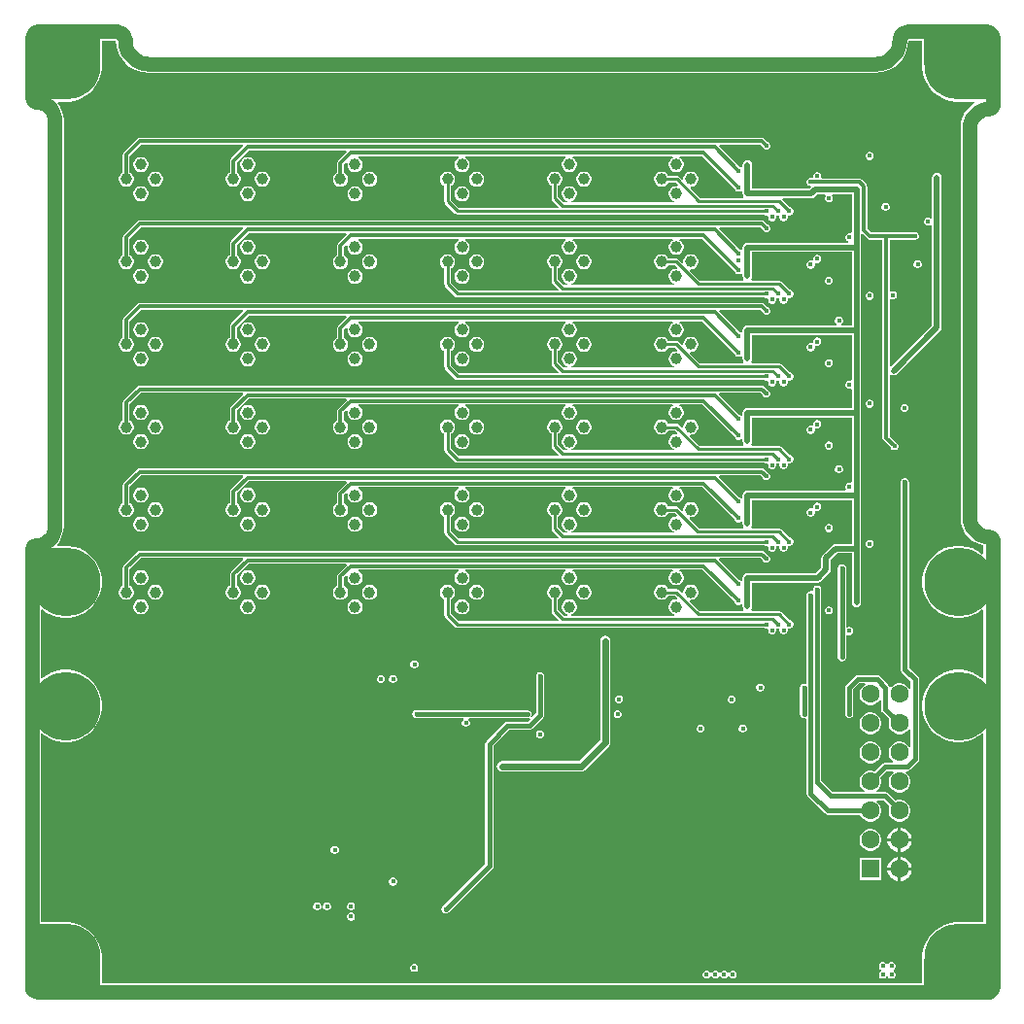
<source format=gbr>
G04*
G04 #@! TF.GenerationSoftware,Altium Limited,Altium Designer,24.1.2 (44)*
G04*
G04 Layer_Physical_Order=1*
G04 Layer_Color=255*
%FSLAX44Y44*%
%MOMM*%
G71*
G04*
G04 #@! TF.SameCoordinates,14EC1D3F-8ED5-41FF-9881-AC4D2EF9915D*
G04*
G04*
G04 #@! TF.FilePolarity,Positive*
G04*
G01*
G75*
%ADD11C,0.4000*%
%ADD13C,0.2540*%
%ADD14C,1.2700*%
%ADD32C,0.3000*%
%ADD33C,0.5000*%
%ADD34C,0.6000*%
%ADD35R,2.6000X2.2573*%
%ADD36R,6.3349X2.4639*%
%ADD37R,2.9365X2.0292*%
%ADD38R,3.3072X1.7892*%
%ADD39R,5.9717X2.9650*%
%ADD40R,1.2068X1.1540*%
%ADD41R,2.9679X1.7786*%
%ADD42R,1.8401X2.9958*%
%ADD43R,2.7495X2.9679*%
%ADD44R,2.9650X5.9674*%
%ADD45C,6.0000*%
%ADD46C,1.2000*%
%ADD47C,1.0000*%
%ADD48C,1.6000*%
%ADD49R,1.6000X1.6000*%
%ADD50C,0.4000*%
G36*
X782309Y814000D02*
X782500Y813539D01*
Y811521D01*
X783276Y806624D01*
X784808Y801908D01*
X787059Y797490D01*
X789973Y793479D01*
X793479Y789973D01*
X797490Y787059D01*
X801908Y784808D01*
X806624Y783276D01*
X811521Y782500D01*
X813741D01*
X814000Y782393D01*
X827944D01*
X828253Y781161D01*
X826491Y780219D01*
X822806Y777195D01*
X819782Y773510D01*
X817535Y769306D01*
X816151Y764744D01*
X815704Y760208D01*
X815704D01*
X815732Y758954D01*
Y682286D01*
Y420000D01*
X815683D01*
X816150Y415256D01*
X817534Y410694D01*
X819781Y406490D01*
X822805Y402805D01*
X826490Y399781D01*
X830694Y397534D01*
X835256Y396150D01*
X835732Y396103D01*
Y388475D01*
X834973Y388161D01*
X834462Y388070D01*
X830510Y390941D01*
X826092Y393192D01*
X821376Y394724D01*
X816479Y395500D01*
X811521D01*
X806624Y394724D01*
X801908Y393192D01*
X797490Y390941D01*
X793479Y388027D01*
X789973Y384521D01*
X787059Y380510D01*
X784808Y376092D01*
X783276Y371376D01*
X782500Y366479D01*
Y361521D01*
X783276Y356624D01*
X784808Y351908D01*
X787059Y347490D01*
X789973Y343479D01*
X793479Y339973D01*
X797490Y337059D01*
X801908Y334808D01*
X806624Y333276D01*
X811521Y332500D01*
X816479D01*
X821376Y333276D01*
X826092Y334808D01*
X830510Y337059D01*
X834462Y339930D01*
X834973Y339839D01*
X835732Y339525D01*
X835732Y280475D01*
X834973Y280161D01*
X834462Y280070D01*
X830510Y282941D01*
X826092Y285192D01*
X821376Y286724D01*
X816479Y287500D01*
X811521D01*
X806624Y286724D01*
X801908Y285192D01*
X797490Y282941D01*
X793479Y280027D01*
X789973Y276521D01*
X787059Y272510D01*
X784808Y268092D01*
X783276Y263376D01*
X782500Y258479D01*
Y253521D01*
X783276Y248624D01*
X784808Y243908D01*
X787059Y239490D01*
X789973Y235479D01*
X793479Y231973D01*
X797490Y229059D01*
X801908Y226808D01*
X806624Y225276D01*
X811521Y224500D01*
X816479D01*
X821376Y225276D01*
X826092Y226808D01*
X830510Y229059D01*
X834462Y231930D01*
X834973Y231839D01*
X835732Y231525D01*
X835732Y67635D01*
X814000D01*
X813673Y67500D01*
X811521D01*
X806624Y66724D01*
X801908Y65192D01*
X797490Y62941D01*
X793479Y60027D01*
X789973Y56521D01*
X787059Y52510D01*
X784808Y48092D01*
X783276Y43376D01*
X782500Y38479D01*
Y36414D01*
X782329Y36000D01*
Y14268D01*
X67598Y14268D01*
Y36000D01*
X67500Y36236D01*
Y38479D01*
X66724Y43376D01*
X65192Y48092D01*
X62941Y52510D01*
X60027Y56521D01*
X56521Y60027D01*
X52510Y62941D01*
X48092Y65192D01*
X43376Y66724D01*
X38479Y67500D01*
X36356D01*
X36000Y67647D01*
X14268D01*
X14268Y231525D01*
X15027Y231839D01*
X15538Y231930D01*
X19490Y229059D01*
X23908Y226808D01*
X28624Y225276D01*
X33521Y224500D01*
X38479D01*
X43376Y225276D01*
X48092Y226808D01*
X52510Y229059D01*
X56521Y231973D01*
X60027Y235479D01*
X62941Y239490D01*
X65192Y243908D01*
X66724Y248624D01*
X67500Y253521D01*
Y258479D01*
X66724Y263376D01*
X65192Y268092D01*
X62941Y272510D01*
X60027Y276521D01*
X56521Y280027D01*
X52510Y282941D01*
X48092Y285192D01*
X43376Y286724D01*
X38479Y287500D01*
X33521D01*
X28624Y286724D01*
X23908Y285192D01*
X19490Y282941D01*
X15538Y280070D01*
X15027Y280161D01*
X14268Y280475D01*
Y339525D01*
X15027Y339839D01*
X15538Y339930D01*
X19490Y337059D01*
X23908Y334808D01*
X28624Y333276D01*
X33521Y332500D01*
X38479D01*
X43376Y333276D01*
X48092Y334808D01*
X52510Y337059D01*
X56521Y339973D01*
X60027Y343479D01*
X62941Y347490D01*
X65192Y351908D01*
X66724Y356624D01*
X67500Y361521D01*
Y366479D01*
X66724Y371376D01*
X65192Y376092D01*
X62941Y380510D01*
X60027Y384521D01*
X56521Y388027D01*
X52510Y390941D01*
X48092Y393192D01*
X43376Y394724D01*
X38479Y395500D01*
X36177D01*
X36000Y395573D01*
X28958D01*
X28415Y396721D01*
X30219Y398920D01*
X32466Y403124D01*
X33850Y407686D01*
X34317Y412430D01*
X34268D01*
Y766130D01*
X34317D01*
X33850Y770874D01*
X32466Y775436D01*
X30219Y779640D01*
X28897Y781252D01*
X29439Y782400D01*
X36000D01*
X36242Y782500D01*
X38479D01*
X43376Y783276D01*
X48092Y784808D01*
X52510Y787059D01*
X56521Y789973D01*
X60027Y793479D01*
X62941Y797490D01*
X65192Y801908D01*
X66724Y806624D01*
X67500Y811521D01*
Y813491D01*
X67595Y813721D01*
Y835732D01*
X79734Y835732D01*
X80061Y831575D01*
X81097Y827259D01*
X82796Y823158D01*
X85115Y819373D01*
X87998Y815998D01*
X91373Y813115D01*
X95158Y810796D01*
X99259Y809097D01*
X103575Y808061D01*
X108000Y807713D01*
Y807732D01*
X742000D01*
Y807713D01*
X746425Y808061D01*
X750741Y809097D01*
X754842Y810796D01*
X758627Y813115D01*
X762002Y815998D01*
X764885Y819373D01*
X767204Y823158D01*
X768903Y827259D01*
X769939Y831575D01*
X770266Y835732D01*
X782309D01*
Y814000D01*
D02*
G37*
%LPC*%
G36*
X642820Y751089D02*
X642820Y751089D01*
X100330D01*
X100330Y751089D01*
X99159Y750856D01*
X98167Y750193D01*
X98167Y750193D01*
X86537Y738563D01*
X85874Y737570D01*
X85641Y736400D01*
X85641Y736400D01*
Y720740D01*
X84709Y720201D01*
X83499Y718991D01*
X82643Y717509D01*
X82200Y715856D01*
Y714144D01*
X82643Y712491D01*
X83499Y711009D01*
X84709Y709799D01*
X86191Y708943D01*
X87844Y708500D01*
X89556D01*
X91209Y708943D01*
X92691Y709799D01*
X93901Y711009D01*
X94757Y712491D01*
X95200Y714144D01*
Y715856D01*
X94757Y717509D01*
X93901Y718991D01*
X92691Y720201D01*
X91759Y720740D01*
Y735133D01*
X101597Y744971D01*
X190346D01*
X190832Y743798D01*
X179877Y732843D01*
X179214Y731851D01*
X178981Y730680D01*
X178981Y730680D01*
Y720740D01*
X178049Y720201D01*
X176839Y718991D01*
X175983Y717509D01*
X175540Y715856D01*
Y714144D01*
X175983Y712491D01*
X176839Y711009D01*
X178049Y709799D01*
X179531Y708943D01*
X181184Y708500D01*
X182896D01*
X184549Y708943D01*
X186031Y709799D01*
X187241Y711009D01*
X188097Y712491D01*
X188540Y714144D01*
Y715856D01*
X188097Y717509D01*
X187241Y718991D01*
X186031Y720201D01*
X185099Y720740D01*
Y729413D01*
X195577Y739891D01*
X280516D01*
X281002Y738718D01*
X273217Y730933D01*
X272554Y729940D01*
X272321Y728770D01*
X272321Y728770D01*
Y720740D01*
X271389Y720201D01*
X270179Y718991D01*
X269323Y717509D01*
X268880Y715856D01*
Y714144D01*
X269323Y712491D01*
X270179Y711009D01*
X271389Y709799D01*
X272871Y708943D01*
X274524Y708500D01*
X276236D01*
X277889Y708943D01*
X279371Y709799D01*
X280581Y711009D01*
X281437Y712491D01*
X281880Y714144D01*
Y715856D01*
X281437Y717509D01*
X280581Y718991D01*
X279371Y720201D01*
X278439Y720740D01*
Y727503D01*
X280548Y729613D01*
X281687Y728955D01*
X281580Y728556D01*
Y726844D01*
X282023Y725191D01*
X282879Y723709D01*
X284089Y722499D01*
X285571Y721643D01*
X287224Y721200D01*
X288936D01*
X290589Y721643D01*
X292071Y722499D01*
X293281Y723709D01*
X294137Y725191D01*
X294580Y726844D01*
Y728556D01*
X294137Y730209D01*
X293281Y731691D01*
X292071Y732901D01*
X290963Y733541D01*
X291303Y734811D01*
X378197D01*
X378537Y733541D01*
X377429Y732901D01*
X376219Y731691D01*
X375363Y730209D01*
X374920Y728556D01*
Y726844D01*
X375363Y725191D01*
X376219Y723709D01*
X377429Y722499D01*
X378911Y721643D01*
X380564Y721200D01*
X382276D01*
X383929Y721643D01*
X385411Y722499D01*
X386621Y723709D01*
X387477Y725191D01*
X387920Y726844D01*
Y728556D01*
X387477Y730209D01*
X386621Y731691D01*
X385411Y732901D01*
X384302Y733541D01*
X384643Y734811D01*
X471537D01*
X471878Y733541D01*
X470769Y732901D01*
X469559Y731691D01*
X468703Y730209D01*
X468260Y728556D01*
Y726844D01*
X468703Y725191D01*
X469559Y723709D01*
X470769Y722499D01*
X472251Y721643D01*
X473904Y721200D01*
X475616D01*
X477269Y721643D01*
X478751Y722499D01*
X479961Y723709D01*
X480817Y725191D01*
X481260Y726844D01*
Y728556D01*
X480817Y730209D01*
X479961Y731691D01*
X478751Y732901D01*
X477643Y733541D01*
X477983Y734811D01*
X564877D01*
X565218Y733541D01*
X564109Y732901D01*
X562899Y731691D01*
X562043Y730209D01*
X561600Y728556D01*
Y726844D01*
X562043Y725191D01*
X562899Y723709D01*
X564109Y722499D01*
X565591Y721643D01*
X567244Y721200D01*
X568956D01*
X570609Y721643D01*
X572091Y722499D01*
X573301Y723709D01*
X574157Y725191D01*
X574600Y726844D01*
Y728556D01*
X574157Y730209D01*
X573301Y731691D01*
X572091Y732901D01*
X570983Y733541D01*
X571323Y734811D01*
X590663D01*
X618892Y706582D01*
X619333Y705517D01*
X620317Y704533D01*
X621604Y704000D01*
X622996D01*
X624283Y704533D01*
X624572Y704822D01*
X625842Y704296D01*
Y702500D01*
X626152Y700939D01*
X626743Y700054D01*
X626169Y698784D01*
X588785D01*
X580340Y707230D01*
X580866Y708500D01*
X581656D01*
X583309Y708943D01*
X584791Y709799D01*
X586001Y711009D01*
X586857Y712491D01*
X587300Y714144D01*
Y715856D01*
X586857Y717509D01*
X586001Y718991D01*
X584791Y720201D01*
X583309Y721057D01*
X581656Y721500D01*
X579944D01*
X578291Y721057D01*
X576809Y720201D01*
X575599Y718991D01*
X574743Y717509D01*
X574300Y715856D01*
Y715066D01*
X573030Y714539D01*
X570573Y716997D01*
X569656Y717609D01*
X568576Y717824D01*
X568575Y717824D01*
X561275D01*
X560601Y718991D01*
X559391Y720201D01*
X557909Y721057D01*
X556256Y721500D01*
X554544D01*
X552891Y721057D01*
X551409Y720201D01*
X550199Y718991D01*
X549343Y717509D01*
X548900Y715856D01*
Y714144D01*
X549343Y712491D01*
X550199Y711009D01*
X551409Y709799D01*
X552891Y708943D01*
X554544Y708500D01*
X556256D01*
X557909Y708943D01*
X559391Y709799D01*
X560601Y711009D01*
X561275Y712176D01*
X567406D01*
X569654Y709928D01*
X568996Y708789D01*
X568956Y708800D01*
X567244D01*
X565591Y708357D01*
X564109Y707501D01*
X562899Y706291D01*
X562043Y704809D01*
X561600Y703156D01*
Y701444D01*
X562043Y699791D01*
X562899Y698309D01*
X564109Y697099D01*
X565591Y696243D01*
X566444Y696014D01*
X566277Y694744D01*
X476583D01*
X476416Y696014D01*
X477269Y696243D01*
X478751Y697099D01*
X479961Y698309D01*
X480817Y699791D01*
X481260Y701444D01*
Y703156D01*
X480817Y704809D01*
X479961Y706291D01*
X478751Y707501D01*
X477269Y708357D01*
X475616Y708800D01*
X473904D01*
X472251Y708357D01*
X470769Y707501D01*
X469559Y706291D01*
X468703Y704809D01*
X468260Y703156D01*
Y701444D01*
X468703Y699791D01*
X469559Y698309D01*
X470769Y697099D01*
X472251Y696243D01*
X473104Y696014D01*
X472937Y694744D01*
X470030D01*
X464884Y699890D01*
Y709125D01*
X466051Y709799D01*
X467261Y711009D01*
X468117Y712491D01*
X468560Y714144D01*
Y715856D01*
X468117Y717509D01*
X467261Y718991D01*
X466051Y720201D01*
X464569Y721057D01*
X462916Y721500D01*
X461204D01*
X459551Y721057D01*
X458069Y720201D01*
X456859Y718991D01*
X456003Y717509D01*
X455560Y715856D01*
Y714144D01*
X456003Y712491D01*
X456859Y711009D01*
X458069Y709799D01*
X459236Y709125D01*
Y698720D01*
X459236Y698720D01*
X459451Y697639D01*
X460063Y696723D01*
X465622Y691164D01*
X465095Y689894D01*
X378360D01*
X371544Y696710D01*
Y709125D01*
X372711Y709799D01*
X373921Y711009D01*
X374777Y712491D01*
X375220Y714144D01*
Y715856D01*
X374777Y717509D01*
X373921Y718991D01*
X372711Y720201D01*
X371229Y721057D01*
X369576Y721500D01*
X367864D01*
X366211Y721057D01*
X364729Y720201D01*
X363519Y718991D01*
X362663Y717509D01*
X362220Y715856D01*
Y714144D01*
X362663Y712491D01*
X363519Y711009D01*
X364729Y709799D01*
X365896Y709125D01*
Y695540D01*
X365896Y695540D01*
X366111Y694459D01*
X366723Y693543D01*
X375193Y685073D01*
X375193Y685073D01*
X376109Y684461D01*
X377190Y684246D01*
X377190Y684246D01*
X644504D01*
X644647Y684103D01*
X645934Y683570D01*
X647121D01*
X647754Y683016D01*
X648130Y682528D01*
Y681294D01*
X648663Y680007D01*
X649647Y679023D01*
X650934Y678490D01*
X652326D01*
X653613Y679023D01*
X654597Y680007D01*
X655130Y681294D01*
Y682528D01*
X655506Y683016D01*
X656139Y683570D01*
X657121D01*
X657754Y683016D01*
X658130Y682528D01*
Y681294D01*
X658663Y680007D01*
X659647Y679023D01*
X660934Y678490D01*
X662326D01*
X663613Y679023D01*
X664597Y680007D01*
X665130Y681294D01*
Y682528D01*
X665506Y683016D01*
X666139Y683570D01*
X667326D01*
X668613Y684103D01*
X669597Y685087D01*
X670130Y686374D01*
Y687766D01*
X669597Y689053D01*
X668613Y690037D01*
X667326Y690570D01*
X667124D01*
X660543Y697152D01*
X661069Y698422D01*
X685990D01*
X685990Y698421D01*
X687551Y698732D01*
X688874Y699616D01*
X691179Y701922D01*
X697807D01*
X698333Y700652D01*
X698072Y700390D01*
X697539Y699104D01*
Y697711D01*
X698072Y696425D01*
X699056Y695440D01*
X700343Y694907D01*
X701735D01*
X703021Y695440D01*
X704006Y696425D01*
X704539Y697711D01*
Y699104D01*
X704006Y700390D01*
X703744Y700652D01*
X704270Y701922D01*
X721092D01*
Y668432D01*
X719822Y667584D01*
X719517Y667710D01*
X718125D01*
X716838Y667177D01*
X715854Y666193D01*
X715321Y664906D01*
Y663514D01*
X715854Y662227D01*
X716838Y661243D01*
X717791Y660848D01*
X717538Y659578D01*
X629920D01*
X628359Y659268D01*
X627036Y658384D01*
X626152Y657061D01*
X625842Y655500D01*
Y653704D01*
X624572Y653178D01*
X624283Y653467D01*
X623217Y653908D01*
X605328Y671798D01*
X605814Y672971D01*
X641553D01*
X643222Y671303D01*
X643663Y670237D01*
X644647Y669253D01*
X645934Y668720D01*
X647326D01*
X648613Y669253D01*
X649597Y670237D01*
X650130Y671524D01*
Y672916D01*
X649597Y674203D01*
X648613Y675187D01*
X647547Y675628D01*
X644983Y678193D01*
X643990Y678856D01*
X642820Y679089D01*
X642820Y679089D01*
X100330D01*
X100330Y679089D01*
X99159Y678856D01*
X98167Y678193D01*
X98167Y678193D01*
X86537Y666563D01*
X85874Y665571D01*
X85641Y664400D01*
X85641Y664400D01*
Y648739D01*
X84709Y648201D01*
X83499Y646991D01*
X82643Y645509D01*
X82200Y643856D01*
Y642144D01*
X82643Y640491D01*
X83499Y639009D01*
X84709Y637799D01*
X86191Y636943D01*
X87844Y636500D01*
X89556D01*
X91209Y636943D01*
X92691Y637799D01*
X93901Y639009D01*
X94757Y640491D01*
X95200Y642144D01*
Y643856D01*
X94757Y645509D01*
X93901Y646991D01*
X92691Y648201D01*
X91759Y648739D01*
Y663133D01*
X101597Y672971D01*
X190346D01*
X190832Y671798D01*
X179877Y660843D01*
X179214Y659850D01*
X178981Y658680D01*
X178981Y658680D01*
Y648739D01*
X178049Y648201D01*
X176839Y646991D01*
X175983Y645509D01*
X175540Y643856D01*
Y642144D01*
X175983Y640491D01*
X176839Y639009D01*
X178049Y637799D01*
X179531Y636943D01*
X181184Y636500D01*
X182896D01*
X184549Y636943D01*
X186031Y637799D01*
X187241Y639009D01*
X188097Y640491D01*
X188540Y642144D01*
Y643856D01*
X188097Y645509D01*
X187241Y646991D01*
X186031Y648201D01*
X185099Y648739D01*
Y657413D01*
X195577Y667891D01*
X280516D01*
X281002Y666718D01*
X273217Y658933D01*
X272554Y657941D01*
X272321Y656770D01*
X272321Y656770D01*
Y648739D01*
X271389Y648201D01*
X270179Y646991D01*
X269323Y645509D01*
X268880Y643856D01*
Y642144D01*
X269323Y640491D01*
X270179Y639009D01*
X271389Y637799D01*
X272871Y636943D01*
X274524Y636500D01*
X276236D01*
X277889Y636943D01*
X279371Y637799D01*
X280581Y639009D01*
X281437Y640491D01*
X281880Y642144D01*
Y643856D01*
X281437Y645509D01*
X280581Y646991D01*
X279371Y648201D01*
X278439Y648739D01*
Y655503D01*
X280548Y657613D01*
X281687Y656955D01*
X281580Y656556D01*
Y654844D01*
X282023Y653191D01*
X282879Y651709D01*
X284089Y650499D01*
X285571Y649643D01*
X287224Y649200D01*
X288936D01*
X290589Y649643D01*
X292071Y650499D01*
X293281Y651709D01*
X294137Y653191D01*
X294580Y654844D01*
Y656556D01*
X294137Y658209D01*
X293281Y659691D01*
X292071Y660901D01*
X290963Y661541D01*
X291303Y662811D01*
X378197D01*
X378537Y661541D01*
X377429Y660901D01*
X376219Y659691D01*
X375363Y658209D01*
X374920Y656556D01*
Y654844D01*
X375363Y653191D01*
X376219Y651709D01*
X377429Y650499D01*
X378911Y649643D01*
X380564Y649200D01*
X382276D01*
X383929Y649643D01*
X385411Y650499D01*
X386621Y651709D01*
X387477Y653191D01*
X387920Y654844D01*
Y656556D01*
X387477Y658209D01*
X386621Y659691D01*
X385411Y660901D01*
X384302Y661541D01*
X384643Y662811D01*
X471537D01*
X471878Y661541D01*
X470769Y660901D01*
X469559Y659691D01*
X468703Y658209D01*
X468260Y656556D01*
Y654844D01*
X468703Y653191D01*
X469559Y651709D01*
X470769Y650499D01*
X472251Y649643D01*
X473904Y649200D01*
X475616D01*
X477269Y649643D01*
X478751Y650499D01*
X479961Y651709D01*
X480817Y653191D01*
X481260Y654844D01*
Y656556D01*
X480817Y658209D01*
X479961Y659691D01*
X478751Y660901D01*
X477643Y661541D01*
X477983Y662811D01*
X564877D01*
X565218Y661541D01*
X564109Y660901D01*
X562899Y659691D01*
X562043Y658209D01*
X561600Y656556D01*
Y654844D01*
X562043Y653191D01*
X562899Y651709D01*
X564109Y650499D01*
X565591Y649643D01*
X567244Y649200D01*
X568956D01*
X570609Y649643D01*
X572091Y650499D01*
X573301Y651709D01*
X574157Y653191D01*
X574600Y654844D01*
Y656556D01*
X574157Y658209D01*
X573301Y659691D01*
X572091Y660901D01*
X570983Y661541D01*
X571323Y662811D01*
X590663D01*
X618892Y634582D01*
X619333Y633517D01*
X620317Y632533D01*
X621604Y632000D01*
X622996D01*
X624283Y632533D01*
X624572Y632822D01*
X625842Y632296D01*
Y630500D01*
X626152Y628939D01*
X626743Y628054D01*
X626169Y626784D01*
X588261D01*
X579754Y635291D01*
X579773Y635414D01*
X580341Y636500D01*
X581656D01*
X583309Y636943D01*
X584791Y637799D01*
X586001Y639009D01*
X586857Y640491D01*
X587300Y642144D01*
Y643856D01*
X586857Y645509D01*
X586001Y646991D01*
X584791Y648201D01*
X583309Y649057D01*
X581656Y649500D01*
X579944D01*
X578291Y649057D01*
X576809Y648201D01*
X575599Y646991D01*
X574743Y645509D01*
X574300Y643856D01*
Y642542D01*
X573214Y641973D01*
X573092Y641954D01*
X570048Y644997D01*
X569132Y645609D01*
X568051Y645824D01*
X568051Y645824D01*
X561275D01*
X560601Y646991D01*
X559391Y648201D01*
X557909Y649057D01*
X556256Y649500D01*
X554544D01*
X552891Y649057D01*
X551409Y648201D01*
X550199Y646991D01*
X549343Y645509D01*
X548900Y643856D01*
Y642144D01*
X549343Y640491D01*
X550199Y639009D01*
X551409Y637799D01*
X552891Y636943D01*
X554544Y636500D01*
X556256D01*
X557909Y636943D01*
X559391Y637799D01*
X560601Y639009D01*
X561275Y640176D01*
X566881D01*
X569010Y638048D01*
X568461Y636800D01*
X567244D01*
X565591Y636357D01*
X564109Y635501D01*
X562899Y634291D01*
X562043Y632809D01*
X561600Y631156D01*
Y629444D01*
X562043Y627791D01*
X562899Y626309D01*
X564109Y625099D01*
X565591Y624243D01*
X566444Y624014D01*
X566277Y622744D01*
X476583D01*
X476416Y624014D01*
X477269Y624243D01*
X478751Y625099D01*
X479961Y626309D01*
X480817Y627791D01*
X481260Y629444D01*
Y631156D01*
X480817Y632809D01*
X479961Y634291D01*
X478751Y635501D01*
X477269Y636357D01*
X475616Y636800D01*
X473904D01*
X472251Y636357D01*
X470769Y635501D01*
X469559Y634291D01*
X468703Y632809D01*
X468260Y631156D01*
Y629444D01*
X468703Y627791D01*
X469559Y626309D01*
X470769Y625099D01*
X472251Y624243D01*
X473104Y624014D01*
X472937Y622744D01*
X470030D01*
X464884Y627890D01*
Y637125D01*
X466051Y637799D01*
X467261Y639009D01*
X468117Y640491D01*
X468560Y642144D01*
Y643856D01*
X468117Y645509D01*
X467261Y646991D01*
X466051Y648201D01*
X464569Y649057D01*
X462916Y649500D01*
X461204D01*
X459551Y649057D01*
X458069Y648201D01*
X456859Y646991D01*
X456003Y645509D01*
X455560Y643856D01*
Y642144D01*
X456003Y640491D01*
X456859Y639009D01*
X458069Y637799D01*
X459236Y637125D01*
Y626720D01*
X459236Y626720D01*
X459451Y625639D01*
X460063Y624723D01*
X465622Y619164D01*
X465095Y617894D01*
X378360D01*
X371544Y624710D01*
Y637125D01*
X372711Y637799D01*
X373921Y639009D01*
X374777Y640491D01*
X375220Y642144D01*
Y643856D01*
X374777Y645509D01*
X373921Y646991D01*
X372711Y648201D01*
X371229Y649057D01*
X369576Y649500D01*
X367864D01*
X366211Y649057D01*
X364729Y648201D01*
X363519Y646991D01*
X362663Y645509D01*
X362220Y643856D01*
Y642144D01*
X362663Y640491D01*
X363519Y639009D01*
X364729Y637799D01*
X365896Y637125D01*
Y623540D01*
X365896Y623540D01*
X366111Y622459D01*
X366723Y621543D01*
X375193Y613073D01*
X375193Y613073D01*
X376109Y612461D01*
X377190Y612246D01*
X377190Y612246D01*
X644504D01*
X644647Y612103D01*
X645934Y611570D01*
X647121D01*
X647754Y611016D01*
X648130Y610528D01*
Y609294D01*
X648663Y608007D01*
X649647Y607023D01*
X650934Y606490D01*
X652326D01*
X653613Y607023D01*
X654597Y608007D01*
X655130Y609294D01*
Y610528D01*
X655506Y611016D01*
X656139Y611570D01*
X657121D01*
X657754Y611016D01*
X658130Y610528D01*
Y609294D01*
X658663Y608007D01*
X659647Y607023D01*
X660934Y606490D01*
X662326D01*
X663613Y607023D01*
X664597Y608007D01*
X665130Y609294D01*
Y610528D01*
X665506Y611016D01*
X666139Y611570D01*
X667326D01*
X668613Y612103D01*
X669597Y613087D01*
X670130Y614374D01*
Y615766D01*
X669597Y617053D01*
X668613Y618037D01*
X667326Y618570D01*
X667124D01*
X659737Y625957D01*
X659737Y625957D01*
X658821Y626569D01*
X657740Y626784D01*
X657740Y626784D01*
X633671D01*
X633097Y628054D01*
X633688Y628939D01*
X633998Y630500D01*
Y643000D01*
Y651422D01*
X721092D01*
Y634000D01*
Y587578D01*
X712154D01*
X711902Y588848D01*
X711913Y588853D01*
X712897Y589837D01*
X713430Y591124D01*
Y592516D01*
X712897Y593803D01*
X711913Y594787D01*
X710626Y595320D01*
X709234D01*
X707947Y594787D01*
X706963Y593803D01*
X706430Y592516D01*
Y591124D01*
X706963Y589837D01*
X707947Y588853D01*
X707958Y588848D01*
X707706Y587578D01*
X629920D01*
X628359Y587268D01*
X627036Y586384D01*
X626152Y585061D01*
X625842Y583500D01*
Y581704D01*
X624572Y581178D01*
X624283Y581467D01*
X623217Y581908D01*
X605328Y599798D01*
X605814Y600971D01*
X641553D01*
X643222Y599303D01*
X643663Y598237D01*
X644647Y597253D01*
X645934Y596720D01*
X647326D01*
X648613Y597253D01*
X649597Y598237D01*
X650130Y599524D01*
Y600916D01*
X649597Y602203D01*
X648613Y603187D01*
X647547Y603628D01*
X644983Y606193D01*
X643990Y606856D01*
X642820Y607089D01*
X642820Y607089D01*
X100330D01*
X100330Y607089D01*
X99159Y606856D01*
X98167Y606193D01*
X98167Y606193D01*
X86537Y594563D01*
X85874Y593571D01*
X85641Y592400D01*
X85641Y592400D01*
Y576740D01*
X84709Y576201D01*
X83499Y574991D01*
X82643Y573509D01*
X82200Y571856D01*
Y570144D01*
X82643Y568491D01*
X83499Y567009D01*
X84709Y565799D01*
X86191Y564943D01*
X87844Y564500D01*
X89556D01*
X91209Y564943D01*
X92691Y565799D01*
X93901Y567009D01*
X94757Y568491D01*
X95200Y570144D01*
Y571856D01*
X94757Y573509D01*
X93901Y574991D01*
X92691Y576201D01*
X91759Y576740D01*
Y591133D01*
X101597Y600971D01*
X190346D01*
X190832Y599798D01*
X179877Y588843D01*
X179214Y587851D01*
X178981Y586680D01*
X178981Y586680D01*
Y576740D01*
X178049Y576201D01*
X176839Y574991D01*
X175983Y573509D01*
X175540Y571856D01*
Y570144D01*
X175983Y568491D01*
X176839Y567009D01*
X178049Y565799D01*
X179531Y564943D01*
X181184Y564500D01*
X182896D01*
X184549Y564943D01*
X186031Y565799D01*
X187241Y567009D01*
X188097Y568491D01*
X188540Y570144D01*
Y571856D01*
X188097Y573509D01*
X187241Y574991D01*
X186031Y576201D01*
X185099Y576740D01*
Y585413D01*
X195577Y595891D01*
X280516D01*
X281002Y594718D01*
X273217Y586933D01*
X272554Y585941D01*
X272321Y584770D01*
X272321Y584770D01*
Y576740D01*
X271389Y576201D01*
X270179Y574991D01*
X269323Y573509D01*
X268880Y571856D01*
Y570144D01*
X269323Y568491D01*
X270179Y567009D01*
X271389Y565799D01*
X272871Y564943D01*
X274524Y564500D01*
X276236D01*
X277889Y564943D01*
X279371Y565799D01*
X280581Y567009D01*
X281437Y568491D01*
X281880Y570144D01*
Y571856D01*
X281437Y573509D01*
X280581Y574991D01*
X279371Y576201D01*
X278439Y576740D01*
Y583503D01*
X280548Y585613D01*
X281687Y584955D01*
X281580Y584556D01*
Y582844D01*
X282023Y581191D01*
X282879Y579709D01*
X284089Y578499D01*
X285571Y577643D01*
X287224Y577200D01*
X288936D01*
X290589Y577643D01*
X292071Y578499D01*
X293281Y579709D01*
X294137Y581191D01*
X294580Y582844D01*
Y584556D01*
X294137Y586209D01*
X293281Y587691D01*
X292071Y588901D01*
X290963Y589541D01*
X291303Y590811D01*
X378197D01*
X378537Y589541D01*
X377429Y588901D01*
X376219Y587691D01*
X375363Y586209D01*
X374920Y584556D01*
Y582844D01*
X375363Y581191D01*
X376219Y579709D01*
X377429Y578499D01*
X378911Y577643D01*
X380564Y577200D01*
X382276D01*
X383929Y577643D01*
X385411Y578499D01*
X386621Y579709D01*
X387477Y581191D01*
X387920Y582844D01*
Y584556D01*
X387477Y586209D01*
X386621Y587691D01*
X385411Y588901D01*
X384302Y589541D01*
X384643Y590811D01*
X471537D01*
X471878Y589541D01*
X470769Y588901D01*
X469559Y587691D01*
X468703Y586209D01*
X468260Y584556D01*
Y582844D01*
X468703Y581191D01*
X469559Y579709D01*
X470769Y578499D01*
X472251Y577643D01*
X473904Y577200D01*
X475616D01*
X477269Y577643D01*
X478751Y578499D01*
X479961Y579709D01*
X480817Y581191D01*
X481260Y582844D01*
Y584556D01*
X480817Y586209D01*
X479961Y587691D01*
X478751Y588901D01*
X477643Y589541D01*
X477983Y590811D01*
X564877D01*
X565218Y589541D01*
X564109Y588901D01*
X562899Y587691D01*
X562043Y586209D01*
X561600Y584556D01*
Y582844D01*
X562043Y581191D01*
X562899Y579709D01*
X564109Y578499D01*
X565591Y577643D01*
X567244Y577200D01*
X568956D01*
X570609Y577643D01*
X572091Y578499D01*
X573301Y579709D01*
X574157Y581191D01*
X574600Y582844D01*
Y584556D01*
X574157Y586209D01*
X573301Y587691D01*
X572091Y588901D01*
X570983Y589541D01*
X571323Y590811D01*
X590663D01*
X618892Y562583D01*
X619333Y561517D01*
X620317Y560533D01*
X621604Y560000D01*
X622996D01*
X624283Y560533D01*
X624572Y560822D01*
X625842Y560296D01*
Y558500D01*
X626152Y556939D01*
X626743Y556054D01*
X626169Y554784D01*
X588400D01*
X579954Y563230D01*
X580480Y564500D01*
X581656D01*
X583309Y564943D01*
X584791Y565799D01*
X586001Y567009D01*
X586857Y568491D01*
X587300Y570144D01*
Y571856D01*
X586857Y573509D01*
X586001Y574991D01*
X584791Y576201D01*
X583309Y577057D01*
X581656Y577500D01*
X579944D01*
X578291Y577057D01*
X576809Y576201D01*
X575599Y574991D01*
X574743Y573509D01*
X574300Y571856D01*
Y570680D01*
X573030Y570154D01*
X570187Y572997D01*
X569271Y573609D01*
X568190Y573824D01*
X568190Y573824D01*
X561275D01*
X560601Y574991D01*
X559391Y576201D01*
X557909Y577057D01*
X556256Y577500D01*
X554544D01*
X552891Y577057D01*
X551409Y576201D01*
X550199Y574991D01*
X549343Y573509D01*
X548900Y571856D01*
Y570144D01*
X549343Y568491D01*
X550199Y567009D01*
X551409Y565799D01*
X552891Y564943D01*
X554544Y564500D01*
X556256D01*
X557909Y564943D01*
X559391Y565799D01*
X560601Y567009D01*
X561275Y568176D01*
X567020D01*
X569183Y566013D01*
X569133Y565748D01*
X568600Y564800D01*
X567244D01*
X565591Y564357D01*
X564109Y563501D01*
X562899Y562291D01*
X562043Y560809D01*
X561600Y559156D01*
Y557444D01*
X562043Y555791D01*
X562899Y554309D01*
X564109Y553099D01*
X565591Y552243D01*
X566444Y552014D01*
X566277Y550744D01*
X476583D01*
X476416Y552014D01*
X477269Y552243D01*
X478751Y553099D01*
X479961Y554309D01*
X480817Y555791D01*
X481260Y557444D01*
Y559156D01*
X480817Y560809D01*
X479961Y562291D01*
X478751Y563501D01*
X477269Y564357D01*
X475616Y564800D01*
X473904D01*
X472251Y564357D01*
X470769Y563501D01*
X469559Y562291D01*
X468703Y560809D01*
X468260Y559156D01*
Y557444D01*
X468703Y555791D01*
X469559Y554309D01*
X470769Y553099D01*
X472251Y552243D01*
X473104Y552014D01*
X472937Y550744D01*
X470030D01*
X464884Y555890D01*
Y565125D01*
X466051Y565799D01*
X467261Y567009D01*
X468117Y568491D01*
X468560Y570144D01*
Y571856D01*
X468117Y573509D01*
X467261Y574991D01*
X466051Y576201D01*
X464569Y577057D01*
X462916Y577500D01*
X461204D01*
X459551Y577057D01*
X458069Y576201D01*
X456859Y574991D01*
X456003Y573509D01*
X455560Y571856D01*
Y570144D01*
X456003Y568491D01*
X456859Y567009D01*
X458069Y565799D01*
X459236Y565125D01*
Y554720D01*
X459236Y554720D01*
X459451Y553639D01*
X460063Y552723D01*
X465622Y547164D01*
X465095Y545894D01*
X378360D01*
X371544Y552710D01*
Y565125D01*
X372711Y565799D01*
X373921Y567009D01*
X374777Y568491D01*
X375220Y570144D01*
Y571856D01*
X374777Y573509D01*
X373921Y574991D01*
X372711Y576201D01*
X371229Y577057D01*
X369576Y577500D01*
X367864D01*
X366211Y577057D01*
X364729Y576201D01*
X363519Y574991D01*
X362663Y573509D01*
X362220Y571856D01*
Y570144D01*
X362663Y568491D01*
X363519Y567009D01*
X364729Y565799D01*
X365896Y565125D01*
Y551540D01*
X365896Y551540D01*
X366111Y550459D01*
X366723Y549543D01*
X375193Y541073D01*
X375193Y541073D01*
X376109Y540461D01*
X377190Y540246D01*
X377190Y540246D01*
X644504D01*
X644647Y540103D01*
X645934Y539570D01*
X647121D01*
X647754Y539016D01*
X648130Y538528D01*
Y537294D01*
X648663Y536007D01*
X649647Y535023D01*
X650934Y534490D01*
X652326D01*
X653613Y535023D01*
X654597Y536007D01*
X655130Y537294D01*
Y538528D01*
X655506Y539016D01*
X656139Y539570D01*
X657121D01*
X657754Y539016D01*
X658130Y538528D01*
Y537294D01*
X658663Y536007D01*
X659647Y535023D01*
X660934Y534490D01*
X662326D01*
X663613Y535023D01*
X664597Y536007D01*
X665130Y537294D01*
Y538528D01*
X665506Y539016D01*
X666139Y539570D01*
X667326D01*
X668613Y540103D01*
X669597Y541087D01*
X670130Y542374D01*
Y543766D01*
X669597Y545053D01*
X668613Y546037D01*
X667326Y546570D01*
X667124D01*
X659737Y553957D01*
X659737Y553957D01*
X658821Y554569D01*
X657740Y554784D01*
X657740Y554784D01*
X633671D01*
X633097Y556054D01*
X633688Y556939D01*
X633998Y558500D01*
Y571000D01*
Y579422D01*
X721092D01*
Y562000D01*
Y540162D01*
X719822Y539314D01*
X719517Y539440D01*
X718125D01*
X716838Y538907D01*
X715854Y537923D01*
X715321Y536636D01*
Y535244D01*
X715854Y533957D01*
X716838Y532973D01*
X718125Y532440D01*
X719517D01*
X719822Y532566D01*
X721092Y531718D01*
Y515578D01*
X629920D01*
X628359Y515268D01*
X627036Y514384D01*
X626152Y513061D01*
X625842Y511500D01*
Y509704D01*
X624572Y509178D01*
X624283Y509467D01*
X623217Y509908D01*
X605328Y527798D01*
X605814Y528971D01*
X641553D01*
X643222Y527303D01*
X643663Y526237D01*
X644647Y525253D01*
X645934Y524720D01*
X647326D01*
X648613Y525253D01*
X649597Y526237D01*
X650130Y527524D01*
Y528916D01*
X649597Y530203D01*
X648613Y531187D01*
X647547Y531628D01*
X644983Y534193D01*
X643990Y534856D01*
X642820Y535089D01*
X642820Y535089D01*
X100330D01*
X100330Y535089D01*
X99159Y534856D01*
X98167Y534193D01*
X98167Y534193D01*
X86537Y522563D01*
X85874Y521571D01*
X85641Y520400D01*
X85641Y520400D01*
Y504739D01*
X84709Y504201D01*
X83499Y502991D01*
X82643Y501509D01*
X82200Y499856D01*
Y498144D01*
X82643Y496491D01*
X83499Y495009D01*
X84709Y493799D01*
X86191Y492943D01*
X87844Y492500D01*
X89556D01*
X91209Y492943D01*
X92691Y493799D01*
X93901Y495009D01*
X94757Y496491D01*
X95200Y498144D01*
Y499856D01*
X94757Y501509D01*
X93901Y502991D01*
X92691Y504201D01*
X91759Y504739D01*
Y519133D01*
X101597Y528971D01*
X190346D01*
X190832Y527798D01*
X179877Y516843D01*
X179214Y515851D01*
X178981Y514680D01*
X178981Y514680D01*
Y504739D01*
X178049Y504201D01*
X176839Y502991D01*
X175983Y501509D01*
X175540Y499856D01*
Y498144D01*
X175983Y496491D01*
X176839Y495009D01*
X178049Y493799D01*
X179531Y492943D01*
X181184Y492500D01*
X182896D01*
X184549Y492943D01*
X186031Y493799D01*
X187241Y495009D01*
X188097Y496491D01*
X188540Y498144D01*
Y499856D01*
X188097Y501509D01*
X187241Y502991D01*
X186031Y504201D01*
X185099Y504739D01*
Y513413D01*
X195577Y523891D01*
X280516D01*
X281002Y522718D01*
X273217Y514933D01*
X272554Y513941D01*
X272321Y512770D01*
X272321Y512770D01*
Y504739D01*
X271389Y504201D01*
X270179Y502991D01*
X269323Y501509D01*
X268880Y499856D01*
Y498144D01*
X269323Y496491D01*
X270179Y495009D01*
X271389Y493799D01*
X272871Y492943D01*
X274524Y492500D01*
X276236D01*
X277889Y492943D01*
X279371Y493799D01*
X280581Y495009D01*
X281437Y496491D01*
X281880Y498144D01*
Y499856D01*
X281437Y501509D01*
X280581Y502991D01*
X279371Y504201D01*
X278439Y504739D01*
Y511503D01*
X280548Y513613D01*
X281687Y512955D01*
X281580Y512556D01*
Y510844D01*
X282023Y509191D01*
X282879Y507709D01*
X284089Y506499D01*
X285571Y505643D01*
X287224Y505200D01*
X288936D01*
X290589Y505643D01*
X292071Y506499D01*
X293281Y507709D01*
X294137Y509191D01*
X294580Y510844D01*
Y512556D01*
X294137Y514209D01*
X293281Y515691D01*
X292071Y516901D01*
X290963Y517541D01*
X291303Y518811D01*
X378197D01*
X378537Y517541D01*
X377429Y516901D01*
X376219Y515691D01*
X375363Y514209D01*
X374920Y512556D01*
Y510844D01*
X375363Y509191D01*
X376219Y507709D01*
X377429Y506499D01*
X378911Y505643D01*
X380564Y505200D01*
X382276D01*
X383929Y505643D01*
X385411Y506499D01*
X386621Y507709D01*
X387477Y509191D01*
X387920Y510844D01*
Y512556D01*
X387477Y514209D01*
X386621Y515691D01*
X385411Y516901D01*
X384302Y517541D01*
X384643Y518811D01*
X471537D01*
X471878Y517541D01*
X470769Y516901D01*
X469559Y515691D01*
X468703Y514209D01*
X468260Y512556D01*
Y510844D01*
X468703Y509191D01*
X469559Y507709D01*
X470769Y506499D01*
X472251Y505643D01*
X473904Y505200D01*
X475616D01*
X477269Y505643D01*
X478751Y506499D01*
X479961Y507709D01*
X480817Y509191D01*
X481260Y510844D01*
Y512556D01*
X480817Y514209D01*
X479961Y515691D01*
X478751Y516901D01*
X477643Y517541D01*
X477983Y518811D01*
X564877D01*
X565218Y517541D01*
X564109Y516901D01*
X562899Y515691D01*
X562043Y514209D01*
X561600Y512556D01*
Y510844D01*
X562043Y509191D01*
X562899Y507709D01*
X564109Y506499D01*
X565591Y505643D01*
X567244Y505200D01*
X568956D01*
X570609Y505643D01*
X572091Y506499D01*
X573301Y507709D01*
X574157Y509191D01*
X574600Y510844D01*
Y512556D01*
X574157Y514209D01*
X573301Y515691D01*
X572091Y516901D01*
X570983Y517541D01*
X571323Y518811D01*
X590663D01*
X618892Y490583D01*
X619333Y489517D01*
X620317Y488533D01*
X621604Y488000D01*
X622996D01*
X624283Y488533D01*
X624572Y488822D01*
X625842Y488296D01*
Y486500D01*
X626152Y484939D01*
X626743Y484054D01*
X626169Y482784D01*
X588367D01*
X579905Y491246D01*
X580448Y492500D01*
X581656D01*
X583309Y492943D01*
X584791Y493799D01*
X586001Y495009D01*
X586857Y496491D01*
X587300Y498144D01*
Y499856D01*
X586857Y501509D01*
X586001Y502991D01*
X584791Y504201D01*
X583309Y505057D01*
X581656Y505500D01*
X579944D01*
X578291Y505057D01*
X576809Y504201D01*
X575599Y502991D01*
X574743Y501509D01*
X574300Y499856D01*
Y498647D01*
X573046Y498105D01*
X570154Y500997D01*
X569238Y501609D01*
X568157Y501824D01*
X568157Y501824D01*
X561275D01*
X560601Y502991D01*
X559391Y504201D01*
X557909Y505057D01*
X556256Y505500D01*
X554544D01*
X552891Y505057D01*
X551409Y504201D01*
X550199Y502991D01*
X549343Y501509D01*
X548900Y499856D01*
Y498144D01*
X549343Y496491D01*
X550199Y495009D01*
X551409Y493799D01*
X552891Y492943D01*
X554544Y492500D01*
X556256D01*
X557909Y492943D01*
X559391Y493799D01*
X560601Y495009D01*
X561275Y496176D01*
X566987D01*
X569154Y494010D01*
X569129Y493857D01*
X568567Y492800D01*
X567244D01*
X565591Y492357D01*
X564109Y491501D01*
X562899Y490291D01*
X562043Y488809D01*
X561600Y487156D01*
Y485444D01*
X562043Y483791D01*
X562899Y482309D01*
X564109Y481099D01*
X565591Y480243D01*
X566444Y480014D01*
X566277Y478744D01*
X476583D01*
X476416Y480014D01*
X477269Y480243D01*
X478751Y481099D01*
X479961Y482309D01*
X480817Y483791D01*
X481260Y485444D01*
Y487156D01*
X480817Y488809D01*
X479961Y490291D01*
X478751Y491501D01*
X477269Y492357D01*
X475616Y492800D01*
X473904D01*
X472251Y492357D01*
X470769Y491501D01*
X469559Y490291D01*
X468703Y488809D01*
X468260Y487156D01*
Y485444D01*
X468703Y483791D01*
X469559Y482309D01*
X470769Y481099D01*
X472251Y480243D01*
X473104Y480014D01*
X472937Y478744D01*
X470030D01*
X464884Y483890D01*
Y493125D01*
X466051Y493799D01*
X467261Y495009D01*
X468117Y496491D01*
X468560Y498144D01*
Y499856D01*
X468117Y501509D01*
X467261Y502991D01*
X466051Y504201D01*
X464569Y505057D01*
X462916Y505500D01*
X461204D01*
X459551Y505057D01*
X458069Y504201D01*
X456859Y502991D01*
X456003Y501509D01*
X455560Y499856D01*
Y498144D01*
X456003Y496491D01*
X456859Y495009D01*
X458069Y493799D01*
X459236Y493125D01*
Y482720D01*
X459236Y482720D01*
X459451Y481639D01*
X460063Y480723D01*
X465622Y475164D01*
X465095Y473894D01*
X378360D01*
X371544Y480710D01*
Y493125D01*
X372711Y493799D01*
X373921Y495009D01*
X374777Y496491D01*
X375220Y498144D01*
Y499856D01*
X374777Y501509D01*
X373921Y502991D01*
X372711Y504201D01*
X371229Y505057D01*
X369576Y505500D01*
X367864D01*
X366211Y505057D01*
X364729Y504201D01*
X363519Y502991D01*
X362663Y501509D01*
X362220Y499856D01*
Y498144D01*
X362663Y496491D01*
X363519Y495009D01*
X364729Y493799D01*
X365896Y493125D01*
Y479540D01*
X365896Y479540D01*
X366111Y478459D01*
X366723Y477543D01*
X375193Y469073D01*
X375193Y469073D01*
X376109Y468461D01*
X377190Y468246D01*
X377190Y468246D01*
X644504D01*
X644647Y468103D01*
X645934Y467570D01*
X647121D01*
X647754Y467016D01*
X648130Y466528D01*
Y465294D01*
X648663Y464007D01*
X649647Y463023D01*
X650934Y462490D01*
X652326D01*
X653613Y463023D01*
X654597Y464007D01*
X655130Y465294D01*
Y466528D01*
X655506Y467016D01*
X656139Y467570D01*
X657121D01*
X657754Y467016D01*
X658130Y466528D01*
Y465294D01*
X658663Y464007D01*
X659647Y463023D01*
X660934Y462490D01*
X662326D01*
X663613Y463023D01*
X664597Y464007D01*
X665130Y465294D01*
Y466528D01*
X665506Y467016D01*
X666139Y467570D01*
X667326D01*
X668613Y468103D01*
X669597Y469087D01*
X670130Y470374D01*
Y471766D01*
X669597Y473053D01*
X668613Y474037D01*
X667326Y474570D01*
X667124D01*
X659737Y481957D01*
X659737Y481957D01*
X658821Y482569D01*
X657740Y482784D01*
X657740Y482784D01*
X633671D01*
X633097Y484054D01*
X633688Y484939D01*
X633998Y486500D01*
Y499000D01*
Y507422D01*
X721092D01*
Y490000D01*
Y451262D01*
X719822Y450414D01*
X719516Y450540D01*
X718124D01*
X716837Y450007D01*
X715853Y449023D01*
X715320Y447736D01*
Y446344D01*
X715853Y445057D01*
X716062Y444848D01*
X715536Y443578D01*
X629920D01*
X628359Y443268D01*
X627036Y442384D01*
X626152Y441061D01*
X625842Y439500D01*
Y437704D01*
X624572Y437178D01*
X624283Y437467D01*
X623217Y437908D01*
X605328Y455798D01*
X605814Y456971D01*
X641553D01*
X643222Y455303D01*
X643663Y454238D01*
X644647Y453253D01*
X645934Y452720D01*
X647326D01*
X648613Y453253D01*
X649597Y454238D01*
X650130Y455524D01*
Y456916D01*
X649597Y458203D01*
X648613Y459187D01*
X647547Y459628D01*
X644983Y462193D01*
X643990Y462856D01*
X642820Y463089D01*
X642820Y463089D01*
X100330D01*
X100330Y463089D01*
X99159Y462856D01*
X98167Y462193D01*
X98167Y462193D01*
X86537Y450563D01*
X85874Y449571D01*
X85641Y448400D01*
X85641Y448400D01*
Y432739D01*
X84709Y432201D01*
X83499Y430991D01*
X82643Y429509D01*
X82200Y427856D01*
Y426144D01*
X82643Y424491D01*
X83499Y423009D01*
X84709Y421799D01*
X86191Y420943D01*
X87844Y420500D01*
X89556D01*
X91209Y420943D01*
X92691Y421799D01*
X93901Y423009D01*
X94757Y424491D01*
X95200Y426144D01*
Y427856D01*
X94757Y429509D01*
X93901Y430991D01*
X92691Y432201D01*
X91759Y432739D01*
Y447133D01*
X101597Y456971D01*
X190346D01*
X190832Y455798D01*
X179877Y444843D01*
X179214Y443851D01*
X178981Y442680D01*
X178981Y442680D01*
Y432739D01*
X178049Y432201D01*
X176839Y430991D01*
X175983Y429509D01*
X175540Y427856D01*
Y426144D01*
X175983Y424491D01*
X176839Y423009D01*
X178049Y421799D01*
X179531Y420943D01*
X181184Y420500D01*
X182896D01*
X184549Y420943D01*
X186031Y421799D01*
X187241Y423009D01*
X188097Y424491D01*
X188540Y426144D01*
Y427856D01*
X188097Y429509D01*
X187241Y430991D01*
X186031Y432201D01*
X185099Y432739D01*
Y441413D01*
X195577Y451891D01*
X280516D01*
X281002Y450718D01*
X273217Y442933D01*
X272554Y441941D01*
X272321Y440770D01*
X272321Y440770D01*
Y432739D01*
X271389Y432201D01*
X270179Y430991D01*
X269323Y429509D01*
X268880Y427856D01*
Y426144D01*
X269323Y424491D01*
X270179Y423009D01*
X271389Y421799D01*
X272871Y420943D01*
X274524Y420500D01*
X276236D01*
X277889Y420943D01*
X279371Y421799D01*
X280581Y423009D01*
X281437Y424491D01*
X281880Y426144D01*
Y427856D01*
X281437Y429509D01*
X280581Y430991D01*
X279371Y432201D01*
X278439Y432739D01*
Y439503D01*
X280548Y441613D01*
X281687Y440955D01*
X281580Y440556D01*
Y438844D01*
X282023Y437191D01*
X282879Y435709D01*
X284089Y434499D01*
X285571Y433643D01*
X287224Y433200D01*
X288936D01*
X290589Y433643D01*
X292071Y434499D01*
X293281Y435709D01*
X294137Y437191D01*
X294580Y438844D01*
Y440556D01*
X294137Y442209D01*
X293281Y443691D01*
X292071Y444901D01*
X290963Y445541D01*
X291303Y446811D01*
X378197D01*
X378537Y445541D01*
X377429Y444901D01*
X376219Y443691D01*
X375363Y442209D01*
X374920Y440556D01*
Y438844D01*
X375363Y437191D01*
X376219Y435709D01*
X377429Y434499D01*
X378911Y433643D01*
X380564Y433200D01*
X382276D01*
X383929Y433643D01*
X385411Y434499D01*
X386621Y435709D01*
X387477Y437191D01*
X387920Y438844D01*
Y440556D01*
X387477Y442209D01*
X386621Y443691D01*
X385411Y444901D01*
X384302Y445541D01*
X384643Y446811D01*
X471537D01*
X471878Y445541D01*
X470769Y444901D01*
X469559Y443691D01*
X468703Y442209D01*
X468260Y440556D01*
Y438844D01*
X468703Y437191D01*
X469559Y435709D01*
X470769Y434499D01*
X472251Y433643D01*
X473904Y433200D01*
X475616D01*
X477269Y433643D01*
X478751Y434499D01*
X479961Y435709D01*
X480817Y437191D01*
X481260Y438844D01*
Y440556D01*
X480817Y442209D01*
X479961Y443691D01*
X478751Y444901D01*
X477643Y445541D01*
X477983Y446811D01*
X564877D01*
X565218Y445541D01*
X564109Y444901D01*
X562899Y443691D01*
X562043Y442209D01*
X561600Y440556D01*
Y438844D01*
X562043Y437191D01*
X562899Y435709D01*
X564109Y434499D01*
X565591Y433643D01*
X567244Y433200D01*
X568956D01*
X570609Y433643D01*
X572091Y434499D01*
X573301Y435709D01*
X574157Y437191D01*
X574600Y438844D01*
Y440556D01*
X574157Y442209D01*
X573301Y443691D01*
X572091Y444901D01*
X570983Y445541D01*
X571323Y446811D01*
X590663D01*
X618892Y418583D01*
X619333Y417517D01*
X620317Y416533D01*
X621604Y416000D01*
X622996D01*
X624283Y416533D01*
X624572Y416822D01*
X625842Y416296D01*
Y414500D01*
X626152Y412939D01*
X626743Y412054D01*
X626169Y410784D01*
X588102D01*
X579613Y419274D01*
X579788Y419923D01*
X580183Y420500D01*
X581656D01*
X583309Y420943D01*
X584791Y421799D01*
X586001Y423009D01*
X586857Y424491D01*
X587300Y426144D01*
Y427856D01*
X586857Y429509D01*
X586001Y430991D01*
X584791Y432201D01*
X583309Y433057D01*
X581656Y433500D01*
X579944D01*
X578291Y433057D01*
X576809Y432201D01*
X575599Y430991D01*
X574743Y429509D01*
X574300Y427856D01*
Y426383D01*
X573723Y425988D01*
X573074Y425813D01*
X569890Y428997D01*
X568974Y429609D01*
X567893Y429824D01*
X567893Y429824D01*
X561275D01*
X560601Y430991D01*
X559391Y432201D01*
X557909Y433057D01*
X556256Y433500D01*
X554544D01*
X552891Y433057D01*
X551409Y432201D01*
X550199Y430991D01*
X549343Y429509D01*
X548900Y427856D01*
Y426144D01*
X549343Y424491D01*
X550199Y423009D01*
X551409Y421799D01*
X552891Y420943D01*
X554544Y420500D01*
X556256D01*
X557909Y420943D01*
X559391Y421799D01*
X560601Y423009D01*
X561275Y424176D01*
X566723D01*
X568829Y422070D01*
X568302Y420800D01*
X567244D01*
X565591Y420357D01*
X564109Y419501D01*
X562899Y418291D01*
X562043Y416809D01*
X561600Y415156D01*
Y413444D01*
X562043Y411791D01*
X562899Y410309D01*
X564109Y409099D01*
X565591Y408243D01*
X566444Y408014D01*
X566277Y406744D01*
X476583D01*
X476416Y408014D01*
X477269Y408243D01*
X478751Y409099D01*
X479961Y410309D01*
X480817Y411791D01*
X481260Y413444D01*
Y415156D01*
X480817Y416809D01*
X479961Y418291D01*
X478751Y419501D01*
X477269Y420357D01*
X475616Y420800D01*
X473904D01*
X472251Y420357D01*
X470769Y419501D01*
X469559Y418291D01*
X468703Y416809D01*
X468260Y415156D01*
Y413444D01*
X468703Y411791D01*
X469559Y410309D01*
X470769Y409099D01*
X472251Y408243D01*
X473104Y408014D01*
X472937Y406744D01*
X470030D01*
X464884Y411890D01*
Y421125D01*
X466051Y421799D01*
X467261Y423009D01*
X468117Y424491D01*
X468560Y426144D01*
Y427856D01*
X468117Y429509D01*
X467261Y430991D01*
X466051Y432201D01*
X464569Y433057D01*
X462916Y433500D01*
X461204D01*
X459551Y433057D01*
X458069Y432201D01*
X456859Y430991D01*
X456003Y429509D01*
X455560Y427856D01*
Y426144D01*
X456003Y424491D01*
X456859Y423009D01*
X458069Y421799D01*
X459236Y421125D01*
Y410720D01*
X459236Y410720D01*
X459451Y409639D01*
X460063Y408723D01*
X465622Y403164D01*
X465095Y401894D01*
X378360D01*
X371544Y408710D01*
Y421125D01*
X372711Y421799D01*
X373921Y423009D01*
X374777Y424491D01*
X375220Y426144D01*
Y427856D01*
X374777Y429509D01*
X373921Y430991D01*
X372711Y432201D01*
X371229Y433057D01*
X369576Y433500D01*
X367864D01*
X366211Y433057D01*
X364729Y432201D01*
X363519Y430991D01*
X362663Y429509D01*
X362220Y427856D01*
Y426144D01*
X362663Y424491D01*
X363519Y423009D01*
X364729Y421799D01*
X365896Y421125D01*
Y407540D01*
X365896Y407540D01*
X366111Y406459D01*
X366723Y405543D01*
X375193Y397073D01*
X375193Y397073D01*
X376109Y396461D01*
X377190Y396246D01*
X377190Y396246D01*
X644504D01*
X644647Y396103D01*
X645934Y395570D01*
X647121D01*
X647754Y395016D01*
X648130Y394528D01*
Y393294D01*
X648663Y392007D01*
X649647Y391023D01*
X650934Y390490D01*
X652326D01*
X653613Y391023D01*
X654597Y392007D01*
X655130Y393294D01*
Y394528D01*
X655506Y395016D01*
X656139Y395570D01*
X657121D01*
X657754Y395016D01*
X658130Y394528D01*
Y393294D01*
X658663Y392007D01*
X659647Y391023D01*
X660934Y390490D01*
X662326D01*
X663613Y391023D01*
X664597Y392007D01*
X665130Y393294D01*
Y394528D01*
X665506Y395016D01*
X666139Y395570D01*
X667326D01*
X668613Y396103D01*
X669597Y397088D01*
X670130Y398374D01*
Y399766D01*
X669597Y401053D01*
X668613Y402037D01*
X667326Y402570D01*
X667124D01*
X659737Y409957D01*
X659737Y409957D01*
X658821Y410569D01*
X657740Y410784D01*
X657740Y410784D01*
X633671D01*
X633097Y412054D01*
X633688Y412939D01*
X633998Y414500D01*
Y427000D01*
Y435422D01*
X721092D01*
Y418000D01*
Y397228D01*
X706840D01*
X705279Y396918D01*
X703956Y396034D01*
X703956Y396034D01*
X695616Y387694D01*
X694732Y386371D01*
X694422Y384810D01*
X694422Y384810D01*
Y376339D01*
X689661Y371578D01*
X629920D01*
X628359Y371268D01*
X627036Y370384D01*
X626152Y369061D01*
X625842Y367500D01*
Y365704D01*
X624572Y365178D01*
X624283Y365467D01*
X623217Y365908D01*
X605328Y383798D01*
X605814Y384971D01*
X641553D01*
X643222Y383303D01*
X643663Y382238D01*
X644647Y381253D01*
X645934Y380720D01*
X647326D01*
X648613Y381253D01*
X649597Y382238D01*
X650130Y383524D01*
Y384916D01*
X649597Y386203D01*
X648613Y387187D01*
X647547Y387628D01*
X644983Y390193D01*
X643990Y390856D01*
X642820Y391089D01*
X642820Y391089D01*
X100330D01*
X100330Y391089D01*
X99159Y390856D01*
X98167Y390193D01*
X98167Y390193D01*
X86537Y378563D01*
X85874Y377571D01*
X85641Y376400D01*
X85641Y376400D01*
Y360740D01*
X84709Y360201D01*
X83499Y358991D01*
X82643Y357509D01*
X82200Y355856D01*
Y354144D01*
X82643Y352491D01*
X83499Y351009D01*
X84709Y349799D01*
X86191Y348943D01*
X87844Y348500D01*
X89556D01*
X91209Y348943D01*
X92691Y349799D01*
X93901Y351009D01*
X94757Y352491D01*
X95200Y354144D01*
Y355856D01*
X94757Y357509D01*
X93901Y358991D01*
X92691Y360201D01*
X91759Y360740D01*
Y375133D01*
X101597Y384971D01*
X190346D01*
X190832Y383798D01*
X179877Y372843D01*
X179214Y371851D01*
X178981Y370680D01*
X178981Y370680D01*
Y360740D01*
X178049Y360201D01*
X176839Y358991D01*
X175983Y357509D01*
X175540Y355856D01*
Y354144D01*
X175983Y352491D01*
X176839Y351009D01*
X178049Y349799D01*
X179531Y348943D01*
X181184Y348500D01*
X182896D01*
X184549Y348943D01*
X186031Y349799D01*
X187241Y351009D01*
X188097Y352491D01*
X188540Y354144D01*
Y355856D01*
X188097Y357509D01*
X187241Y358991D01*
X186031Y360201D01*
X185099Y360740D01*
Y369413D01*
X195577Y379891D01*
X280516D01*
X281002Y378718D01*
X273217Y370933D01*
X272554Y369941D01*
X272321Y368770D01*
X272321Y368770D01*
Y360740D01*
X271389Y360201D01*
X270179Y358991D01*
X269323Y357509D01*
X268880Y355856D01*
Y354144D01*
X269323Y352491D01*
X270179Y351009D01*
X271389Y349799D01*
X272871Y348943D01*
X274524Y348500D01*
X276236D01*
X277889Y348943D01*
X279371Y349799D01*
X280581Y351009D01*
X281437Y352491D01*
X281880Y354144D01*
Y355856D01*
X281437Y357509D01*
X280581Y358991D01*
X279371Y360201D01*
X278439Y360740D01*
Y367503D01*
X280548Y369613D01*
X281687Y368955D01*
X281580Y368556D01*
Y366844D01*
X282023Y365191D01*
X282879Y363709D01*
X284089Y362499D01*
X285571Y361643D01*
X287224Y361200D01*
X288936D01*
X290589Y361643D01*
X292071Y362499D01*
X293281Y363709D01*
X294137Y365191D01*
X294580Y366844D01*
Y368556D01*
X294137Y370209D01*
X293281Y371691D01*
X292071Y372901D01*
X290963Y373541D01*
X291303Y374811D01*
X378197D01*
X378537Y373541D01*
X377429Y372901D01*
X376219Y371691D01*
X375363Y370209D01*
X374920Y368556D01*
Y366844D01*
X375363Y365191D01*
X376219Y363709D01*
X377429Y362499D01*
X378911Y361643D01*
X380564Y361200D01*
X382276D01*
X383929Y361643D01*
X385411Y362499D01*
X386621Y363709D01*
X387477Y365191D01*
X387920Y366844D01*
Y368556D01*
X387477Y370209D01*
X386621Y371691D01*
X385411Y372901D01*
X384302Y373541D01*
X384643Y374811D01*
X471537D01*
X471878Y373541D01*
X470769Y372901D01*
X469559Y371691D01*
X468703Y370209D01*
X468260Y368556D01*
Y366844D01*
X468703Y365191D01*
X469559Y363709D01*
X470769Y362499D01*
X472251Y361643D01*
X473904Y361200D01*
X475616D01*
X477269Y361643D01*
X478751Y362499D01*
X479961Y363709D01*
X480817Y365191D01*
X481260Y366844D01*
Y368556D01*
X480817Y370209D01*
X479961Y371691D01*
X478751Y372901D01*
X477643Y373541D01*
X477983Y374811D01*
X564877D01*
X565218Y373541D01*
X564109Y372901D01*
X562899Y371691D01*
X562043Y370209D01*
X561600Y368556D01*
Y366844D01*
X562043Y365191D01*
X562899Y363709D01*
X564109Y362499D01*
X565591Y361643D01*
X567244Y361200D01*
X568956D01*
X570609Y361643D01*
X572091Y362499D01*
X573301Y363709D01*
X574157Y365191D01*
X574600Y366844D01*
Y368556D01*
X574157Y370209D01*
X573301Y371691D01*
X572091Y372901D01*
X570983Y373541D01*
X571323Y374811D01*
X590663D01*
X618892Y346583D01*
X619333Y345517D01*
X620317Y344533D01*
X621604Y344000D01*
X622996D01*
X624283Y344533D01*
X624572Y344822D01*
X625842Y344296D01*
Y342500D01*
X626152Y340939D01*
X626743Y340054D01*
X626169Y338784D01*
X588500D01*
X580054Y347230D01*
X580580Y348500D01*
X581656D01*
X583309Y348943D01*
X584791Y349799D01*
X586001Y351009D01*
X586857Y352491D01*
X587300Y354144D01*
Y355856D01*
X586857Y357509D01*
X586001Y358991D01*
X584791Y360201D01*
X583309Y361057D01*
X581656Y361500D01*
X579944D01*
X578291Y361057D01*
X576809Y360201D01*
X575599Y358991D01*
X574743Y357509D01*
X574300Y355856D01*
Y354780D01*
X573030Y354254D01*
X570287Y356997D01*
X569371Y357609D01*
X568290Y357824D01*
X568290Y357824D01*
X561275D01*
X560601Y358991D01*
X559391Y360201D01*
X557909Y361057D01*
X556256Y361500D01*
X554544D01*
X552891Y361057D01*
X551409Y360201D01*
X550199Y358991D01*
X549343Y357509D01*
X548900Y355856D01*
Y354144D01*
X549343Y352491D01*
X550199Y351009D01*
X551409Y349799D01*
X552891Y348943D01*
X554544Y348500D01*
X556256D01*
X557909Y348943D01*
X559391Y349799D01*
X560601Y351009D01*
X561275Y352176D01*
X567120D01*
X569271Y350025D01*
X569117Y349428D01*
X568700Y348800D01*
X567244D01*
X565591Y348357D01*
X564109Y347501D01*
X562899Y346291D01*
X562043Y344809D01*
X561600Y343156D01*
Y341444D01*
X562043Y339791D01*
X562899Y338309D01*
X564109Y337099D01*
X565591Y336243D01*
X566444Y336014D01*
X566277Y334744D01*
X476583D01*
X476416Y336014D01*
X477269Y336243D01*
X478751Y337099D01*
X479961Y338309D01*
X480817Y339791D01*
X481260Y341444D01*
Y343156D01*
X480817Y344809D01*
X479961Y346291D01*
X478751Y347501D01*
X477269Y348357D01*
X475616Y348800D01*
X473904D01*
X472251Y348357D01*
X470769Y347501D01*
X469559Y346291D01*
X468703Y344809D01*
X468260Y343156D01*
Y341444D01*
X468703Y339791D01*
X469559Y338309D01*
X470769Y337099D01*
X472251Y336243D01*
X473104Y336014D01*
X472937Y334744D01*
X470030D01*
X464884Y339890D01*
Y349125D01*
X466051Y349799D01*
X467261Y351009D01*
X468117Y352491D01*
X468560Y354144D01*
Y355856D01*
X468117Y357509D01*
X467261Y358991D01*
X466051Y360201D01*
X464569Y361057D01*
X462916Y361500D01*
X461204D01*
X459551Y361057D01*
X458069Y360201D01*
X456859Y358991D01*
X456003Y357509D01*
X455560Y355856D01*
Y354144D01*
X456003Y352491D01*
X456859Y351009D01*
X458069Y349799D01*
X459236Y349125D01*
Y338720D01*
X459236Y338720D01*
X459451Y337639D01*
X460063Y336723D01*
X465622Y331164D01*
X465095Y329894D01*
X378360D01*
X371544Y336710D01*
Y349125D01*
X372711Y349799D01*
X373921Y351009D01*
X374777Y352491D01*
X375220Y354144D01*
Y355856D01*
X374777Y357509D01*
X373921Y358991D01*
X372711Y360201D01*
X371229Y361057D01*
X369576Y361500D01*
X367864D01*
X366211Y361057D01*
X364729Y360201D01*
X363519Y358991D01*
X362663Y357509D01*
X362220Y355856D01*
Y354144D01*
X362663Y352491D01*
X363519Y351009D01*
X364729Y349799D01*
X365896Y349125D01*
Y335540D01*
X365896Y335540D01*
X366111Y334459D01*
X366723Y333543D01*
X375193Y325073D01*
X375193Y325073D01*
X376109Y324461D01*
X377190Y324246D01*
X377190Y324246D01*
X644504D01*
X644647Y324103D01*
X645934Y323570D01*
X647121D01*
X647754Y323016D01*
X648130Y322528D01*
Y321294D01*
X648663Y320008D01*
X649647Y319023D01*
X650934Y318490D01*
X652326D01*
X653613Y319023D01*
X654597Y320008D01*
X655130Y321294D01*
Y322528D01*
X655506Y323016D01*
X656139Y323570D01*
X657121D01*
X657754Y323016D01*
X658130Y322528D01*
Y321294D01*
X658663Y320008D01*
X659647Y319023D01*
X660934Y318490D01*
X662326D01*
X663613Y319023D01*
X664597Y320008D01*
X665130Y321294D01*
Y322528D01*
X665506Y323016D01*
X666139Y323570D01*
X667326D01*
X668613Y324103D01*
X669597Y325088D01*
X670130Y326374D01*
Y327766D01*
X669597Y329053D01*
X668613Y330037D01*
X667326Y330570D01*
X667124D01*
X659737Y337957D01*
X659737Y337957D01*
X658821Y338569D01*
X657740Y338784D01*
X657740Y338784D01*
X633671D01*
X633097Y340054D01*
X633688Y340939D01*
X633998Y342500D01*
Y355000D01*
Y363422D01*
X691350D01*
X691350Y363422D01*
X692911Y363732D01*
X694234Y364616D01*
X701384Y371766D01*
X701384Y371766D01*
X702268Y373089D01*
X702578Y374650D01*
Y383121D01*
X708529Y389072D01*
X721092D01*
Y346000D01*
X721402Y344439D01*
X722286Y343116D01*
X723609Y342232D01*
X725170Y341922D01*
X726731Y342232D01*
X728054Y343116D01*
X728938Y344439D01*
X729248Y346000D01*
Y393150D01*
Y418000D01*
Y439420D01*
Y490000D01*
Y511810D01*
X729248Y511810D01*
X729248Y511810D01*
Y562000D01*
Y584200D01*
Y634000D01*
Y656590D01*
Y666710D01*
X730518Y667236D01*
X734437Y663317D01*
X734437Y663317D01*
X735430Y662654D01*
X736600Y662421D01*
X736600Y662421D01*
X747911D01*
Y489584D01*
X747911Y489583D01*
X748144Y488413D01*
X748807Y487420D01*
X754782Y481446D01*
X755223Y480381D01*
X756207Y479396D01*
X757494Y478863D01*
X758886D01*
X760173Y479396D01*
X761157Y480381D01*
X761690Y481667D01*
Y483060D01*
X761157Y484346D01*
X760173Y485331D01*
X759107Y485772D01*
X754029Y490850D01*
Y544065D01*
X755299Y544743D01*
X756019Y544262D01*
X757580Y543952D01*
X759141Y544262D01*
X760464Y545146D01*
X797904Y582586D01*
X797904Y582586D01*
X798788Y583909D01*
X799098Y585470D01*
Y716280D01*
X798788Y717841D01*
X797904Y719164D01*
X796581Y720048D01*
X795020Y720358D01*
X793459Y720048D01*
X792136Y719164D01*
X791252Y717841D01*
X790942Y716280D01*
Y681384D01*
X789672Y680858D01*
X789383Y681147D01*
X788096Y681680D01*
X786704D01*
X785417Y681147D01*
X784433Y680163D01*
X783900Y678876D01*
Y677484D01*
X784433Y676197D01*
X785417Y675213D01*
X786704Y674680D01*
X788096D01*
X789383Y675213D01*
X789672Y675502D01*
X790942Y674976D01*
Y587159D01*
X755299Y551516D01*
X754029Y552043D01*
Y610243D01*
X754439Y610552D01*
X755299Y610913D01*
X756340Y610481D01*
X757732D01*
X759018Y611014D01*
X760003Y611999D01*
X760536Y613285D01*
Y614678D01*
X760003Y615964D01*
X759018Y616949D01*
X757732Y617481D01*
X756340D01*
X755299Y617050D01*
X754439Y617411D01*
X754029Y617720D01*
Y662421D01*
X774209D01*
X775274Y661980D01*
X776666D01*
X777953Y662513D01*
X778937Y663497D01*
X779470Y664784D01*
Y666176D01*
X778937Y667463D01*
X777953Y668447D01*
X776666Y668980D01*
X775274D01*
X774209Y668539D01*
X737867D01*
X734579Y671827D01*
Y708660D01*
X734579Y708660D01*
X734346Y709830D01*
X733683Y710823D01*
X729843Y714663D01*
X728851Y715326D01*
X727680Y715559D01*
X727680Y715559D01*
X695007D01*
X694302Y716615D01*
X694380Y716804D01*
Y718196D01*
X693847Y719482D01*
X692863Y720467D01*
X691576Y721000D01*
X690184D01*
X688897Y720467D01*
X687913Y719482D01*
X687380Y718196D01*
Y716804D01*
X687402Y716751D01*
X686430Y715779D01*
X685896Y716000D01*
X684504D01*
X683218Y715467D01*
X682233Y714482D01*
X681700Y713196D01*
Y711804D01*
X682233Y710517D01*
X683218Y709533D01*
X684504Y709000D01*
X684926D01*
X685452Y707730D01*
X684301Y706578D01*
X633998D01*
Y715000D01*
Y727500D01*
X633688Y729061D01*
X632804Y730384D01*
X631481Y731268D01*
X629920Y731578D01*
X628359Y731268D01*
X627036Y730384D01*
X626152Y729061D01*
X625842Y727500D01*
Y725704D01*
X624572Y725178D01*
X624283Y725467D01*
X623217Y725908D01*
X605328Y743798D01*
X605814Y744971D01*
X641553D01*
X643222Y743303D01*
X643663Y742237D01*
X644647Y741253D01*
X645934Y740720D01*
X647326D01*
X648613Y741253D01*
X649597Y742237D01*
X650130Y743524D01*
Y744916D01*
X649597Y746203D01*
X648613Y747187D01*
X647547Y747628D01*
X644983Y750193D01*
X643990Y750856D01*
X642820Y751089D01*
D02*
G37*
G36*
X737296Y738830D02*
X735904D01*
X734617Y738297D01*
X733633Y737313D01*
X733100Y736026D01*
Y734634D01*
X733633Y733347D01*
X734617Y732363D01*
X735904Y731830D01*
X737296D01*
X738583Y732363D01*
X739567Y733347D01*
X740100Y734634D01*
Y736026D01*
X739567Y737313D01*
X738583Y738297D01*
X737296Y738830D01*
D02*
G37*
G36*
X195596Y734200D02*
X193884D01*
X192231Y733757D01*
X190749Y732901D01*
X189539Y731691D01*
X188683Y730209D01*
X188240Y728556D01*
Y726844D01*
X188683Y725191D01*
X189539Y723709D01*
X190749Y722499D01*
X192231Y721643D01*
X193884Y721200D01*
X195596D01*
X197249Y721643D01*
X198731Y722499D01*
X199941Y723709D01*
X200797Y725191D01*
X201240Y726844D01*
Y728556D01*
X200797Y730209D01*
X199941Y731691D01*
X198731Y732901D01*
X197249Y733757D01*
X195596Y734200D01*
D02*
G37*
G36*
X102256D02*
X100544D01*
X98891Y733757D01*
X97409Y732901D01*
X96199Y731691D01*
X95343Y730209D01*
X94900Y728556D01*
Y726844D01*
X95343Y725191D01*
X96199Y723709D01*
X97409Y722499D01*
X98891Y721643D01*
X100544Y721200D01*
X102256D01*
X103909Y721643D01*
X105391Y722499D01*
X106601Y723709D01*
X107457Y725191D01*
X107900Y726844D01*
Y728556D01*
X107457Y730209D01*
X106601Y731691D01*
X105391Y732901D01*
X103909Y733757D01*
X102256Y734200D01*
D02*
G37*
G36*
X488316Y721500D02*
X486604D01*
X484951Y721057D01*
X483469Y720201D01*
X482259Y718991D01*
X481403Y717509D01*
X480960Y715856D01*
Y714144D01*
X481403Y712491D01*
X482259Y711009D01*
X483469Y709799D01*
X484951Y708943D01*
X486604Y708500D01*
X488316D01*
X489969Y708943D01*
X491451Y709799D01*
X492661Y711009D01*
X493517Y712491D01*
X493960Y714144D01*
Y715856D01*
X493517Y717509D01*
X492661Y718991D01*
X491451Y720201D01*
X489969Y721057D01*
X488316Y721500D01*
D02*
G37*
G36*
X394976D02*
X393264D01*
X391611Y721057D01*
X390129Y720201D01*
X388919Y718991D01*
X388063Y717509D01*
X387620Y715856D01*
Y714144D01*
X388063Y712491D01*
X388919Y711009D01*
X390129Y709799D01*
X391611Y708943D01*
X393264Y708500D01*
X394976D01*
X396629Y708943D01*
X398111Y709799D01*
X399321Y711009D01*
X400177Y712491D01*
X400620Y714144D01*
Y715856D01*
X400177Y717509D01*
X399321Y718991D01*
X398111Y720201D01*
X396629Y721057D01*
X394976Y721500D01*
D02*
G37*
G36*
X301636D02*
X299924D01*
X298271Y721057D01*
X296789Y720201D01*
X295579Y718991D01*
X294723Y717509D01*
X294280Y715856D01*
Y714144D01*
X294723Y712491D01*
X295579Y711009D01*
X296789Y709799D01*
X298271Y708943D01*
X299924Y708500D01*
X301636D01*
X303289Y708943D01*
X304771Y709799D01*
X305981Y711009D01*
X306837Y712491D01*
X307280Y714144D01*
Y715856D01*
X306837Y717509D01*
X305981Y718991D01*
X304771Y720201D01*
X303289Y721057D01*
X301636Y721500D01*
D02*
G37*
G36*
X208296D02*
X206584D01*
X204931Y721057D01*
X203449Y720201D01*
X202239Y718991D01*
X201383Y717509D01*
X200940Y715856D01*
Y714144D01*
X201383Y712491D01*
X202239Y711009D01*
X203449Y709799D01*
X204931Y708943D01*
X206584Y708500D01*
X208296D01*
X209949Y708943D01*
X211431Y709799D01*
X212641Y711009D01*
X213497Y712491D01*
X213940Y714144D01*
Y715856D01*
X213497Y717509D01*
X212641Y718991D01*
X211431Y720201D01*
X209949Y721057D01*
X208296Y721500D01*
D02*
G37*
G36*
X114956D02*
X113244D01*
X111591Y721057D01*
X110109Y720201D01*
X108899Y718991D01*
X108043Y717509D01*
X107600Y715856D01*
Y714144D01*
X108043Y712491D01*
X108899Y711009D01*
X110109Y709799D01*
X111591Y708943D01*
X113244Y708500D01*
X114956D01*
X116609Y708943D01*
X118091Y709799D01*
X119301Y711009D01*
X120157Y712491D01*
X120600Y714144D01*
Y715856D01*
X120157Y717509D01*
X119301Y718991D01*
X118091Y720201D01*
X116609Y721057D01*
X114956Y721500D01*
D02*
G37*
G36*
X382276Y708800D02*
X380564D01*
X378911Y708357D01*
X377429Y707501D01*
X376219Y706291D01*
X375363Y704809D01*
X374920Y703156D01*
Y701444D01*
X375363Y699791D01*
X376219Y698309D01*
X377429Y697099D01*
X378911Y696243D01*
X380564Y695800D01*
X382276D01*
X383929Y696243D01*
X385411Y697099D01*
X386621Y698309D01*
X387477Y699791D01*
X387920Y701444D01*
Y703156D01*
X387477Y704809D01*
X386621Y706291D01*
X385411Y707501D01*
X383929Y708357D01*
X382276Y708800D01*
D02*
G37*
G36*
X288936D02*
X287224D01*
X285571Y708357D01*
X284089Y707501D01*
X282879Y706291D01*
X282023Y704809D01*
X281580Y703156D01*
Y701444D01*
X282023Y699791D01*
X282879Y698309D01*
X284089Y697099D01*
X285571Y696243D01*
X287224Y695800D01*
X288936D01*
X290589Y696243D01*
X292071Y697099D01*
X293281Y698309D01*
X294137Y699791D01*
X294580Y701444D01*
Y703156D01*
X294137Y704809D01*
X293281Y706291D01*
X292071Y707501D01*
X290589Y708357D01*
X288936Y708800D01*
D02*
G37*
G36*
X195596D02*
X193884D01*
X192231Y708357D01*
X190749Y707501D01*
X189539Y706291D01*
X188683Y704809D01*
X188240Y703156D01*
Y701444D01*
X188683Y699791D01*
X189539Y698309D01*
X190749Y697099D01*
X192231Y696243D01*
X193884Y695800D01*
X195596D01*
X197249Y696243D01*
X198731Y697099D01*
X199941Y698309D01*
X200797Y699791D01*
X201240Y701444D01*
Y703156D01*
X200797Y704809D01*
X199941Y706291D01*
X198731Y707501D01*
X197249Y708357D01*
X195596Y708800D01*
D02*
G37*
G36*
X102256D02*
X100544D01*
X98891Y708357D01*
X97409Y707501D01*
X96199Y706291D01*
X95343Y704809D01*
X94900Y703156D01*
Y701444D01*
X95343Y699791D01*
X96199Y698309D01*
X97409Y697099D01*
X98891Y696243D01*
X100544Y695800D01*
X102256D01*
X103909Y696243D01*
X105391Y697099D01*
X106601Y698309D01*
X107457Y699791D01*
X107900Y701444D01*
Y703156D01*
X107457Y704809D01*
X106601Y706291D01*
X105391Y707501D01*
X103909Y708357D01*
X102256Y708800D01*
D02*
G37*
G36*
X751266Y694380D02*
X749874D01*
X748587Y693847D01*
X747603Y692863D01*
X747070Y691576D01*
Y690184D01*
X747603Y688897D01*
X748587Y687913D01*
X749874Y687380D01*
X751266D01*
X752553Y687913D01*
X753537Y688897D01*
X754070Y690184D01*
Y691576D01*
X753537Y692863D01*
X752553Y693847D01*
X751266Y694380D01*
D02*
G37*
G36*
X195596Y662200D02*
X193884D01*
X192231Y661757D01*
X190749Y660901D01*
X189539Y659691D01*
X188683Y658209D01*
X188240Y656556D01*
Y654844D01*
X188683Y653191D01*
X189539Y651709D01*
X190749Y650499D01*
X192231Y649643D01*
X193884Y649200D01*
X195596D01*
X197249Y649643D01*
X198731Y650499D01*
X199941Y651709D01*
X200797Y653191D01*
X201240Y654844D01*
Y656556D01*
X200797Y658209D01*
X199941Y659691D01*
X198731Y660901D01*
X197249Y661757D01*
X195596Y662200D01*
D02*
G37*
G36*
X102256D02*
X100544D01*
X98891Y661757D01*
X97409Y660901D01*
X96199Y659691D01*
X95343Y658209D01*
X94900Y656556D01*
Y654844D01*
X95343Y653191D01*
X96199Y651709D01*
X97409Y650499D01*
X98891Y649643D01*
X100544Y649200D01*
X102256D01*
X103909Y649643D01*
X105391Y650499D01*
X106601Y651709D01*
X107457Y653191D01*
X107900Y654844D01*
Y656556D01*
X107457Y658209D01*
X106601Y659691D01*
X105391Y660901D01*
X103909Y661757D01*
X102256Y662200D01*
D02*
G37*
G36*
X691576Y649000D02*
X690184D01*
X688897Y648467D01*
X687913Y647483D01*
X687380Y646196D01*
Y644804D01*
X687402Y644751D01*
X686430Y643779D01*
X685896Y644000D01*
X684504D01*
X683218Y643467D01*
X682233Y642483D01*
X681700Y641196D01*
Y639804D01*
X682233Y638517D01*
X683218Y637533D01*
X684504Y637000D01*
X685896D01*
X687183Y637533D01*
X688167Y638517D01*
X688700Y639804D01*
Y641196D01*
X688678Y641249D01*
X689650Y642221D01*
X690184Y642000D01*
X691576D01*
X692863Y642533D01*
X693847Y643517D01*
X694380Y644804D01*
Y646196D01*
X693847Y647483D01*
X692863Y648467D01*
X691576Y649000D01*
D02*
G37*
G36*
X779147Y644456D02*
X777755D01*
X776469Y643923D01*
X775484Y642939D01*
X774951Y641652D01*
Y640260D01*
X775484Y638973D01*
X776469Y637989D01*
X777755Y637456D01*
X779147D01*
X780434Y637989D01*
X781418Y638973D01*
X781951Y640260D01*
Y641652D01*
X781418Y642939D01*
X780434Y643923D01*
X779147Y644456D01*
D02*
G37*
G36*
X488316Y649500D02*
X486604D01*
X484951Y649057D01*
X483469Y648201D01*
X482259Y646991D01*
X481403Y645509D01*
X480960Y643856D01*
Y642144D01*
X481403Y640491D01*
X482259Y639009D01*
X483469Y637799D01*
X484951Y636943D01*
X486604Y636500D01*
X488316D01*
X489969Y636943D01*
X491451Y637799D01*
X492661Y639009D01*
X493517Y640491D01*
X493960Y642144D01*
Y643856D01*
X493517Y645509D01*
X492661Y646991D01*
X491451Y648201D01*
X489969Y649057D01*
X488316Y649500D01*
D02*
G37*
G36*
X394976D02*
X393264D01*
X391611Y649057D01*
X390129Y648201D01*
X388919Y646991D01*
X388063Y645509D01*
X387620Y643856D01*
Y642144D01*
X388063Y640491D01*
X388919Y639009D01*
X390129Y637799D01*
X391611Y636943D01*
X393264Y636500D01*
X394976D01*
X396629Y636943D01*
X398111Y637799D01*
X399321Y639009D01*
X400177Y640491D01*
X400620Y642144D01*
Y643856D01*
X400177Y645509D01*
X399321Y646991D01*
X398111Y648201D01*
X396629Y649057D01*
X394976Y649500D01*
D02*
G37*
G36*
X301636D02*
X299924D01*
X298271Y649057D01*
X296789Y648201D01*
X295579Y646991D01*
X294723Y645509D01*
X294280Y643856D01*
Y642144D01*
X294723Y640491D01*
X295579Y639009D01*
X296789Y637799D01*
X298271Y636943D01*
X299924Y636500D01*
X301636D01*
X303289Y636943D01*
X304771Y637799D01*
X305981Y639009D01*
X306837Y640491D01*
X307280Y642144D01*
Y643856D01*
X306837Y645509D01*
X305981Y646991D01*
X304771Y648201D01*
X303289Y649057D01*
X301636Y649500D01*
D02*
G37*
G36*
X208296D02*
X206584D01*
X204931Y649057D01*
X203449Y648201D01*
X202239Y646991D01*
X201383Y645509D01*
X200940Y643856D01*
Y642144D01*
X201383Y640491D01*
X202239Y639009D01*
X203449Y637799D01*
X204931Y636943D01*
X206584Y636500D01*
X208296D01*
X209949Y636943D01*
X211431Y637799D01*
X212641Y639009D01*
X213497Y640491D01*
X213940Y642144D01*
Y643856D01*
X213497Y645509D01*
X212641Y646991D01*
X211431Y648201D01*
X209949Y649057D01*
X208296Y649500D01*
D02*
G37*
G36*
X114956D02*
X113244D01*
X111591Y649057D01*
X110109Y648201D01*
X108899Y646991D01*
X108043Y645509D01*
X107600Y643856D01*
Y642144D01*
X108043Y640491D01*
X108899Y639009D01*
X110109Y637799D01*
X111591Y636943D01*
X113244Y636500D01*
X114956D01*
X116609Y636943D01*
X118091Y637799D01*
X119301Y639009D01*
X120157Y640491D01*
X120600Y642144D01*
Y643856D01*
X120157Y645509D01*
X119301Y646991D01*
X118091Y648201D01*
X116609Y649057D01*
X114956Y649500D01*
D02*
G37*
G36*
X382276Y636800D02*
X380564D01*
X378911Y636357D01*
X377429Y635501D01*
X376219Y634291D01*
X375363Y632809D01*
X374920Y631156D01*
Y629444D01*
X375363Y627791D01*
X376219Y626309D01*
X377429Y625099D01*
X378911Y624243D01*
X380564Y623800D01*
X382276D01*
X383929Y624243D01*
X385411Y625099D01*
X386621Y626309D01*
X387477Y627791D01*
X387920Y629444D01*
Y631156D01*
X387477Y632809D01*
X386621Y634291D01*
X385411Y635501D01*
X383929Y636357D01*
X382276Y636800D01*
D02*
G37*
G36*
X288936D02*
X287224D01*
X285571Y636357D01*
X284089Y635501D01*
X282879Y634291D01*
X282023Y632809D01*
X281580Y631156D01*
Y629444D01*
X282023Y627791D01*
X282879Y626309D01*
X284089Y625099D01*
X285571Y624243D01*
X287224Y623800D01*
X288936D01*
X290589Y624243D01*
X292071Y625099D01*
X293281Y626309D01*
X294137Y627791D01*
X294580Y629444D01*
Y631156D01*
X294137Y632809D01*
X293281Y634291D01*
X292071Y635501D01*
X290589Y636357D01*
X288936Y636800D01*
D02*
G37*
G36*
X195596D02*
X193884D01*
X192231Y636357D01*
X190749Y635501D01*
X189539Y634291D01*
X188683Y632809D01*
X188240Y631156D01*
Y629444D01*
X188683Y627791D01*
X189539Y626309D01*
X190749Y625099D01*
X192231Y624243D01*
X193884Y623800D01*
X195596D01*
X197249Y624243D01*
X198731Y625099D01*
X199941Y626309D01*
X200797Y627791D01*
X201240Y629444D01*
Y631156D01*
X200797Y632809D01*
X199941Y634291D01*
X198731Y635501D01*
X197249Y636357D01*
X195596Y636800D01*
D02*
G37*
G36*
X102256D02*
X100544D01*
X98891Y636357D01*
X97409Y635501D01*
X96199Y634291D01*
X95343Y632809D01*
X94900Y631156D01*
Y629444D01*
X95343Y627791D01*
X96199Y626309D01*
X97409Y625099D01*
X98891Y624243D01*
X100544Y623800D01*
X102256D01*
X103909Y624243D01*
X105391Y625099D01*
X106601Y626309D01*
X107457Y627791D01*
X107900Y629444D01*
Y631156D01*
X107457Y632809D01*
X106601Y634291D01*
X105391Y635501D01*
X103909Y636357D01*
X102256Y636800D01*
D02*
G37*
G36*
X701735Y630067D02*
X700343D01*
X699056Y629534D01*
X698072Y628550D01*
X697539Y627263D01*
Y625871D01*
X698072Y624584D01*
X699056Y623600D01*
X700343Y623067D01*
X701735D01*
X703021Y623600D01*
X704006Y624584D01*
X704539Y625871D01*
Y627263D01*
X704006Y628550D01*
X703021Y629534D01*
X701735Y630067D01*
D02*
G37*
G36*
X737296Y616910D02*
X735904D01*
X734617Y616377D01*
X733633Y615393D01*
X733100Y614106D01*
Y612714D01*
X733633Y611427D01*
X734617Y610443D01*
X735904Y609910D01*
X737296D01*
X738583Y610443D01*
X739567Y611427D01*
X740100Y612714D01*
Y614106D01*
X739567Y615393D01*
X738583Y616377D01*
X737296Y616910D01*
D02*
G37*
G36*
X195596Y590200D02*
X193884D01*
X192231Y589757D01*
X190749Y588901D01*
X189539Y587691D01*
X188683Y586209D01*
X188240Y584556D01*
Y582844D01*
X188683Y581191D01*
X189539Y579709D01*
X190749Y578499D01*
X192231Y577643D01*
X193884Y577200D01*
X195596D01*
X197249Y577643D01*
X198731Y578499D01*
X199941Y579709D01*
X200797Y581191D01*
X201240Y582844D01*
Y584556D01*
X200797Y586209D01*
X199941Y587691D01*
X198731Y588901D01*
X197249Y589757D01*
X195596Y590200D01*
D02*
G37*
G36*
X102256D02*
X100544D01*
X98891Y589757D01*
X97409Y588901D01*
X96199Y587691D01*
X95343Y586209D01*
X94900Y584556D01*
Y582844D01*
X95343Y581191D01*
X96199Y579709D01*
X97409Y578499D01*
X98891Y577643D01*
X100544Y577200D01*
X102256D01*
X103909Y577643D01*
X105391Y578499D01*
X106601Y579709D01*
X107457Y581191D01*
X107900Y582844D01*
Y584556D01*
X107457Y586209D01*
X106601Y587691D01*
X105391Y588901D01*
X103909Y589757D01*
X102256Y590200D01*
D02*
G37*
G36*
X691576Y577000D02*
X690184D01*
X688897Y576467D01*
X687913Y575482D01*
X687380Y574196D01*
Y572804D01*
X687402Y572751D01*
X686430Y571779D01*
X685896Y572000D01*
X684504D01*
X683218Y571467D01*
X682233Y570483D01*
X681700Y569196D01*
Y567804D01*
X682233Y566517D01*
X683218Y565533D01*
X684504Y565000D01*
X685896D01*
X687183Y565533D01*
X688167Y566517D01*
X688700Y567804D01*
Y569196D01*
X688678Y569249D01*
X689650Y570221D01*
X690184Y570000D01*
X691576D01*
X692863Y570533D01*
X693847Y571517D01*
X694380Y572804D01*
Y574196D01*
X693847Y575482D01*
X692863Y576467D01*
X691576Y577000D01*
D02*
G37*
G36*
X488316Y577500D02*
X486604D01*
X484951Y577057D01*
X483469Y576201D01*
X482259Y574991D01*
X481403Y573509D01*
X480960Y571856D01*
Y570144D01*
X481403Y568491D01*
X482259Y567009D01*
X483469Y565799D01*
X484951Y564943D01*
X486604Y564500D01*
X488316D01*
X489969Y564943D01*
X491451Y565799D01*
X492661Y567009D01*
X493517Y568491D01*
X493960Y570144D01*
Y571856D01*
X493517Y573509D01*
X492661Y574991D01*
X491451Y576201D01*
X489969Y577057D01*
X488316Y577500D01*
D02*
G37*
G36*
X394976D02*
X393264D01*
X391611Y577057D01*
X390129Y576201D01*
X388919Y574991D01*
X388063Y573509D01*
X387620Y571856D01*
Y570144D01*
X388063Y568491D01*
X388919Y567009D01*
X390129Y565799D01*
X391611Y564943D01*
X393264Y564500D01*
X394976D01*
X396629Y564943D01*
X398111Y565799D01*
X399321Y567009D01*
X400177Y568491D01*
X400620Y570144D01*
Y571856D01*
X400177Y573509D01*
X399321Y574991D01*
X398111Y576201D01*
X396629Y577057D01*
X394976Y577500D01*
D02*
G37*
G36*
X301636D02*
X299924D01*
X298271Y577057D01*
X296789Y576201D01*
X295579Y574991D01*
X294723Y573509D01*
X294280Y571856D01*
Y570144D01*
X294723Y568491D01*
X295579Y567009D01*
X296789Y565799D01*
X298271Y564943D01*
X299924Y564500D01*
X301636D01*
X303289Y564943D01*
X304771Y565799D01*
X305981Y567009D01*
X306837Y568491D01*
X307280Y570144D01*
Y571856D01*
X306837Y573509D01*
X305981Y574991D01*
X304771Y576201D01*
X303289Y577057D01*
X301636Y577500D01*
D02*
G37*
G36*
X208296D02*
X206584D01*
X204931Y577057D01*
X203449Y576201D01*
X202239Y574991D01*
X201383Y573509D01*
X200940Y571856D01*
Y570144D01*
X201383Y568491D01*
X202239Y567009D01*
X203449Y565799D01*
X204931Y564943D01*
X206584Y564500D01*
X208296D01*
X209949Y564943D01*
X211431Y565799D01*
X212641Y567009D01*
X213497Y568491D01*
X213940Y570144D01*
Y571856D01*
X213497Y573509D01*
X212641Y574991D01*
X211431Y576201D01*
X209949Y577057D01*
X208296Y577500D01*
D02*
G37*
G36*
X114956D02*
X113244D01*
X111591Y577057D01*
X110109Y576201D01*
X108899Y574991D01*
X108043Y573509D01*
X107600Y571856D01*
Y570144D01*
X108043Y568491D01*
X108899Y567009D01*
X110109Y565799D01*
X111591Y564943D01*
X113244Y564500D01*
X114956D01*
X116609Y564943D01*
X118091Y565799D01*
X119301Y567009D01*
X120157Y568491D01*
X120600Y570144D01*
Y571856D01*
X120157Y573509D01*
X119301Y574991D01*
X118091Y576201D01*
X116609Y577057D01*
X114956Y577500D01*
D02*
G37*
G36*
X382276Y564800D02*
X380564D01*
X378911Y564357D01*
X377429Y563501D01*
X376219Y562291D01*
X375363Y560809D01*
X374920Y559156D01*
Y557444D01*
X375363Y555791D01*
X376219Y554309D01*
X377429Y553099D01*
X378911Y552243D01*
X380564Y551800D01*
X382276D01*
X383929Y552243D01*
X385411Y553099D01*
X386621Y554309D01*
X387477Y555791D01*
X387920Y557444D01*
Y559156D01*
X387477Y560809D01*
X386621Y562291D01*
X385411Y563501D01*
X383929Y564357D01*
X382276Y564800D01*
D02*
G37*
G36*
X288936D02*
X287224D01*
X285571Y564357D01*
X284089Y563501D01*
X282879Y562291D01*
X282023Y560809D01*
X281580Y559156D01*
Y557444D01*
X282023Y555791D01*
X282879Y554309D01*
X284089Y553099D01*
X285571Y552243D01*
X287224Y551800D01*
X288936D01*
X290589Y552243D01*
X292071Y553099D01*
X293281Y554309D01*
X294137Y555791D01*
X294580Y557444D01*
Y559156D01*
X294137Y560809D01*
X293281Y562291D01*
X292071Y563501D01*
X290589Y564357D01*
X288936Y564800D01*
D02*
G37*
G36*
X195596D02*
X193884D01*
X192231Y564357D01*
X190749Y563501D01*
X189539Y562291D01*
X188683Y560809D01*
X188240Y559156D01*
Y557444D01*
X188683Y555791D01*
X189539Y554309D01*
X190749Y553099D01*
X192231Y552243D01*
X193884Y551800D01*
X195596D01*
X197249Y552243D01*
X198731Y553099D01*
X199941Y554309D01*
X200797Y555791D01*
X201240Y557444D01*
Y559156D01*
X200797Y560809D01*
X199941Y562291D01*
X198731Y563501D01*
X197249Y564357D01*
X195596Y564800D01*
D02*
G37*
G36*
X102256D02*
X100544D01*
X98891Y564357D01*
X97409Y563501D01*
X96199Y562291D01*
X95343Y560809D01*
X94900Y559156D01*
Y557444D01*
X95343Y555791D01*
X96199Y554309D01*
X97409Y553099D01*
X98891Y552243D01*
X100544Y551800D01*
X102256D01*
X103909Y552243D01*
X105391Y553099D01*
X106601Y554309D01*
X107457Y555791D01*
X107900Y557444D01*
Y559156D01*
X107457Y560809D01*
X106601Y562291D01*
X105391Y563501D01*
X103909Y564357D01*
X102256Y564800D01*
D02*
G37*
G36*
X701735Y558227D02*
X700343D01*
X699056Y557694D01*
X698072Y556709D01*
X697539Y555423D01*
Y554030D01*
X698072Y552744D01*
X699056Y551759D01*
X700343Y551227D01*
X701735D01*
X703021Y551759D01*
X704006Y552744D01*
X704539Y554030D01*
Y555423D01*
X704006Y556709D01*
X703021Y557694D01*
X701735Y558227D01*
D02*
G37*
G36*
X737296Y522930D02*
X735904D01*
X734617Y522397D01*
X733633Y521413D01*
X733100Y520126D01*
Y518734D01*
X733633Y517447D01*
X734617Y516463D01*
X735904Y515930D01*
X737296D01*
X738583Y516463D01*
X739567Y517447D01*
X740100Y518734D01*
Y520126D01*
X739567Y521413D01*
X738583Y522397D01*
X737296Y522930D01*
D02*
G37*
G36*
X767776Y519120D02*
X766384D01*
X765097Y518587D01*
X764113Y517603D01*
X763580Y516316D01*
Y514924D01*
X764113Y513637D01*
X765097Y512653D01*
X766384Y512120D01*
X767776D01*
X769063Y512653D01*
X770047Y513637D01*
X770580Y514924D01*
Y516316D01*
X770047Y517603D01*
X769063Y518587D01*
X767776Y519120D01*
D02*
G37*
G36*
X195596Y518200D02*
X193884D01*
X192231Y517757D01*
X190749Y516901D01*
X189539Y515691D01*
X188683Y514209D01*
X188240Y512556D01*
Y510844D01*
X188683Y509191D01*
X189539Y507709D01*
X190749Y506499D01*
X192231Y505643D01*
X193884Y505200D01*
X195596D01*
X197249Y505643D01*
X198731Y506499D01*
X199941Y507709D01*
X200797Y509191D01*
X201240Y510844D01*
Y512556D01*
X200797Y514209D01*
X199941Y515691D01*
X198731Y516901D01*
X197249Y517757D01*
X195596Y518200D01*
D02*
G37*
G36*
X102256D02*
X100544D01*
X98891Y517757D01*
X97409Y516901D01*
X96199Y515691D01*
X95343Y514209D01*
X94900Y512556D01*
Y510844D01*
X95343Y509191D01*
X96199Y507709D01*
X97409Y506499D01*
X98891Y505643D01*
X100544Y505200D01*
X102256D01*
X103909Y505643D01*
X105391Y506499D01*
X106601Y507709D01*
X107457Y509191D01*
X107900Y510844D01*
Y512556D01*
X107457Y514209D01*
X106601Y515691D01*
X105391Y516901D01*
X103909Y517757D01*
X102256Y518200D01*
D02*
G37*
G36*
X691576Y505000D02*
X690184D01*
X688897Y504467D01*
X687913Y503483D01*
X687380Y502196D01*
Y500804D01*
X687402Y500751D01*
X686430Y499779D01*
X685896Y500000D01*
X684504D01*
X683218Y499467D01*
X682233Y498483D01*
X681700Y497196D01*
Y495804D01*
X682233Y494517D01*
X683218Y493533D01*
X684504Y493000D01*
X685896D01*
X687183Y493533D01*
X688167Y494517D01*
X688700Y495804D01*
Y497196D01*
X688678Y497249D01*
X689650Y498221D01*
X690184Y498000D01*
X691576D01*
X692863Y498533D01*
X693847Y499517D01*
X694380Y500804D01*
Y502196D01*
X693847Y503483D01*
X692863Y504467D01*
X691576Y505000D01*
D02*
G37*
G36*
X488316Y505500D02*
X486604D01*
X484951Y505057D01*
X483469Y504201D01*
X482259Y502991D01*
X481403Y501509D01*
X480960Y499856D01*
Y498144D01*
X481403Y496491D01*
X482259Y495009D01*
X483469Y493799D01*
X484951Y492943D01*
X486604Y492500D01*
X488316D01*
X489969Y492943D01*
X491451Y493799D01*
X492661Y495009D01*
X493517Y496491D01*
X493960Y498144D01*
Y499856D01*
X493517Y501509D01*
X492661Y502991D01*
X491451Y504201D01*
X489969Y505057D01*
X488316Y505500D01*
D02*
G37*
G36*
X394976D02*
X393264D01*
X391611Y505057D01*
X390129Y504201D01*
X388919Y502991D01*
X388063Y501509D01*
X387620Y499856D01*
Y498144D01*
X388063Y496491D01*
X388919Y495009D01*
X390129Y493799D01*
X391611Y492943D01*
X393264Y492500D01*
X394976D01*
X396629Y492943D01*
X398111Y493799D01*
X399321Y495009D01*
X400177Y496491D01*
X400620Y498144D01*
Y499856D01*
X400177Y501509D01*
X399321Y502991D01*
X398111Y504201D01*
X396629Y505057D01*
X394976Y505500D01*
D02*
G37*
G36*
X301636D02*
X299924D01*
X298271Y505057D01*
X296789Y504201D01*
X295579Y502991D01*
X294723Y501509D01*
X294280Y499856D01*
Y498144D01*
X294723Y496491D01*
X295579Y495009D01*
X296789Y493799D01*
X298271Y492943D01*
X299924Y492500D01*
X301636D01*
X303289Y492943D01*
X304771Y493799D01*
X305981Y495009D01*
X306837Y496491D01*
X307280Y498144D01*
Y499856D01*
X306837Y501509D01*
X305981Y502991D01*
X304771Y504201D01*
X303289Y505057D01*
X301636Y505500D01*
D02*
G37*
G36*
X208296D02*
X206584D01*
X204931Y505057D01*
X203449Y504201D01*
X202239Y502991D01*
X201383Y501509D01*
X200940Y499856D01*
Y498144D01*
X201383Y496491D01*
X202239Y495009D01*
X203449Y493799D01*
X204931Y492943D01*
X206584Y492500D01*
X208296D01*
X209949Y492943D01*
X211431Y493799D01*
X212641Y495009D01*
X213497Y496491D01*
X213940Y498144D01*
Y499856D01*
X213497Y501509D01*
X212641Y502991D01*
X211431Y504201D01*
X209949Y505057D01*
X208296Y505500D01*
D02*
G37*
G36*
X114956D02*
X113244D01*
X111591Y505057D01*
X110109Y504201D01*
X108899Y502991D01*
X108043Y501509D01*
X107600Y499856D01*
Y498144D01*
X108043Y496491D01*
X108899Y495009D01*
X110109Y493799D01*
X111591Y492943D01*
X113244Y492500D01*
X114956D01*
X116609Y492943D01*
X118091Y493799D01*
X119301Y495009D01*
X120157Y496491D01*
X120600Y498144D01*
Y499856D01*
X120157Y501509D01*
X119301Y502991D01*
X118091Y504201D01*
X116609Y505057D01*
X114956Y505500D01*
D02*
G37*
G36*
X382276Y492800D02*
X380564D01*
X378911Y492357D01*
X377429Y491501D01*
X376219Y490291D01*
X375363Y488809D01*
X374920Y487156D01*
Y485444D01*
X375363Y483791D01*
X376219Y482309D01*
X377429Y481099D01*
X378911Y480243D01*
X380564Y479800D01*
X382276D01*
X383929Y480243D01*
X385411Y481099D01*
X386621Y482309D01*
X387477Y483791D01*
X387920Y485444D01*
Y487156D01*
X387477Y488809D01*
X386621Y490291D01*
X385411Y491501D01*
X383929Y492357D01*
X382276Y492800D01*
D02*
G37*
G36*
X288936D02*
X287224D01*
X285571Y492357D01*
X284089Y491501D01*
X282879Y490291D01*
X282023Y488809D01*
X281580Y487156D01*
Y485444D01*
X282023Y483791D01*
X282879Y482309D01*
X284089Y481099D01*
X285571Y480243D01*
X287224Y479800D01*
X288936D01*
X290589Y480243D01*
X292071Y481099D01*
X293281Y482309D01*
X294137Y483791D01*
X294580Y485444D01*
Y487156D01*
X294137Y488809D01*
X293281Y490291D01*
X292071Y491501D01*
X290589Y492357D01*
X288936Y492800D01*
D02*
G37*
G36*
X195596D02*
X193884D01*
X192231Y492357D01*
X190749Y491501D01*
X189539Y490291D01*
X188683Y488809D01*
X188240Y487156D01*
Y485444D01*
X188683Y483791D01*
X189539Y482309D01*
X190749Y481099D01*
X192231Y480243D01*
X193884Y479800D01*
X195596D01*
X197249Y480243D01*
X198731Y481099D01*
X199941Y482309D01*
X200797Y483791D01*
X201240Y485444D01*
Y487156D01*
X200797Y488809D01*
X199941Y490291D01*
X198731Y491501D01*
X197249Y492357D01*
X195596Y492800D01*
D02*
G37*
G36*
X102256D02*
X100544D01*
X98891Y492357D01*
X97409Y491501D01*
X96199Y490291D01*
X95343Y488809D01*
X94900Y487156D01*
Y485444D01*
X95343Y483791D01*
X96199Y482309D01*
X97409Y481099D01*
X98891Y480243D01*
X100544Y479800D01*
X102256D01*
X103909Y480243D01*
X105391Y481099D01*
X106601Y482309D01*
X107457Y483791D01*
X107900Y485444D01*
Y487156D01*
X107457Y488809D01*
X106601Y490291D01*
X105391Y491501D01*
X103909Y492357D01*
X102256Y492800D01*
D02*
G37*
G36*
X701735Y486386D02*
X700343D01*
X699056Y485853D01*
X698072Y484869D01*
X697539Y483582D01*
Y482190D01*
X698072Y480904D01*
X699056Y479919D01*
X700343Y479386D01*
X701735D01*
X703021Y479919D01*
X704006Y480904D01*
X704539Y482190D01*
Y483582D01*
X704006Y484869D01*
X703021Y485853D01*
X701735Y486386D01*
D02*
G37*
G36*
X710626Y465780D02*
X709234D01*
X707947Y465247D01*
X706963Y464263D01*
X706430Y462976D01*
Y461584D01*
X706963Y460297D01*
X707947Y459313D01*
X709234Y458780D01*
X710626D01*
X711913Y459313D01*
X712897Y460297D01*
X713430Y461584D01*
Y462976D01*
X712897Y464263D01*
X711913Y465247D01*
X710626Y465780D01*
D02*
G37*
G36*
X195596Y446200D02*
X193884D01*
X192231Y445757D01*
X190749Y444901D01*
X189539Y443691D01*
X188683Y442209D01*
X188240Y440556D01*
Y438844D01*
X188683Y437191D01*
X189539Y435709D01*
X190749Y434499D01*
X192231Y433643D01*
X193884Y433200D01*
X195596D01*
X197249Y433643D01*
X198731Y434499D01*
X199941Y435709D01*
X200797Y437191D01*
X201240Y438844D01*
Y440556D01*
X200797Y442209D01*
X199941Y443691D01*
X198731Y444901D01*
X197249Y445757D01*
X195596Y446200D01*
D02*
G37*
G36*
X102256D02*
X100544D01*
X98891Y445757D01*
X97409Y444901D01*
X96199Y443691D01*
X95343Y442209D01*
X94900Y440556D01*
Y438844D01*
X95343Y437191D01*
X96199Y435709D01*
X97409Y434499D01*
X98891Y433643D01*
X100544Y433200D01*
X102256D01*
X103909Y433643D01*
X105391Y434499D01*
X106601Y435709D01*
X107457Y437191D01*
X107900Y438844D01*
Y440556D01*
X107457Y442209D01*
X106601Y443691D01*
X105391Y444901D01*
X103909Y445757D01*
X102256Y446200D01*
D02*
G37*
G36*
X691576Y433000D02*
X690184D01*
X688897Y432467D01*
X687913Y431483D01*
X687380Y430196D01*
Y428804D01*
X687402Y428751D01*
X686430Y427779D01*
X685896Y428000D01*
X684504D01*
X683218Y427467D01*
X682233Y426483D01*
X681700Y425196D01*
Y423804D01*
X682233Y422517D01*
X683218Y421533D01*
X684504Y421000D01*
X685896D01*
X687183Y421533D01*
X688167Y422517D01*
X688700Y423804D01*
Y425196D01*
X688678Y425249D01*
X689650Y426221D01*
X690184Y426000D01*
X691576D01*
X692863Y426533D01*
X693847Y427517D01*
X694380Y428804D01*
Y430196D01*
X693847Y431483D01*
X692863Y432467D01*
X691576Y433000D01*
D02*
G37*
G36*
X488316Y433500D02*
X486604D01*
X484951Y433057D01*
X483469Y432201D01*
X482259Y430991D01*
X481403Y429509D01*
X480960Y427856D01*
Y426144D01*
X481403Y424491D01*
X482259Y423009D01*
X483469Y421799D01*
X484951Y420943D01*
X486604Y420500D01*
X488316D01*
X489969Y420943D01*
X491451Y421799D01*
X492661Y423009D01*
X493517Y424491D01*
X493960Y426144D01*
Y427856D01*
X493517Y429509D01*
X492661Y430991D01*
X491451Y432201D01*
X489969Y433057D01*
X488316Y433500D01*
D02*
G37*
G36*
X394976D02*
X393264D01*
X391611Y433057D01*
X390129Y432201D01*
X388919Y430991D01*
X388063Y429509D01*
X387620Y427856D01*
Y426144D01*
X388063Y424491D01*
X388919Y423009D01*
X390129Y421799D01*
X391611Y420943D01*
X393264Y420500D01*
X394976D01*
X396629Y420943D01*
X398111Y421799D01*
X399321Y423009D01*
X400177Y424491D01*
X400620Y426144D01*
Y427856D01*
X400177Y429509D01*
X399321Y430991D01*
X398111Y432201D01*
X396629Y433057D01*
X394976Y433500D01*
D02*
G37*
G36*
X301636D02*
X299924D01*
X298271Y433057D01*
X296789Y432201D01*
X295579Y430991D01*
X294723Y429509D01*
X294280Y427856D01*
Y426144D01*
X294723Y424491D01*
X295579Y423009D01*
X296789Y421799D01*
X298271Y420943D01*
X299924Y420500D01*
X301636D01*
X303289Y420943D01*
X304771Y421799D01*
X305981Y423009D01*
X306837Y424491D01*
X307280Y426144D01*
Y427856D01*
X306837Y429509D01*
X305981Y430991D01*
X304771Y432201D01*
X303289Y433057D01*
X301636Y433500D01*
D02*
G37*
G36*
X208296D02*
X206584D01*
X204931Y433057D01*
X203449Y432201D01*
X202239Y430991D01*
X201383Y429509D01*
X200940Y427856D01*
Y426144D01*
X201383Y424491D01*
X202239Y423009D01*
X203449Y421799D01*
X204931Y420943D01*
X206584Y420500D01*
X208296D01*
X209949Y420943D01*
X211431Y421799D01*
X212641Y423009D01*
X213497Y424491D01*
X213940Y426144D01*
Y427856D01*
X213497Y429509D01*
X212641Y430991D01*
X211431Y432201D01*
X209949Y433057D01*
X208296Y433500D01*
D02*
G37*
G36*
X114956D02*
X113244D01*
X111591Y433057D01*
X110109Y432201D01*
X108899Y430991D01*
X108043Y429509D01*
X107600Y427856D01*
Y426144D01*
X108043Y424491D01*
X108899Y423009D01*
X110109Y421799D01*
X111591Y420943D01*
X113244Y420500D01*
X114956D01*
X116609Y420943D01*
X118091Y421799D01*
X119301Y423009D01*
X120157Y424491D01*
X120600Y426144D01*
Y427856D01*
X120157Y429509D01*
X119301Y430991D01*
X118091Y432201D01*
X116609Y433057D01*
X114956Y433500D01*
D02*
G37*
G36*
X382276Y420800D02*
X380564D01*
X378911Y420357D01*
X377429Y419501D01*
X376219Y418291D01*
X375363Y416809D01*
X374920Y415156D01*
Y413444D01*
X375363Y411791D01*
X376219Y410309D01*
X377429Y409099D01*
X378911Y408243D01*
X380564Y407800D01*
X382276D01*
X383929Y408243D01*
X385411Y409099D01*
X386621Y410309D01*
X387477Y411791D01*
X387920Y413444D01*
Y415156D01*
X387477Y416809D01*
X386621Y418291D01*
X385411Y419501D01*
X383929Y420357D01*
X382276Y420800D01*
D02*
G37*
G36*
X288936D02*
X287224D01*
X285571Y420357D01*
X284089Y419501D01*
X282879Y418291D01*
X282023Y416809D01*
X281580Y415156D01*
Y413444D01*
X282023Y411791D01*
X282879Y410309D01*
X284089Y409099D01*
X285571Y408243D01*
X287224Y407800D01*
X288936D01*
X290589Y408243D01*
X292071Y409099D01*
X293281Y410309D01*
X294137Y411791D01*
X294580Y413444D01*
Y415156D01*
X294137Y416809D01*
X293281Y418291D01*
X292071Y419501D01*
X290589Y420357D01*
X288936Y420800D01*
D02*
G37*
G36*
X195596D02*
X193884D01*
X192231Y420357D01*
X190749Y419501D01*
X189539Y418291D01*
X188683Y416809D01*
X188240Y415156D01*
Y413444D01*
X188683Y411791D01*
X189539Y410309D01*
X190749Y409099D01*
X192231Y408243D01*
X193884Y407800D01*
X195596D01*
X197249Y408243D01*
X198731Y409099D01*
X199941Y410309D01*
X200797Y411791D01*
X201240Y413444D01*
Y415156D01*
X200797Y416809D01*
X199941Y418291D01*
X198731Y419501D01*
X197249Y420357D01*
X195596Y420800D01*
D02*
G37*
G36*
X102256D02*
X100544D01*
X98891Y420357D01*
X97409Y419501D01*
X96199Y418291D01*
X95343Y416809D01*
X94900Y415156D01*
Y413444D01*
X95343Y411791D01*
X96199Y410309D01*
X97409Y409099D01*
X98891Y408243D01*
X100544Y407800D01*
X102256D01*
X103909Y408243D01*
X105391Y409099D01*
X106601Y410309D01*
X107457Y411791D01*
X107900Y413444D01*
Y415156D01*
X107457Y416809D01*
X106601Y418291D01*
X105391Y419501D01*
X103909Y420357D01*
X102256Y420800D01*
D02*
G37*
G36*
X701735Y414546D02*
X700343D01*
X699056Y414013D01*
X698072Y413028D01*
X697539Y411742D01*
Y410350D01*
X698072Y409063D01*
X699056Y408079D01*
X700343Y407546D01*
X701735D01*
X703021Y408079D01*
X704006Y409063D01*
X704539Y410350D01*
Y411742D01*
X704006Y413028D01*
X703021Y414013D01*
X701735Y414546D01*
D02*
G37*
G36*
X737296Y400692D02*
X735904D01*
X734617Y400160D01*
X733633Y399175D01*
X733100Y397889D01*
Y396496D01*
X733633Y395210D01*
X734617Y394225D01*
X735904Y393693D01*
X737296D01*
X738583Y394225D01*
X739567Y395210D01*
X740100Y396496D01*
Y397889D01*
X739567Y399175D01*
X738583Y400160D01*
X737296Y400692D01*
D02*
G37*
G36*
X195596Y374200D02*
X193884D01*
X192231Y373757D01*
X190749Y372901D01*
X189539Y371691D01*
X188683Y370209D01*
X188240Y368556D01*
Y366844D01*
X188683Y365191D01*
X189539Y363709D01*
X190749Y362499D01*
X192231Y361643D01*
X193884Y361200D01*
X195596D01*
X197249Y361643D01*
X198731Y362499D01*
X199941Y363709D01*
X200797Y365191D01*
X201240Y366844D01*
Y368556D01*
X200797Y370209D01*
X199941Y371691D01*
X198731Y372901D01*
X197249Y373757D01*
X195596Y374200D01*
D02*
G37*
G36*
X102256D02*
X100544D01*
X98891Y373757D01*
X97409Y372901D01*
X96199Y371691D01*
X95343Y370209D01*
X94900Y368556D01*
Y366844D01*
X95343Y365191D01*
X96199Y363709D01*
X97409Y362499D01*
X98891Y361643D01*
X100544Y361200D01*
X102256D01*
X103909Y361643D01*
X105391Y362499D01*
X106601Y363709D01*
X107457Y365191D01*
X107900Y366844D01*
Y368556D01*
X107457Y370209D01*
X106601Y371691D01*
X105391Y372901D01*
X103909Y373757D01*
X102256Y374200D01*
D02*
G37*
G36*
X488316Y361500D02*
X486604D01*
X484951Y361057D01*
X483469Y360201D01*
X482259Y358991D01*
X481403Y357509D01*
X480960Y355856D01*
Y354144D01*
X481403Y352491D01*
X482259Y351009D01*
X483469Y349799D01*
X484951Y348943D01*
X486604Y348500D01*
X488316D01*
X489969Y348943D01*
X491451Y349799D01*
X492661Y351009D01*
X493517Y352491D01*
X493960Y354144D01*
Y355856D01*
X493517Y357509D01*
X492661Y358991D01*
X491451Y360201D01*
X489969Y361057D01*
X488316Y361500D01*
D02*
G37*
G36*
X394976D02*
X393264D01*
X391611Y361057D01*
X390129Y360201D01*
X388919Y358991D01*
X388063Y357509D01*
X387620Y355856D01*
Y354144D01*
X388063Y352491D01*
X388919Y351009D01*
X390129Y349799D01*
X391611Y348943D01*
X393264Y348500D01*
X394976D01*
X396629Y348943D01*
X398111Y349799D01*
X399321Y351009D01*
X400177Y352491D01*
X400620Y354144D01*
Y355856D01*
X400177Y357509D01*
X399321Y358991D01*
X398111Y360201D01*
X396629Y361057D01*
X394976Y361500D01*
D02*
G37*
G36*
X301636D02*
X299924D01*
X298271Y361057D01*
X296789Y360201D01*
X295579Y358991D01*
X294723Y357509D01*
X294280Y355856D01*
Y354144D01*
X294723Y352491D01*
X295579Y351009D01*
X296789Y349799D01*
X298271Y348943D01*
X299924Y348500D01*
X301636D01*
X303289Y348943D01*
X304771Y349799D01*
X305981Y351009D01*
X306837Y352491D01*
X307280Y354144D01*
Y355856D01*
X306837Y357509D01*
X305981Y358991D01*
X304771Y360201D01*
X303289Y361057D01*
X301636Y361500D01*
D02*
G37*
G36*
X208296D02*
X206584D01*
X204931Y361057D01*
X203449Y360201D01*
X202239Y358991D01*
X201383Y357509D01*
X200940Y355856D01*
Y354144D01*
X201383Y352491D01*
X202239Y351009D01*
X203449Y349799D01*
X204931Y348943D01*
X206584Y348500D01*
X208296D01*
X209949Y348943D01*
X211431Y349799D01*
X212641Y351009D01*
X213497Y352491D01*
X213940Y354144D01*
Y355856D01*
X213497Y357509D01*
X212641Y358991D01*
X211431Y360201D01*
X209949Y361057D01*
X208296Y361500D01*
D02*
G37*
G36*
X114956D02*
X113244D01*
X111591Y361057D01*
X110109Y360201D01*
X108899Y358991D01*
X108043Y357509D01*
X107600Y355856D01*
Y354144D01*
X108043Y352491D01*
X108899Y351009D01*
X110109Y349799D01*
X111591Y348943D01*
X113244Y348500D01*
X114956D01*
X116609Y348943D01*
X118091Y349799D01*
X119301Y351009D01*
X120157Y352491D01*
X120600Y354144D01*
Y355856D01*
X120157Y357509D01*
X119301Y358991D01*
X118091Y360201D01*
X116609Y361057D01*
X114956Y361500D01*
D02*
G37*
G36*
X382276Y348800D02*
X380564D01*
X378911Y348357D01*
X377429Y347501D01*
X376219Y346291D01*
X375363Y344809D01*
X374920Y343156D01*
Y341444D01*
X375363Y339791D01*
X376219Y338309D01*
X377429Y337099D01*
X378911Y336243D01*
X380564Y335800D01*
X382276D01*
X383929Y336243D01*
X385411Y337099D01*
X386621Y338309D01*
X387477Y339791D01*
X387920Y341444D01*
Y343156D01*
X387477Y344809D01*
X386621Y346291D01*
X385411Y347501D01*
X383929Y348357D01*
X382276Y348800D01*
D02*
G37*
G36*
X288936D02*
X287224D01*
X285571Y348357D01*
X284089Y347501D01*
X282879Y346291D01*
X282023Y344809D01*
X281580Y343156D01*
Y341444D01*
X282023Y339791D01*
X282879Y338309D01*
X284089Y337099D01*
X285571Y336243D01*
X287224Y335800D01*
X288936D01*
X290589Y336243D01*
X292071Y337099D01*
X293281Y338309D01*
X294137Y339791D01*
X294580Y341444D01*
Y343156D01*
X294137Y344809D01*
X293281Y346291D01*
X292071Y347501D01*
X290589Y348357D01*
X288936Y348800D01*
D02*
G37*
G36*
X195596D02*
X193884D01*
X192231Y348357D01*
X190749Y347501D01*
X189539Y346291D01*
X188683Y344809D01*
X188240Y343156D01*
Y341444D01*
X188683Y339791D01*
X189539Y338309D01*
X190749Y337099D01*
X192231Y336243D01*
X193884Y335800D01*
X195596D01*
X197249Y336243D01*
X198731Y337099D01*
X199941Y338309D01*
X200797Y339791D01*
X201240Y341444D01*
Y343156D01*
X200797Y344809D01*
X199941Y346291D01*
X198731Y347501D01*
X197249Y348357D01*
X195596Y348800D01*
D02*
G37*
G36*
X102256D02*
X100544D01*
X98891Y348357D01*
X97409Y347501D01*
X96199Y346291D01*
X95343Y344809D01*
X94900Y343156D01*
Y341444D01*
X95343Y339791D01*
X96199Y338309D01*
X97409Y337099D01*
X98891Y336243D01*
X100544Y335800D01*
X102256D01*
X103909Y336243D01*
X105391Y337099D01*
X106601Y338309D01*
X107457Y339791D01*
X107900Y341444D01*
Y343156D01*
X107457Y344809D01*
X106601Y346291D01*
X105391Y347501D01*
X103909Y348357D01*
X102256Y348800D01*
D02*
G37*
G36*
X701735Y342705D02*
X700343D01*
X699056Y342173D01*
X698072Y341188D01*
X697539Y339902D01*
Y338509D01*
X698072Y337223D01*
X699056Y336238D01*
X700343Y335705D01*
X701735D01*
X703021Y336238D01*
X704006Y337223D01*
X704539Y338509D01*
Y339902D01*
X704006Y341188D01*
X703021Y342173D01*
X701735Y342705D01*
D02*
G37*
G36*
X712470Y379489D02*
X712125Y379420D01*
X711774D01*
X711449Y379286D01*
X711104Y379217D01*
X710812Y379022D01*
X710487Y378887D01*
X710239Y378639D01*
X709947Y378443D01*
X709751Y378151D01*
X709503Y377903D01*
X709368Y377578D01*
X709173Y377286D01*
X709105Y376941D01*
X708970Y376616D01*
Y376265D01*
X708901Y375920D01*
Y298450D01*
X708970Y298105D01*
Y297754D01*
X709105Y297429D01*
X709173Y297084D01*
X709368Y296792D01*
X709503Y296467D01*
X709751Y296219D01*
X709947Y295927D01*
X710239Y295731D01*
X710487Y295483D01*
X710812Y295348D01*
X711104Y295153D01*
X711449Y295084D01*
X711774Y294950D01*
X712125D01*
X712470Y294881D01*
X712815Y294950D01*
X713166D01*
X713491Y295084D01*
X713836Y295153D01*
X714128Y295348D01*
X714453Y295483D01*
X714701Y295731D01*
X714993Y295927D01*
X715189Y296219D01*
X715437Y296467D01*
X715572Y296792D01*
X715767Y297084D01*
X715835Y297429D01*
X715970Y297754D01*
Y298105D01*
X716039Y298450D01*
Y317483D01*
X717309Y318148D01*
X718125Y317810D01*
X719517D01*
X720803Y318343D01*
X721788Y319327D01*
X722321Y320614D01*
Y322006D01*
X721788Y323293D01*
X720803Y324277D01*
X719517Y324810D01*
X718125D01*
X717309Y324472D01*
X716039Y325137D01*
Y375920D01*
X715970Y376265D01*
Y376616D01*
X715835Y376941D01*
X715767Y377286D01*
X715572Y377578D01*
X715437Y377903D01*
X715189Y378151D01*
X714993Y378443D01*
X714701Y378639D01*
X714453Y378887D01*
X714128Y379022D01*
X713836Y379217D01*
X713491Y379286D01*
X713166Y379420D01*
X712815D01*
X712470Y379489D01*
D02*
G37*
G36*
X340570Y295705D02*
X339178D01*
X337891Y295172D01*
X336907Y294188D01*
X336374Y292901D01*
Y291509D01*
X336907Y290222D01*
X337891Y289238D01*
X339178Y288705D01*
X340570D01*
X341856Y289238D01*
X342841Y290222D01*
X343374Y291509D01*
Y292901D01*
X342841Y294188D01*
X341856Y295172D01*
X340570Y295705D01*
D02*
G37*
G36*
X322006Y282900D02*
X320614D01*
X319327Y282367D01*
X318343Y281383D01*
X317810Y280096D01*
Y278704D01*
X318343Y277417D01*
X319327Y276433D01*
X320614Y275900D01*
X322006D01*
X323293Y276433D01*
X324277Y277417D01*
X324810Y278704D01*
Y280096D01*
X324277Y281383D01*
X323293Y282367D01*
X322006Y282900D01*
D02*
G37*
G36*
X311446D02*
X310054D01*
X308767Y282367D01*
X307783Y281383D01*
X307250Y280096D01*
Y278704D01*
X307783Y277417D01*
X308767Y276433D01*
X310054Y275900D01*
X311446D01*
X312733Y276433D01*
X313717Y277417D01*
X314250Y278704D01*
Y280096D01*
X313717Y281383D01*
X312733Y282367D01*
X311446Y282900D01*
D02*
G37*
G36*
X767280Y454419D02*
X766935Y454350D01*
X766584D01*
X766259Y454216D01*
X765914Y454147D01*
X765622Y453952D01*
X765297Y453817D01*
X765049Y453569D01*
X764757Y453373D01*
X764561Y453081D01*
X764313Y452833D01*
X764178Y452508D01*
X763983Y452216D01*
X763914Y451871D01*
X763780Y451546D01*
Y451195D01*
X763711Y450850D01*
Y288090D01*
X763983Y286724D01*
X764757Y285567D01*
X772401Y277922D01*
Y270937D01*
X771131Y270596D01*
X770302Y272033D01*
X768533Y273802D01*
X766367Y275053D01*
X763951Y275700D01*
X761449D01*
X759033Y275053D01*
X756867Y273802D01*
X755161Y272096D01*
X755149Y272095D01*
X754805Y272123D01*
X753853Y272416D01*
X753668Y273344D01*
X752895Y274502D01*
X745473Y281923D01*
X744316Y282697D01*
X742950Y282969D01*
X726240D01*
X724874Y282697D01*
X723717Y281923D01*
X716297Y274503D01*
X715523Y273346D01*
X715251Y271980D01*
Y248920D01*
X715320Y248575D01*
Y248224D01*
X715454Y247899D01*
X715523Y247554D01*
X715718Y247262D01*
X715853Y246937D01*
X716101Y246689D01*
X716297Y246397D01*
X716589Y246201D01*
X716837Y245953D01*
X717162Y245818D01*
X717454Y245623D01*
X717799Y245555D01*
X718124Y245420D01*
X718475D01*
X718820Y245351D01*
X719165Y245420D01*
X719516D01*
X719841Y245555D01*
X720186Y245623D01*
X720478Y245818D01*
X720803Y245953D01*
X721051Y246201D01*
X721343Y246397D01*
X721539Y246689D01*
X721787Y246937D01*
X721922Y247262D01*
X722117Y247554D01*
X722186Y247899D01*
X722320Y248224D01*
Y248575D01*
X722389Y248920D01*
Y270502D01*
X727718Y275831D01*
X732442D01*
X732783Y274561D01*
X731467Y273802D01*
X729698Y272033D01*
X728447Y269867D01*
X727800Y267451D01*
Y264949D01*
X728447Y262533D01*
X729698Y260367D01*
X731467Y258598D01*
X733633Y257347D01*
X736049Y256700D01*
X738551D01*
X740967Y257347D01*
X743133Y258598D01*
X744902Y260367D01*
X745533Y261460D01*
X746803Y261119D01*
Y253129D01*
X747074Y251763D01*
X747848Y250605D01*
X753898Y244555D01*
X753847Y244467D01*
X753200Y242051D01*
Y239549D01*
X753847Y237133D01*
X755098Y234967D01*
X756867Y233198D01*
X759033Y231947D01*
X761449Y231300D01*
X763951D01*
X766367Y231947D01*
X768533Y233198D01*
X770302Y234967D01*
X771131Y236404D01*
X772401Y236063D01*
Y220137D01*
X771131Y219796D01*
X770302Y221233D01*
X768533Y223002D01*
X766367Y224253D01*
X763951Y224900D01*
X761449D01*
X759033Y224253D01*
X756867Y223002D01*
X755098Y221233D01*
X753847Y219067D01*
X753200Y216651D01*
Y214149D01*
X753847Y211733D01*
X755098Y209567D01*
X756867Y207798D01*
X757200Y207606D01*
X756859Y206336D01*
X750068D01*
X748702Y206064D01*
X747544Y205291D01*
X741055Y198802D01*
X740967Y198853D01*
X738551Y199500D01*
X736049D01*
X733633Y198853D01*
X731467Y197602D01*
X729698Y195833D01*
X728447Y193667D01*
X727800Y191251D01*
Y188749D01*
X728447Y186333D01*
X729698Y184167D01*
X731467Y182398D01*
X731867Y182167D01*
X731527Y180897D01*
X704260D01*
X694449Y190708D01*
Y357500D01*
X694380Y357845D01*
Y358196D01*
X694246Y358521D01*
X694177Y358866D01*
X693982Y359158D01*
X693847Y359483D01*
X693599Y359731D01*
X693403Y360023D01*
X693111Y360219D01*
X692863Y360467D01*
X692538Y360602D01*
X692246Y360797D01*
X691901Y360866D01*
X691576Y361000D01*
X691225D01*
X690880Y361069D01*
X690535Y361000D01*
X690184D01*
X689859Y360866D01*
X689514Y360797D01*
X689222Y360602D01*
X688897Y360467D01*
X688649Y360219D01*
X688357Y360023D01*
X688161Y359731D01*
X687913Y359483D01*
X687778Y359158D01*
X687583Y358866D01*
X687514Y358521D01*
X687380Y358196D01*
Y357845D01*
X687311Y357500D01*
Y356826D01*
X687120Y356561D01*
X686596Y356156D01*
X686041Y355940D01*
X685896Y356000D01*
X685545D01*
X685200Y356069D01*
X684855Y356000D01*
X684504D01*
X684179Y355866D01*
X683835Y355797D01*
X683542Y355602D01*
X683218Y355467D01*
X682969Y355219D01*
X682677Y355023D01*
X682482Y354731D01*
X682233Y354483D01*
X682098Y354158D01*
X681903Y353866D01*
X681835Y353521D01*
X681700Y353196D01*
Y352845D01*
X681632Y352500D01*
Y276059D01*
X681407Y275788D01*
X680726Y275321D01*
X680362Y275191D01*
X680146Y275280D01*
X679795D01*
X679450Y275349D01*
X679105Y275280D01*
X678754D01*
X678429Y275145D01*
X678084Y275077D01*
X677792Y274882D01*
X677467Y274747D01*
X677219Y274499D01*
X676927Y274303D01*
X676731Y274011D01*
X676483Y273763D01*
X676348Y273438D01*
X676153Y273146D01*
X676085Y272801D01*
X675950Y272476D01*
Y272125D01*
X675881Y271780D01*
Y248920D01*
X675950Y248575D01*
Y248224D01*
X676085Y247899D01*
X676153Y247554D01*
X676348Y247262D01*
X676483Y246937D01*
X676731Y246689D01*
X676927Y246397D01*
X677219Y246201D01*
X677467Y245953D01*
X677792Y245818D01*
X678084Y245623D01*
X678429Y245555D01*
X678754Y245420D01*
X679105D01*
X679450Y245351D01*
X679795Y245420D01*
X680146D01*
X680362Y245509D01*
X680726Y245379D01*
X681407Y244912D01*
X681632Y244641D01*
Y179670D01*
X681903Y178304D01*
X682677Y177146D01*
X697747Y162077D01*
X698904Y161303D01*
X700270Y161031D01*
X728421D01*
X728447Y160933D01*
X729698Y158767D01*
X731467Y156998D01*
X733633Y155747D01*
X736049Y155100D01*
X738551D01*
X740967Y155747D01*
X743133Y156998D01*
X744902Y158767D01*
X746153Y160933D01*
X746800Y163349D01*
Y165851D01*
X746153Y168267D01*
X744902Y170433D01*
X743133Y172202D01*
X742634Y172490D01*
X742975Y173760D01*
X748493D01*
X753898Y168355D01*
X753847Y168267D01*
X753200Y165851D01*
Y163349D01*
X753847Y160933D01*
X755098Y158767D01*
X756867Y156998D01*
X759033Y155747D01*
X761449Y155100D01*
X763951D01*
X766367Y155747D01*
X768533Y156998D01*
X770302Y158767D01*
X771553Y160933D01*
X772200Y163349D01*
Y165851D01*
X771553Y168267D01*
X770302Y170433D01*
X768533Y172202D01*
X766367Y173453D01*
X763951Y174100D01*
X761449D01*
X759033Y173453D01*
X758945Y173402D01*
X752495Y179852D01*
X751337Y180625D01*
X749972Y180897D01*
X743073D01*
X742733Y182167D01*
X743133Y182398D01*
X744902Y184167D01*
X746153Y186333D01*
X746800Y188749D01*
Y191251D01*
X746153Y193667D01*
X746102Y193755D01*
X751546Y199199D01*
X757093D01*
X757433Y197929D01*
X756867Y197602D01*
X755098Y195833D01*
X753847Y193667D01*
X753200Y191251D01*
Y188749D01*
X753847Y186333D01*
X755098Y184167D01*
X756867Y182398D01*
X759033Y181147D01*
X761449Y180500D01*
X763951D01*
X766367Y181147D01*
X768533Y182398D01*
X770302Y184167D01*
X771553Y186333D01*
X772200Y188749D01*
Y191251D01*
X771553Y193667D01*
X770302Y195833D01*
X768533Y197602D01*
X767967Y197929D01*
X768307Y199199D01*
X769187D01*
X770553Y199471D01*
X771711Y200244D01*
X778493Y207027D01*
X779267Y208184D01*
X779539Y209550D01*
Y279400D01*
X779267Y280766D01*
X778493Y281923D01*
X770849Y289568D01*
Y450850D01*
X770780Y451195D01*
Y451546D01*
X770646Y451871D01*
X770577Y452216D01*
X770382Y452508D01*
X770247Y452833D01*
X769999Y453081D01*
X769803Y453373D01*
X769511Y453569D01*
X769263Y453817D01*
X768938Y453952D01*
X768646Y454147D01*
X768301Y454216D01*
X767976Y454350D01*
X767625D01*
X767280Y454419D01*
D02*
G37*
G36*
X642046Y275480D02*
X640654D01*
X639367Y274947D01*
X638383Y273963D01*
X637850Y272676D01*
Y271284D01*
X638383Y269997D01*
X639367Y269013D01*
X640654Y268480D01*
X642046D01*
X643333Y269013D01*
X644317Y269997D01*
X644850Y271284D01*
Y272676D01*
X644317Y273963D01*
X643333Y274947D01*
X642046Y275480D01*
D02*
G37*
G36*
X518856Y265270D02*
X517464D01*
X516177Y264737D01*
X515193Y263753D01*
X514660Y262466D01*
Y261074D01*
X515193Y259787D01*
X516177Y258803D01*
X517464Y258270D01*
X518856D01*
X520143Y258803D01*
X521127Y259787D01*
X521660Y261074D01*
Y262466D01*
X521127Y263753D01*
X520143Y264737D01*
X518856Y265270D01*
D02*
G37*
G36*
X617016Y265120D02*
X615624D01*
X614338Y264587D01*
X613353Y263603D01*
X612820Y262316D01*
Y260924D01*
X613353Y259637D01*
X614338Y258653D01*
X615624Y258120D01*
X617016D01*
X618303Y258653D01*
X619287Y259637D01*
X619820Y260924D01*
Y262316D01*
X619287Y263603D01*
X618303Y264587D01*
X617016Y265120D01*
D02*
G37*
G36*
X449270Y285509D02*
X448925Y285440D01*
X448574D01*
X448249Y285306D01*
X447904Y285237D01*
X447612Y285042D01*
X447287Y284907D01*
X447039Y284659D01*
X446747Y284463D01*
X446551Y284171D01*
X446303Y283923D01*
X446168Y283598D01*
X445973Y283306D01*
X445905Y282961D01*
X445770Y282636D01*
Y282285D01*
X445701Y281940D01*
Y256850D01*
Y249601D01*
X442033Y245932D01*
X441117Y246787D01*
X441252Y247112D01*
X441447Y247404D01*
X441516Y247749D01*
X441650Y248074D01*
Y248425D01*
X441719Y248770D01*
X441650Y249115D01*
Y249466D01*
X441516Y249791D01*
X441447Y250136D01*
X441252Y250428D01*
X441117Y250753D01*
X440869Y251001D01*
X440673Y251293D01*
X440523Y251443D01*
X440231Y251639D01*
X440133Y251737D01*
X440004Y251791D01*
X439366Y252217D01*
X438000Y252489D01*
X341630D01*
X341285Y252420D01*
X340934D01*
X340609Y252285D01*
X340264Y252217D01*
X339972Y252022D01*
X339647Y251887D01*
X339399Y251639D01*
X339107Y251443D01*
X338911Y251151D01*
X338663Y250903D01*
X338528Y250578D01*
X338333Y250286D01*
X338265Y249941D01*
X338130Y249616D01*
Y249265D01*
X338061Y248920D01*
X338130Y248575D01*
Y248224D01*
X338265Y247899D01*
X338333Y247554D01*
X338528Y247262D01*
X338663Y246937D01*
X338911Y246689D01*
X339107Y246397D01*
X339399Y246201D01*
X339647Y245953D01*
X339972Y245818D01*
X340264Y245623D01*
X340609Y245555D01*
X340934Y245420D01*
X341285D01*
X341630Y245351D01*
X382252D01*
X382460Y244960D01*
X382642Y244081D01*
X381843Y243283D01*
X381310Y241996D01*
Y240604D01*
X381843Y239317D01*
X382827Y238333D01*
X384114Y237800D01*
X385506D01*
X386793Y238333D01*
X387777Y239317D01*
X388310Y240604D01*
Y241996D01*
X387777Y243283D01*
X386978Y244081D01*
X387160Y244960D01*
X387368Y245351D01*
X437257D01*
X437454Y245270D01*
X437805D01*
X438150Y245201D01*
X438495Y245270D01*
X438846D01*
X439171Y245404D01*
X439516Y245473D01*
X439808Y245668D01*
X440133Y245803D01*
X440988Y244887D01*
X438429Y242329D01*
X421069D01*
X419703Y242057D01*
X418545Y241283D01*
X402607Y225345D01*
X401833Y224187D01*
X401561Y222821D01*
Y118318D01*
X364507Y81263D01*
X364311Y80971D01*
X364063Y80723D01*
X363928Y80398D01*
X363733Y80106D01*
X363665Y79761D01*
X363530Y79436D01*
Y79085D01*
X363461Y78740D01*
X363530Y78395D01*
Y78044D01*
X363665Y77719D01*
X363733Y77374D01*
X363928Y77082D01*
X364063Y76757D01*
X364311Y76509D01*
X364507Y76217D01*
X364799Y76021D01*
X365047Y75773D01*
X365372Y75638D01*
X365664Y75443D01*
X366009Y75374D01*
X366334Y75240D01*
X366685D01*
X367030Y75171D01*
X367375Y75240D01*
X367726D01*
X368051Y75374D01*
X368396Y75443D01*
X368688Y75638D01*
X369013Y75773D01*
X369261Y76021D01*
X369553Y76217D01*
X407653Y114317D01*
X408427Y115474D01*
X408699Y116840D01*
Y221343D01*
X422547Y235191D01*
X439908D01*
X441273Y235463D01*
X442431Y236237D01*
X451793Y245599D01*
X452567Y246757D01*
X452839Y248122D01*
Y256850D01*
Y281940D01*
X452770Y282285D01*
Y282636D01*
X452635Y282961D01*
X452567Y283306D01*
X452372Y283598D01*
X452237Y283923D01*
X451989Y284171D01*
X451793Y284463D01*
X451501Y284659D01*
X451253Y284907D01*
X450928Y285042D01*
X450636Y285237D01*
X450291Y285306D01*
X449966Y285440D01*
X449615D01*
X449270Y285509D01*
D02*
G37*
G36*
X517736Y252270D02*
X516344D01*
X515057Y251737D01*
X514073Y250753D01*
X513540Y249466D01*
Y248074D01*
X514073Y246787D01*
X515057Y245803D01*
X516344Y245270D01*
X517736D01*
X519023Y245803D01*
X520007Y246787D01*
X520540Y248074D01*
Y249466D01*
X520007Y250753D01*
X519023Y251737D01*
X517736Y252270D01*
D02*
G37*
G36*
X626806Y239720D02*
X625414D01*
X624127Y239187D01*
X623143Y238203D01*
X622610Y236916D01*
Y235524D01*
X623143Y234237D01*
X624127Y233253D01*
X625414Y232720D01*
X626806D01*
X628093Y233253D01*
X629077Y234237D01*
X629610Y235524D01*
Y236916D01*
X629077Y238203D01*
X628093Y239187D01*
X626806Y239720D01*
D02*
G37*
G36*
X589976D02*
X588584D01*
X587297Y239187D01*
X586313Y238203D01*
X585780Y236916D01*
Y235524D01*
X586313Y234237D01*
X587297Y233253D01*
X588584Y232720D01*
X589976D01*
X591263Y233253D01*
X592247Y234237D01*
X592780Y235524D01*
Y236916D01*
X592247Y238203D01*
X591263Y239187D01*
X589976Y239720D01*
D02*
G37*
G36*
X738551Y250300D02*
X736049D01*
X733633Y249653D01*
X731467Y248402D01*
X729698Y246633D01*
X728447Y244467D01*
X727800Y242051D01*
Y239549D01*
X728447Y237133D01*
X729698Y234967D01*
X731467Y233198D01*
X733633Y231947D01*
X736049Y231300D01*
X738551D01*
X740967Y231947D01*
X743133Y233198D01*
X744902Y234967D01*
X746153Y237133D01*
X746800Y239549D01*
Y242051D01*
X746153Y244467D01*
X744902Y246633D01*
X743133Y248402D01*
X740967Y249653D01*
X738551Y250300D01*
D02*
G37*
G36*
X449966Y234695D02*
X448574D01*
X447287Y234162D01*
X446303Y233178D01*
X445770Y231891D01*
Y230499D01*
X446303Y229212D01*
X447287Y228228D01*
X448574Y227695D01*
X449966D01*
X451253Y228228D01*
X452237Y229212D01*
X452770Y230499D01*
Y231891D01*
X452237Y233178D01*
X451253Y234162D01*
X449966Y234695D01*
D02*
G37*
G36*
X738551Y224900D02*
X736049D01*
X733633Y224253D01*
X731467Y223002D01*
X729698Y221233D01*
X728447Y219067D01*
X727800Y216651D01*
Y214149D01*
X728447Y211733D01*
X729698Y209567D01*
X731467Y207798D01*
X733633Y206547D01*
X736049Y205900D01*
X738551D01*
X740967Y206547D01*
X743133Y207798D01*
X744902Y209567D01*
X746153Y211733D01*
X746800Y214149D01*
Y216651D01*
X746153Y219067D01*
X744902Y221233D01*
X743133Y223002D01*
X740967Y224253D01*
X738551Y224900D01*
D02*
G37*
G36*
X506198Y317008D02*
X504442Y316659D01*
X502953Y315664D01*
X501959Y314176D01*
X501610Y312420D01*
Y226158D01*
X483240Y207788D01*
X416254D01*
X414498Y207439D01*
X413009Y206444D01*
X412015Y204956D01*
X411665Y203200D01*
X412015Y201444D01*
X413009Y199956D01*
X414498Y198961D01*
X416254Y198612D01*
X485140D01*
X486896Y198961D01*
X488384Y199956D01*
X509442Y221014D01*
X510437Y222502D01*
X510786Y224258D01*
Y312420D01*
X510437Y314176D01*
X509442Y315664D01*
X507954Y316659D01*
X506198Y317008D01*
D02*
G37*
G36*
X764088Y149740D02*
X763970D01*
Y140470D01*
X773240D01*
Y140588D01*
X772522Y143268D01*
X771134Y145672D01*
X769172Y147634D01*
X766768Y149022D01*
X764088Y149740D01*
D02*
G37*
G36*
X761430D02*
X761312D01*
X758632Y149022D01*
X756228Y147634D01*
X754266Y145672D01*
X752878Y143268D01*
X752160Y140588D01*
Y140470D01*
X761430D01*
Y149740D01*
D02*
G37*
G36*
X738551Y148700D02*
X736049D01*
X733633Y148053D01*
X731467Y146802D01*
X729698Y145033D01*
X728447Y142867D01*
X727800Y140451D01*
Y137949D01*
X728447Y135533D01*
X729698Y133367D01*
X731467Y131598D01*
X733633Y130347D01*
X736049Y129700D01*
X738551D01*
X740967Y130347D01*
X743133Y131598D01*
X744902Y133367D01*
X746153Y135533D01*
X746800Y137949D01*
Y140451D01*
X746153Y142867D01*
X744902Y145033D01*
X743133Y146802D01*
X740967Y148053D01*
X738551Y148700D01*
D02*
G37*
G36*
X773240Y137930D02*
X763970D01*
Y128660D01*
X764088D01*
X766768Y129378D01*
X769172Y130766D01*
X771134Y132728D01*
X772522Y135132D01*
X773240Y137812D01*
Y137930D01*
D02*
G37*
G36*
X761430D02*
X752160D01*
Y137812D01*
X752878Y135132D01*
X754266Y132728D01*
X756228Y130766D01*
X758632Y129378D01*
X761312Y128660D01*
X761430D01*
Y137930D01*
D02*
G37*
G36*
X271206Y133932D02*
X269814D01*
X268527Y133399D01*
X267543Y132415D01*
X267010Y131128D01*
Y129736D01*
X267543Y128449D01*
X268527Y127465D01*
X269814Y126932D01*
X271206D01*
X272493Y127465D01*
X273477Y128449D01*
X274010Y129736D01*
Y131128D01*
X273477Y132415D01*
X272493Y133399D01*
X271206Y133932D01*
D02*
G37*
G36*
X764088Y124340D02*
X763970D01*
Y115070D01*
X773240D01*
Y115188D01*
X772522Y117868D01*
X771134Y120272D01*
X769172Y122234D01*
X766768Y123622D01*
X764088Y124340D01*
D02*
G37*
G36*
X761430D02*
X761312D01*
X758632Y123622D01*
X756228Y122234D01*
X754266Y120272D01*
X752878Y117868D01*
X752160Y115188D01*
Y115070D01*
X761430D01*
Y124340D01*
D02*
G37*
G36*
X746800Y123300D02*
X727800D01*
Y104300D01*
X746800D01*
Y123300D01*
D02*
G37*
G36*
X773240Y112530D02*
X763970D01*
Y103260D01*
X764088D01*
X766768Y103978D01*
X769172Y105366D01*
X771134Y107328D01*
X772522Y109732D01*
X773240Y112412D01*
Y112530D01*
D02*
G37*
G36*
X761430D02*
X752160D01*
Y112412D01*
X752878Y109732D01*
X754266Y107328D01*
X756228Y105366D01*
X758632Y103978D01*
X761312Y103260D01*
X761430D01*
Y112530D01*
D02*
G37*
G36*
X322007Y106371D02*
X320615D01*
X319329Y105838D01*
X318344Y104854D01*
X317811Y103567D01*
Y102175D01*
X318344Y100889D01*
X319329Y99904D01*
X320615Y99371D01*
X322007D01*
X323294Y99904D01*
X324278Y100889D01*
X324811Y102175D01*
Y103567D01*
X324278Y104854D01*
X323294Y105838D01*
X322007Y106371D01*
D02*
G37*
G36*
X285362Y84780D02*
X283970D01*
X282683Y84247D01*
X281699Y83263D01*
X281166Y81976D01*
Y80584D01*
X281699Y79297D01*
X282683Y78313D01*
X283970Y77780D01*
X285362D01*
X286649Y78313D01*
X287633Y79297D01*
X288166Y80584D01*
Y81976D01*
X287633Y83263D01*
X286649Y84247D01*
X285362Y84780D01*
D02*
G37*
G36*
X264391D02*
X262998D01*
X261712Y84247D01*
X260727Y83263D01*
X260194Y81976D01*
Y80584D01*
X260727Y79297D01*
X261712Y78313D01*
X262998Y77780D01*
X264391D01*
X265677Y78313D01*
X266662Y79297D01*
X267194Y80584D01*
Y81976D01*
X266662Y83263D01*
X265677Y84247D01*
X264391Y84780D01*
D02*
G37*
G36*
X255966D02*
X254574D01*
X253287Y84247D01*
X252303Y83263D01*
X251770Y81976D01*
Y80584D01*
X252303Y79297D01*
X253287Y78313D01*
X254574Y77780D01*
X255966D01*
X257253Y78313D01*
X258237Y79297D01*
X258770Y80584D01*
Y81976D01*
X258237Y83263D01*
X257253Y84247D01*
X255966Y84780D01*
D02*
G37*
G36*
X285362Y75890D02*
X283970D01*
X282683Y75357D01*
X281699Y74373D01*
X281166Y73086D01*
Y71694D01*
X281699Y70407D01*
X282683Y69423D01*
X283970Y68890D01*
X285362D01*
X286649Y69423D01*
X287633Y70407D01*
X288166Y71694D01*
Y73086D01*
X287633Y74373D01*
X286649Y75357D01*
X285362Y75890D01*
D02*
G37*
G36*
X756378Y32751D02*
X754986D01*
X753700Y32218D01*
X752715Y31234D01*
X752560Y30858D01*
X751185D01*
X751029Y31234D01*
X750045Y32218D01*
X748758Y32751D01*
X747366D01*
X746080Y32218D01*
X745095Y31234D01*
X744562Y29947D01*
Y28555D01*
X745095Y27268D01*
X746080Y26284D01*
X746455Y26128D01*
Y24754D01*
X746080Y24598D01*
X745095Y23614D01*
X744562Y22327D01*
Y20935D01*
X745095Y19648D01*
X746080Y18664D01*
X747366Y18131D01*
X748758D01*
X750045Y18664D01*
X751029Y19648D01*
X751185Y20024D01*
X752560D01*
X752715Y19648D01*
X753700Y18664D01*
X754986Y18131D01*
X756378D01*
X757665Y18664D01*
X758649Y19648D01*
X759182Y20935D01*
Y22327D01*
X758649Y23614D01*
X757665Y24598D01*
X757289Y24754D01*
Y26128D01*
X757665Y26284D01*
X758649Y27268D01*
X759182Y28555D01*
Y29947D01*
X758649Y31234D01*
X757665Y32218D01*
X756378Y32751D01*
D02*
G37*
G36*
X340270Y31147D02*
X338878D01*
X337592Y30614D01*
X336607Y29630D01*
X336074Y28343D01*
Y26951D01*
X336607Y25664D01*
X337592Y24680D01*
X338878Y24147D01*
X340270D01*
X341557Y24680D01*
X342541Y25664D01*
X343074Y26951D01*
Y28343D01*
X342541Y29630D01*
X341557Y30614D01*
X340270Y31147D01*
D02*
G37*
G36*
X617969Y25406D02*
X616577D01*
X615291Y24873D01*
X614306Y23889D01*
X614151Y23513D01*
X612776D01*
X612620Y23889D01*
X611636Y24873D01*
X610349Y25406D01*
X608957D01*
X607671Y24873D01*
X606686Y23889D01*
X606531Y23513D01*
X605156D01*
X605000Y23889D01*
X604016Y24873D01*
X602729Y25406D01*
X601337D01*
X600051Y24873D01*
X599066Y23889D01*
X598911Y23513D01*
X597536D01*
X597380Y23889D01*
X596396Y24873D01*
X595109Y25406D01*
X593717D01*
X592431Y24873D01*
X591446Y23889D01*
X590913Y22602D01*
Y21210D01*
X591446Y19923D01*
X592431Y18939D01*
X593717Y18406D01*
X595109D01*
X596396Y18939D01*
X597380Y19923D01*
X597536Y20299D01*
X598911D01*
X599066Y19923D01*
X600051Y18939D01*
X601337Y18406D01*
X602729D01*
X604016Y18939D01*
X605000Y19923D01*
X605156Y20299D01*
X606531D01*
X606686Y19923D01*
X607671Y18939D01*
X608957Y18406D01*
X610349D01*
X611636Y18939D01*
X612620Y19923D01*
X612776Y20299D01*
X614151D01*
X614306Y19923D01*
X615291Y18939D01*
X616577Y18406D01*
X617969D01*
X619256Y18939D01*
X620240Y19923D01*
X620773Y21210D01*
Y22602D01*
X620240Y23889D01*
X619256Y24873D01*
X617969Y25406D01*
D02*
G37*
%LPD*%
D11*
X712470Y298450D02*
Y375920D01*
X439908Y238760D02*
X449270Y248122D01*
X421069Y238760D02*
X439908D01*
X449270Y248122D02*
Y256850D01*
X405130Y116840D02*
Y222821D01*
X421069Y238760D01*
X367030Y78740D02*
X405130Y116840D01*
X449270Y256850D02*
Y281940D01*
X438000Y248920D02*
X438150Y248770D01*
X341630Y248920D02*
X438000D01*
X679450D02*
Y271780D01*
X718820Y248920D02*
Y271980D01*
X742950Y279400D02*
X750371Y271979D01*
Y253129D02*
X762700Y240800D01*
X750371Y253129D02*
Y271979D01*
X726240Y279400D02*
X742950D01*
X718820Y271980D02*
X726240Y279400D01*
X769187Y202768D02*
X775970Y209550D01*
X737300Y190000D02*
X750068Y202768D01*
X769187D01*
X775970Y209550D02*
Y279400D01*
X767280Y288090D02*
X775970Y279400D01*
X767280Y288090D02*
Y450850D01*
X690880Y189230D02*
X702782Y177328D01*
X749972D02*
X762700Y164600D01*
X702782Y177328D02*
X749972D01*
X690880Y189230D02*
Y357500D01*
X685200Y179670D02*
Y352500D01*
Y179670D02*
X700270Y164600D01*
X737300D01*
D13*
X567893Y427000D02*
X586933Y407960D01*
X555400Y427000D02*
X567893D01*
X586933Y407960D02*
X657740D01*
X568157Y499000D02*
X587197Y479960D01*
X555400Y499000D02*
X568157D01*
X587197Y479960D02*
X657740D01*
X555400Y643000D02*
X568051D01*
X587091Y623960D02*
X657740D01*
X568051Y643000D02*
X587091Y623960D01*
X587615Y695960D02*
X657740D01*
X555400Y715000D02*
X568576D01*
X587615Y695960D01*
X555400Y355000D02*
X568290D01*
X587330Y335960D01*
X555400Y571000D02*
X568190D01*
X587230Y551960D01*
X377190Y327070D02*
X646630D01*
X368720Y335540D02*
X377190Y327070D01*
X368720Y335540D02*
Y355000D01*
X651780Y331920D02*
X656630Y327070D01*
X468860Y331920D02*
X651780D01*
X462060Y338720D02*
X468860Y331920D01*
X462060Y338720D02*
Y355000D01*
X657740Y335960D02*
X666630Y327070D01*
X587330Y335960D02*
X657740D01*
X377190Y399070D02*
X646630D01*
X368720Y407540D02*
X377190Y399070D01*
X368720Y407540D02*
Y427000D01*
X651780Y403920D02*
X656630Y399070D01*
X468860Y403920D02*
X651780D01*
X462060Y410720D02*
X468860Y403920D01*
X462060Y410720D02*
Y427000D01*
X657740Y407960D02*
X666630Y399070D01*
X377190Y471070D02*
X646630D01*
X368720Y479540D02*
X377190Y471070D01*
X368720Y479540D02*
Y499000D01*
X651780Y475920D02*
X656630Y471070D01*
X468860Y475920D02*
X651780D01*
X462060Y482720D02*
X468860Y475920D01*
X462060Y482720D02*
Y499000D01*
X657740Y479960D02*
X666630Y471070D01*
X377190Y543070D02*
X646630D01*
X368720Y551540D02*
X377190Y543070D01*
X368720Y551540D02*
Y571000D01*
X651780Y547920D02*
X656630Y543070D01*
X468860Y547920D02*
X651780D01*
X462060Y554720D02*
X468860Y547920D01*
X462060Y554720D02*
Y571000D01*
X657740Y551960D02*
X666630Y543070D01*
X587230Y551960D02*
X657740D01*
X377190Y615070D02*
X646630D01*
X368720Y623540D02*
X377190Y615070D01*
X368720Y623540D02*
Y643000D01*
X651780Y619920D02*
X656630Y615070D01*
X468860Y619920D02*
X651780D01*
X462060Y626720D02*
X468860Y619920D01*
X462060Y626720D02*
Y643000D01*
X657740Y623960D02*
X666630Y615070D01*
X657740Y695960D02*
X666630Y687070D01*
X368720Y695540D02*
Y715000D01*
Y695540D02*
X377190Y687070D01*
X646630D01*
X462060Y698720D02*
X468860Y691920D01*
X651780D01*
X656630Y687070D01*
X462060Y698720D02*
Y715000D01*
D14*
X87650Y836000D02*
X87276Y838360D01*
X86193Y840490D01*
X84506Y842182D01*
X82378Y843271D01*
X80019Y843650D01*
X6350Y12000D02*
X7105Y9179D01*
X9168Y7111D01*
X11988Y6350D01*
X742000Y815650D02*
X744451Y815798D01*
X746867Y816240D01*
X749212Y816970D01*
X751451Y817978D01*
X753553Y819247D01*
X755487Y820761D01*
X757225Y822497D01*
X758740Y824429D01*
X760012Y826529D01*
X761022Y828768D01*
X761755Y831112D01*
X762199Y833527D01*
X762350Y835978D01*
X10000Y396080D02*
X7419Y395011D01*
X6350Y392430D01*
X87650Y835978D02*
X87801Y833527D01*
X88245Y831112D01*
X88978Y828768D01*
X89988Y826529D01*
X91260Y824429D01*
X92775Y822497D01*
X94513Y820761D01*
X96447Y819247D01*
X98549Y817978D01*
X100788Y816970D01*
X103133Y816240D01*
X105549Y815798D01*
X108000Y815650D01*
X840001Y776350D02*
X837457Y776151D01*
X834975Y775559D01*
X832615Y774587D01*
X830436Y773260D01*
X828489Y771611D01*
X826823Y769678D01*
X825477Y767510D01*
X824486Y765159D01*
X823872Y762682D01*
X823651Y760140D01*
X840012Y776350D02*
X842562Y777399D01*
X843650Y779933D01*
X10000Y396080D02*
X12558Y396281D01*
X15053Y396880D01*
X17423Y397862D01*
X19611Y399202D01*
X21561Y400869D01*
X23228Y402820D01*
X24568Y405007D01*
X25550Y407378D01*
X26149Y409872D01*
X26350Y412430D01*
X838000Y6350D02*
X840821Y7105D01*
X842889Y9168D01*
X843650Y11988D01*
X6350Y786130D02*
X7419Y783549D01*
X10000Y782480D01*
X843650Y400000D02*
X842581Y402581D01*
X840000Y403650D01*
X770000Y843650D02*
X767636Y843275D01*
X765504Y842189D01*
X763811Y840496D01*
X762725Y838364D01*
X762350Y836000D01*
X843650Y838000D02*
X842893Y840825D01*
X840825Y842893D01*
X838000Y843650D01*
X26350Y766130D02*
X26149Y768688D01*
X25550Y771182D01*
X24568Y773553D01*
X23228Y775740D01*
X21561Y777691D01*
X19611Y779358D01*
X17423Y780698D01*
X15053Y781680D01*
X12558Y782279D01*
X10000Y782480D01*
X12000Y843650D02*
X9175Y842893D01*
X7107Y840825D01*
X6350Y838000D01*
X823650Y420000D02*
X823851Y417442D01*
X824450Y414948D01*
X825432Y412577D01*
X826772Y410390D01*
X828439Y408439D01*
X830390Y406772D01*
X832577Y405432D01*
X834948Y404450D01*
X837442Y403851D01*
X840000Y403650D01*
X823650Y420000D02*
Y682286D01*
Y760000D01*
X6350Y12025D02*
X6350Y392412D01*
X843650Y12000D02*
X843650Y400000D01*
X26350Y412430D02*
Y766130D01*
X12000Y6350D02*
X837975Y6350D01*
X843650Y780001D02*
Y838000D01*
X770000Y843650D02*
X838000D01*
X6350Y786130D02*
Y838000D01*
X12018Y843650D02*
X80000Y843650D01*
X108000Y815650D02*
X742000D01*
D32*
X750970Y489583D02*
Y665480D01*
Y489583D02*
X758190Y482363D01*
X731520Y670560D02*
X736600Y665480D01*
X750970D01*
X775970D01*
X731520Y670560D02*
Y708660D01*
X727680Y712500D02*
X731520Y708660D01*
X685200Y712500D02*
X727680D01*
X591930Y377870D02*
X622300Y347500D01*
X284480Y377870D02*
X591930D01*
X275380Y368770D02*
X284480Y377870D01*
X275380Y355000D02*
Y368770D01*
X601850Y382950D02*
X622300Y362500D01*
X194310Y382950D02*
X601850D01*
X182040Y370680D02*
X194310Y382950D01*
X182040Y355000D02*
Y370680D01*
X642820Y388030D02*
X646630Y384220D01*
X100330Y388030D02*
X642820D01*
X88700Y376400D02*
X100330Y388030D01*
X88700Y355000D02*
Y376400D01*
X591930Y449870D02*
X622300Y419500D01*
X284480Y449870D02*
X591930D01*
X275380Y440770D02*
X284480Y449870D01*
X275380Y427000D02*
Y440770D01*
X601850Y454950D02*
X622300Y434500D01*
X194310Y454950D02*
X601850D01*
X182040Y442680D02*
X194310Y454950D01*
X182040Y427000D02*
Y442680D01*
X642820Y460030D02*
X646630Y456220D01*
X100330Y460030D02*
X642820D01*
X88700Y448400D02*
X100330Y460030D01*
X88700Y427000D02*
Y448400D01*
X591930Y521870D02*
X622300Y491500D01*
X284480Y521870D02*
X591930D01*
X275380Y512770D02*
X284480Y521870D01*
X275380Y499000D02*
Y512770D01*
X601850Y526950D02*
X622300Y506500D01*
X194310Y526950D02*
X601850D01*
X182040Y514680D02*
X194310Y526950D01*
X182040Y499000D02*
Y514680D01*
X642820Y532030D02*
X646630Y528220D01*
X100330Y532030D02*
X642820D01*
X88700Y520400D02*
X100330Y532030D01*
X88700Y499000D02*
Y520400D01*
X591930Y593870D02*
X622300Y563500D01*
X284480Y593870D02*
X591930D01*
X275380Y584770D02*
X284480Y593870D01*
X275380Y571000D02*
Y584770D01*
X601850Y598950D02*
X622300Y578500D01*
X194310Y598950D02*
X601850D01*
X182040Y586680D02*
X194310Y598950D01*
X182040Y571000D02*
Y586680D01*
X642820Y604030D02*
X646630Y600220D01*
X100330Y604030D02*
X642820D01*
X88700Y592400D02*
X100330Y604030D01*
X88700Y571000D02*
Y592400D01*
X591930Y665870D02*
X622300Y635500D01*
X284480Y665870D02*
X591930D01*
X275380Y656770D02*
X284480Y665870D01*
X275380Y643000D02*
Y656770D01*
X601850Y670950D02*
X622300Y650500D01*
X194310Y670950D02*
X601850D01*
X182040Y658680D02*
X194310Y670950D01*
X182040Y643000D02*
Y658680D01*
X642820Y676030D02*
X646630Y672220D01*
X100330Y676030D02*
X642820D01*
X88700Y664400D02*
X100330Y676030D01*
X88700Y643000D02*
Y664400D01*
Y715000D02*
Y736400D01*
X100330Y748030D01*
X642820D02*
X646630Y744220D01*
X100330Y748030D02*
X642820D01*
X182040Y715000D02*
Y730680D01*
X194310Y742950D01*
X601850D02*
X622300Y722500D01*
X194310Y742950D02*
X601850D01*
X275380Y715000D02*
Y728770D01*
X284480Y737870D01*
X591930D01*
X622300Y707500D01*
D33*
X795020Y585470D02*
Y716280D01*
X757580Y548030D02*
X795020Y585470D01*
X725170Y393150D02*
Y418000D01*
Y346000D02*
Y393150D01*
X706840D02*
X725170D01*
X698500Y384810D02*
X706840Y393150D01*
X698500Y374650D02*
Y384810D01*
X691350Y367500D02*
X698500Y374650D01*
X629920Y367500D02*
X691350D01*
X689490Y706000D02*
X725170D01*
X685990Y702500D02*
X689490Y706000D01*
X629920Y702500D02*
X685990D01*
X629920Y715000D02*
Y727500D01*
Y702500D02*
Y715000D01*
X725170Y656590D02*
Y706000D01*
Y634000D02*
Y656590D01*
X724080Y655500D02*
X725170Y656590D01*
X629920Y655500D02*
X724080D01*
X629920Y643000D02*
Y655500D01*
Y630500D02*
Y643000D01*
X725170Y584200D02*
Y634000D01*
Y562000D02*
Y584200D01*
X724470Y583500D02*
X725170Y584200D01*
X629920Y583500D02*
X724470D01*
X629920Y571000D02*
Y583500D01*
Y558500D02*
Y571000D01*
X725170Y511810D02*
Y562000D01*
Y490000D02*
Y511810D01*
X629920Y511500D02*
X724860D01*
X725170Y511810D01*
X629920Y499000D02*
Y511500D01*
Y486500D02*
Y499000D01*
X725170Y439420D02*
Y490000D01*
Y418000D02*
Y439420D01*
X629920Y439500D02*
X725090D01*
X725170Y439420D01*
X629920Y427000D02*
Y439500D01*
Y414500D02*
Y427000D01*
Y355000D02*
Y367500D01*
Y342500D02*
Y355000D01*
D34*
X506198Y224258D02*
Y312420D01*
X416254Y203200D02*
X485140D01*
X506198Y224258D01*
D35*
X23000Y382663D02*
D03*
D36*
X815627Y23681D02*
D03*
D37*
X828682Y55866D02*
D03*
D38*
X830536Y792962D02*
D03*
D39*
X813791Y828825D02*
D03*
D40*
X13802Y835934D02*
D03*
D41*
X21160Y792916D02*
D03*
D42*
X56771Y828700D02*
D03*
D43*
X52227Y21160D02*
D03*
D44*
X21175Y36187D02*
D03*
D45*
X36000Y36000D02*
D03*
X814000D02*
D03*
Y256000D02*
D03*
Y364000D02*
D03*
Y814000D02*
D03*
X36000D02*
D03*
Y364000D02*
D03*
Y256000D02*
D03*
D46*
Y58860D02*
D03*
X13140Y36000D02*
D03*
X36000Y13140D02*
D03*
X58860Y36000D02*
D03*
X52165Y52165D02*
D03*
X19835D02*
D03*
Y19835D02*
D03*
X52165D02*
D03*
X830164D02*
D03*
X797835D02*
D03*
Y52165D02*
D03*
X830164D02*
D03*
X836860Y36000D02*
D03*
X814000Y13140D02*
D03*
X791140Y36000D02*
D03*
X814000Y58860D02*
D03*
Y278860D02*
D03*
X791140Y256000D02*
D03*
X814000Y233140D02*
D03*
X836860Y256000D02*
D03*
X830164Y272164D02*
D03*
X797835D02*
D03*
Y239835D02*
D03*
X830164D02*
D03*
Y347836D02*
D03*
X797835D02*
D03*
Y380164D02*
D03*
X830164D02*
D03*
X836860Y364000D02*
D03*
X814000Y341140D02*
D03*
X791140Y364000D02*
D03*
X814000Y386860D02*
D03*
Y836860D02*
D03*
X791140Y814000D02*
D03*
X814000Y791140D02*
D03*
X836860Y814000D02*
D03*
X830164Y830164D02*
D03*
X797835D02*
D03*
Y797835D02*
D03*
X830164D02*
D03*
X52165D02*
D03*
X19835D02*
D03*
Y830164D02*
D03*
X52165D02*
D03*
X58860Y814000D02*
D03*
X36000Y791140D02*
D03*
X13140Y814000D02*
D03*
X36000Y836860D02*
D03*
Y386860D02*
D03*
X13140Y364000D02*
D03*
X36000Y341140D02*
D03*
X58860Y364000D02*
D03*
X52165Y380164D02*
D03*
X19835D02*
D03*
Y347836D02*
D03*
X52165D02*
D03*
Y239835D02*
D03*
X19835D02*
D03*
Y272164D02*
D03*
X52165D02*
D03*
X58860Y256000D02*
D03*
X36000Y233140D02*
D03*
X13140Y256000D02*
D03*
X36000Y278860D02*
D03*
D47*
X555400Y427000D02*
D03*
X568100Y439700D02*
D03*
Y414300D02*
D03*
X580800Y427000D02*
D03*
X555400Y355000D02*
D03*
X568100Y367700D02*
D03*
Y342300D02*
D03*
X580800Y355000D02*
D03*
X462060D02*
D03*
X474760Y367700D02*
D03*
Y342300D02*
D03*
X487460Y355000D02*
D03*
X368720Y427000D02*
D03*
X381420Y439700D02*
D03*
Y414300D02*
D03*
X394120Y427000D02*
D03*
X462060D02*
D03*
X474760Y439700D02*
D03*
Y414300D02*
D03*
X487460Y427000D02*
D03*
X368720Y355000D02*
D03*
X381420Y367700D02*
D03*
Y342300D02*
D03*
X394120Y355000D02*
D03*
X275380D02*
D03*
X288080Y367700D02*
D03*
Y342300D02*
D03*
X300780Y355000D02*
D03*
X275380Y427000D02*
D03*
X288080Y439700D02*
D03*
Y414300D02*
D03*
X300780Y427000D02*
D03*
X275380Y499000D02*
D03*
X288080Y511700D02*
D03*
Y486300D02*
D03*
X300780Y499000D02*
D03*
X368720D02*
D03*
X381420Y511700D02*
D03*
Y486300D02*
D03*
X394120Y499000D02*
D03*
X462060D02*
D03*
X474760Y511700D02*
D03*
Y486300D02*
D03*
X487460Y499000D02*
D03*
X555400D02*
D03*
X568100Y511700D02*
D03*
Y486300D02*
D03*
X580800Y499000D02*
D03*
X555400Y571000D02*
D03*
X568100Y583700D02*
D03*
Y558300D02*
D03*
X580800Y571000D02*
D03*
X462060D02*
D03*
X474760Y583700D02*
D03*
Y558300D02*
D03*
X487460Y571000D02*
D03*
X368720D02*
D03*
X381420Y583700D02*
D03*
Y558300D02*
D03*
X394120Y571000D02*
D03*
X275380D02*
D03*
X288080Y583700D02*
D03*
Y558300D02*
D03*
X300780Y571000D02*
D03*
X182040D02*
D03*
X194740Y583700D02*
D03*
Y558300D02*
D03*
X207440Y571000D02*
D03*
X182040Y499000D02*
D03*
X194740Y511700D02*
D03*
Y486300D02*
D03*
X207440Y499000D02*
D03*
X182040Y427000D02*
D03*
X194740Y439700D02*
D03*
Y414300D02*
D03*
X207440Y427000D02*
D03*
X182040Y355000D02*
D03*
X194740Y367700D02*
D03*
Y342300D02*
D03*
X207440Y355000D02*
D03*
X88700D02*
D03*
X101400Y367700D02*
D03*
Y342300D02*
D03*
X114100Y355000D02*
D03*
X88700Y427000D02*
D03*
X101400Y439700D02*
D03*
Y414300D02*
D03*
X114100Y427000D02*
D03*
X88700Y499000D02*
D03*
X101400Y511700D02*
D03*
Y486300D02*
D03*
X114100Y499000D02*
D03*
X88700Y571000D02*
D03*
X101400Y583700D02*
D03*
Y558300D02*
D03*
X114100Y571000D02*
D03*
X182040Y643000D02*
D03*
X194740Y655700D02*
D03*
Y630300D02*
D03*
X207440Y643000D02*
D03*
X275380D02*
D03*
X288080Y655700D02*
D03*
Y630300D02*
D03*
X300780Y643000D02*
D03*
X368720D02*
D03*
X381420Y655700D02*
D03*
Y630300D02*
D03*
X394120Y643000D02*
D03*
X462060D02*
D03*
X474760Y655700D02*
D03*
Y630300D02*
D03*
X487460Y643000D02*
D03*
X580800D02*
D03*
X568100Y630300D02*
D03*
Y655700D02*
D03*
X555400Y643000D02*
D03*
Y715000D02*
D03*
X568100Y727700D02*
D03*
Y702300D02*
D03*
X580800Y715000D02*
D03*
X462060D02*
D03*
X474760Y727700D02*
D03*
Y702300D02*
D03*
X487460Y715000D02*
D03*
X368720D02*
D03*
X381420Y727700D02*
D03*
Y702300D02*
D03*
X394120Y715000D02*
D03*
X275380D02*
D03*
X288080Y727700D02*
D03*
Y702300D02*
D03*
X300780Y715000D02*
D03*
X182040D02*
D03*
X194740Y727700D02*
D03*
Y702300D02*
D03*
X207440Y715000D02*
D03*
X88700D02*
D03*
X101400Y727700D02*
D03*
Y702300D02*
D03*
X114100Y715000D02*
D03*
X88700Y643000D02*
D03*
X101400Y655700D02*
D03*
Y630300D02*
D03*
X114100Y643000D02*
D03*
D48*
X762700Y113800D02*
D03*
Y139200D02*
D03*
Y164600D02*
D03*
Y190000D02*
D03*
Y215400D02*
D03*
Y240800D02*
D03*
Y266200D02*
D03*
X737300Y139200D02*
D03*
Y164600D02*
D03*
Y190000D02*
D03*
Y215400D02*
D03*
Y240800D02*
D03*
Y266200D02*
D03*
D49*
Y113800D02*
D03*
D50*
X778451Y640956D02*
D03*
X757036Y613982D02*
D03*
X775970Y665480D02*
D03*
X787400Y678180D02*
D03*
X795020Y716280D02*
D03*
X750570Y690880D02*
D03*
X431800Y228600D02*
D03*
X652861Y360044D02*
D03*
X659211D02*
D03*
X665561D02*
D03*
X652861Y347344D02*
D03*
Y353694D02*
D03*
X659211Y347344D02*
D03*
Y353694D02*
D03*
X665561Y347344D02*
D03*
Y353694D02*
D03*
X653259Y431635D02*
D03*
X659609D02*
D03*
X665959D02*
D03*
X653259Y418935D02*
D03*
Y425285D02*
D03*
X659609Y418935D02*
D03*
Y425285D02*
D03*
X665959Y418935D02*
D03*
Y425285D02*
D03*
X652861Y504192D02*
D03*
X659211D02*
D03*
X665561D02*
D03*
X652861Y491492D02*
D03*
Y497842D02*
D03*
X659211Y491492D02*
D03*
Y497842D02*
D03*
X665561Y491492D02*
D03*
Y497842D02*
D03*
X652930Y576190D02*
D03*
X659280D02*
D03*
X665630D02*
D03*
X652930Y563490D02*
D03*
Y569840D02*
D03*
X659280Y563490D02*
D03*
Y569840D02*
D03*
X665630Y563490D02*
D03*
Y569840D02*
D03*
X653319Y648122D02*
D03*
X659669D02*
D03*
X666019D02*
D03*
X653319Y635422D02*
D03*
Y641772D02*
D03*
X659669Y635422D02*
D03*
Y641772D02*
D03*
X666019Y635422D02*
D03*
Y641772D02*
D03*
X653130Y722500D02*
D03*
X659480D02*
D03*
X665830D02*
D03*
X653130Y709800D02*
D03*
Y716150D02*
D03*
X659480Y709800D02*
D03*
Y716150D02*
D03*
X665830Y709800D02*
D03*
Y716150D02*
D03*
X794279Y309880D02*
D03*
X821161D02*
D03*
X803910Y565150D02*
D03*
Y547132D02*
D03*
Y529114D02*
D03*
Y511096D02*
D03*
Y493078D02*
D03*
Y475059D02*
D03*
Y457041D02*
D03*
Y439023D02*
D03*
Y421005D02*
D03*
X748062Y29251D02*
D03*
X755682D02*
D03*
Y21631D02*
D03*
X748062D02*
D03*
X594413Y21906D02*
D03*
X602033D02*
D03*
X609653D02*
D03*
X617273D02*
D03*
X677148Y791210D02*
D03*
X695166D02*
D03*
X713184D02*
D03*
X767239D02*
D03*
X749221D02*
D03*
X731202D02*
D03*
X605076D02*
D03*
X623094D02*
D03*
X641112D02*
D03*
X659130D02*
D03*
X587057D02*
D03*
X569039D02*
D03*
X551021D02*
D03*
X533003D02*
D03*
X514985D02*
D03*
X496967D02*
D03*
X478949D02*
D03*
X460931D02*
D03*
X442912D02*
D03*
X424894D02*
D03*
X406876D02*
D03*
X388858D02*
D03*
X82550D02*
D03*
X100568D02*
D03*
X118586D02*
D03*
X136604D02*
D03*
X154622D02*
D03*
X172641D02*
D03*
X190659D02*
D03*
X208677D02*
D03*
X226695D02*
D03*
X244713D02*
D03*
X262731D02*
D03*
X280749D02*
D03*
X298768D02*
D03*
X370840D02*
D03*
X352822D02*
D03*
X334804D02*
D03*
X316786D02*
D03*
X843679Y813487D02*
D03*
Y803487D02*
D03*
Y833487D02*
D03*
Y823487D02*
D03*
Y793487D02*
D03*
Y783487D02*
D03*
X837038Y776011D02*
D03*
X828215Y771305D02*
D03*
X823901Y762284D02*
D03*
X823680Y752286D02*
D03*
X823680Y742286D02*
D03*
X823680Y732286D02*
D03*
X823680Y722286D02*
D03*
X823680Y712286D02*
D03*
X823680Y702286D02*
D03*
X823680Y692286D02*
D03*
X823680Y682286D02*
D03*
X823680Y672286D02*
D03*
X823680Y662286D02*
D03*
X823680Y652286D02*
D03*
X823680Y642286D02*
D03*
X823680Y632286D02*
D03*
X823680Y622286D02*
D03*
X823680Y612286D02*
D03*
X823680Y602286D02*
D03*
X823680Y592286D02*
D03*
X823680Y582286D02*
D03*
X823680Y572286D02*
D03*
X823680Y562286D02*
D03*
X823680Y552286D02*
D03*
X823680Y542286D02*
D03*
X823680Y532287D02*
D03*
X823680Y522287D02*
D03*
X823680Y512287D02*
D03*
X823679Y502287D02*
D03*
X823679Y492287D02*
D03*
X823679Y482287D02*
D03*
X823679Y472287D02*
D03*
X823679Y462287D02*
D03*
X823679Y452287D02*
D03*
X823679Y442287D02*
D03*
X823679Y432287D02*
D03*
X823679Y422287D02*
D03*
X825524Y412458D02*
D03*
X832651Y405444D02*
D03*
X842293Y402794D02*
D03*
X843679Y392890D02*
D03*
Y382890D02*
D03*
Y372890D02*
D03*
Y362890D02*
D03*
Y352891D02*
D03*
Y342891D02*
D03*
Y332891D02*
D03*
Y322891D02*
D03*
Y312890D02*
D03*
Y302891D02*
D03*
Y292891D02*
D03*
Y282891D02*
D03*
Y272891D02*
D03*
X843679Y262891D02*
D03*
Y252891D02*
D03*
Y242891D02*
D03*
Y232891D02*
D03*
Y222891D02*
D03*
Y212891D02*
D03*
Y202891D02*
D03*
Y192891D02*
D03*
Y182891D02*
D03*
Y172891D02*
D03*
Y162891D02*
D03*
Y152891D02*
D03*
Y142891D02*
D03*
X843679Y132891D02*
D03*
Y122891D02*
D03*
Y112891D02*
D03*
Y102891D02*
D03*
Y92891D02*
D03*
Y82891D02*
D03*
Y72891D02*
D03*
Y62891D02*
D03*
Y52891D02*
D03*
Y42891D02*
D03*
Y32891D02*
D03*
Y22891D02*
D03*
X843566Y12892D02*
D03*
X836028Y6321D02*
D03*
X826028D02*
D03*
X816028D02*
D03*
X806028D02*
D03*
X796028D02*
D03*
X786028D02*
D03*
X776028D02*
D03*
X766028D02*
D03*
X756028D02*
D03*
X746028D02*
D03*
X736028D02*
D03*
X726028D02*
D03*
X716029D02*
D03*
X706029D02*
D03*
X696029D02*
D03*
X686029D02*
D03*
X676029D02*
D03*
X666029D02*
D03*
X656029D02*
D03*
X646029D02*
D03*
X636029D02*
D03*
X626029D02*
D03*
X616029D02*
D03*
X606029D02*
D03*
X596029D02*
D03*
X586029D02*
D03*
X576029D02*
D03*
X566029D02*
D03*
X556029D02*
D03*
X546029D02*
D03*
X536029D02*
D03*
X526029D02*
D03*
X516029D02*
D03*
X506029D02*
D03*
X496029D02*
D03*
X486029D02*
D03*
X476029D02*
D03*
X466029D02*
D03*
X456029D02*
D03*
X446029D02*
D03*
X436029D02*
D03*
X426029D02*
D03*
X416029D02*
D03*
X406029D02*
D03*
X396029D02*
D03*
X386029D02*
D03*
X376029D02*
D03*
X366029D02*
D03*
X356029D02*
D03*
X346029D02*
D03*
X336029D02*
D03*
X326029D02*
D03*
X316029D02*
D03*
X306029D02*
D03*
X296029D02*
D03*
X286029D02*
D03*
X276029D02*
D03*
X266029D02*
D03*
X256029D02*
D03*
X246029D02*
D03*
X236029D02*
D03*
X226029D02*
D03*
X216029D02*
D03*
X206029D02*
D03*
X196029D02*
D03*
X186029D02*
D03*
X176029D02*
D03*
X166030D02*
D03*
X156030D02*
D03*
X146030D02*
D03*
X136030D02*
D03*
X126030D02*
D03*
X116030D02*
D03*
X106030D02*
D03*
X96030D02*
D03*
X86030D02*
D03*
X76030D02*
D03*
X66030D02*
D03*
X56030D02*
D03*
X46030D02*
D03*
X36030D02*
D03*
X26030D02*
D03*
X16030D02*
D03*
X6742Y10027D02*
D03*
X6321Y20018D02*
D03*
Y30018D02*
D03*
Y40018D02*
D03*
Y50018D02*
D03*
Y60018D02*
D03*
Y70018D02*
D03*
Y80018D02*
D03*
Y90018D02*
D03*
Y100018D02*
D03*
Y110018D02*
D03*
Y120018D02*
D03*
Y130018D02*
D03*
Y140018D02*
D03*
Y150018D02*
D03*
Y160018D02*
D03*
Y170018D02*
D03*
Y180018D02*
D03*
Y190018D02*
D03*
Y200018D02*
D03*
Y210018D02*
D03*
Y220018D02*
D03*
Y230018D02*
D03*
Y240018D02*
D03*
Y250018D02*
D03*
Y260018D02*
D03*
Y270018D02*
D03*
Y280018D02*
D03*
Y290018D02*
D03*
Y300018D02*
D03*
Y310018D02*
D03*
Y320018D02*
D03*
Y330018D02*
D03*
Y340018D02*
D03*
Y350017D02*
D03*
Y360017D02*
D03*
Y370017D02*
D03*
Y380017D02*
D03*
Y390017D02*
D03*
X13880Y396564D02*
D03*
X22373Y401844D02*
D03*
X26332Y411026D02*
D03*
X26321Y421026D02*
D03*
Y431026D02*
D03*
Y441026D02*
D03*
Y451026D02*
D03*
Y461026D02*
D03*
Y471026D02*
D03*
Y481026D02*
D03*
Y491026D02*
D03*
Y501026D02*
D03*
Y511026D02*
D03*
Y521026D02*
D03*
Y531026D02*
D03*
Y541026D02*
D03*
Y551026D02*
D03*
Y561026D02*
D03*
Y571026D02*
D03*
Y581026D02*
D03*
Y591026D02*
D03*
Y601026D02*
D03*
Y611026D02*
D03*
Y621026D02*
D03*
Y631026D02*
D03*
Y641026D02*
D03*
Y651026D02*
D03*
Y661026D02*
D03*
Y671026D02*
D03*
Y681026D02*
D03*
Y691026D02*
D03*
Y701026D02*
D03*
Y711026D02*
D03*
Y721026D02*
D03*
Y731026D02*
D03*
Y741026D02*
D03*
Y751026D02*
D03*
Y761026D02*
D03*
X25583Y770999D02*
D03*
X19766Y779132D02*
D03*
X10419Y782688D02*
D03*
X6321Y791810D02*
D03*
Y801810D02*
D03*
Y811810D02*
D03*
Y821809D02*
D03*
Y831809D02*
D03*
X7768Y841704D02*
D03*
X17571Y843679D02*
D03*
X27571D02*
D03*
X37571D02*
D03*
X47571Y843679D02*
D03*
X57571D02*
D03*
X67571D02*
D03*
X77571D02*
D03*
X86726Y839656D02*
D03*
X88693Y829852D02*
D03*
X93933Y821335D02*
D03*
X102659Y816448D02*
D03*
X112629Y815679D02*
D03*
X122629D02*
D03*
X132629D02*
D03*
X142629D02*
D03*
X152629D02*
D03*
X162629D02*
D03*
X172629D02*
D03*
X182629D02*
D03*
X192629D02*
D03*
X202629D02*
D03*
X212629D02*
D03*
X222629D02*
D03*
X232629D02*
D03*
X242628D02*
D03*
X252628D02*
D03*
X262628D02*
D03*
X272628D02*
D03*
X282628D02*
D03*
X292628D02*
D03*
X302628D02*
D03*
X312628D02*
D03*
X322628D02*
D03*
X332628D02*
D03*
X342628D02*
D03*
X352628D02*
D03*
X362628D02*
D03*
X372628D02*
D03*
X382628D02*
D03*
X392628D02*
D03*
X402628D02*
D03*
X412628D02*
D03*
X422628D02*
D03*
X432628D02*
D03*
X442628D02*
D03*
X452628D02*
D03*
X462628D02*
D03*
X472628D02*
D03*
X482628D02*
D03*
X492628D02*
D03*
X502628D02*
D03*
X512628D02*
D03*
X522628D02*
D03*
X532628D02*
D03*
X542628D02*
D03*
X552628D02*
D03*
X562628D02*
D03*
X572628D02*
D03*
X582628D02*
D03*
X592628D02*
D03*
X602628D02*
D03*
X612628D02*
D03*
X622628D02*
D03*
X632628D02*
D03*
X642628D02*
D03*
X652628D02*
D03*
X662628D02*
D03*
X672628D02*
D03*
X682628D02*
D03*
X692628D02*
D03*
X702628D02*
D03*
X712628D02*
D03*
X722628D02*
D03*
X732628D02*
D03*
X742627Y815704D02*
D03*
X752230Y818495D02*
D03*
X759363Y825504D02*
D03*
X762267Y835073D02*
D03*
X767868Y843357D02*
D03*
X777863Y843679D02*
D03*
X787863D02*
D03*
X797863D02*
D03*
X807863D02*
D03*
X817863D02*
D03*
X827863D02*
D03*
X837863D02*
D03*
X328168Y278306D02*
D03*
X321310Y279400D02*
D03*
X339874Y292205D02*
D03*
X339574Y27647D02*
D03*
X321310Y109220D02*
D03*
X321311Y102871D02*
D03*
X712470Y375920D02*
D03*
Y298450D02*
D03*
X527050Y208280D02*
D03*
Y224190D02*
D03*
X701040Y292629D02*
D03*
Y274320D02*
D03*
Y260879D02*
D03*
Y236220D02*
D03*
Y222779D02*
D03*
Y209338D02*
D03*
X700299Y153670D02*
D03*
X686858D02*
D03*
X579120Y64770D02*
D03*
Y78211D02*
D03*
Y91652D02*
D03*
X769620Y71861D02*
D03*
Y85302D02*
D03*
X687070Y105410D02*
D03*
X700511D02*
D03*
X713952D02*
D03*
X687070Y121920D02*
D03*
X700511D02*
D03*
X713952D02*
D03*
X383752Y312420D02*
D03*
X271780Y176530D02*
D03*
Y158512D02*
D03*
X679450Y248920D02*
D03*
Y271780D02*
D03*
X718820Y248920D02*
D03*
X633730Y262890D02*
D03*
X255270Y81280D02*
D03*
X615950Y320040D02*
D03*
Y342900D02*
D03*
Y381000D02*
D03*
Y414020D02*
D03*
X617220Y450850D02*
D03*
Y486410D02*
D03*
X618490Y523240D02*
D03*
X615950Y558800D02*
D03*
X617220Y594360D02*
D03*
Y609600D02*
D03*
X622300Y643890D02*
D03*
X613410Y633730D02*
D03*
X618490Y668020D02*
D03*
X615950Y681990D02*
D03*
X613410Y704850D02*
D03*
X623570Y736600D02*
D03*
X767239Y755174D02*
D03*
X749221D02*
D03*
X687070Y671830D02*
D03*
Y681990D02*
D03*
X708660Y697230D02*
D03*
X750570Y681990D02*
D03*
X712470Y670560D02*
D03*
Y679450D02*
D03*
X709930Y601980D02*
D03*
X687070Y596900D02*
D03*
Y607060D02*
D03*
X778510Y647700D02*
D03*
X803910Y579120D02*
D03*
X737870Y595630D02*
D03*
X716280Y527050D02*
D03*
X736600Y525780D02*
D03*
X793750Y535940D02*
D03*
Y494030D02*
D03*
X792480Y450850D02*
D03*
X758190Y474980D02*
D03*
X712470Y454660D02*
D03*
X744220Y452120D02*
D03*
X687070Y378460D02*
D03*
Y389890D02*
D03*
X709930Y381000D02*
D03*
X737870Y379730D02*
D03*
X793750Y405130D02*
D03*
X774700D02*
D03*
X516044Y268357D02*
D03*
X310750Y273050D02*
D03*
X341630Y242570D02*
D03*
X384810Y255270D02*
D03*
X441960Y227330D02*
D03*
X367030Y67310D02*
D03*
X284666Y90170D02*
D03*
X270510Y137160D02*
D03*
X398780Y234950D02*
D03*
X424180Y203200D02*
D03*
X416254D02*
D03*
X635000Y294640D02*
D03*
X676910Y106680D02*
D03*
X583346Y177941D02*
D03*
X615950Y223520D02*
D03*
X637540D02*
D03*
X675640Y304800D02*
D03*
X662940Y262890D02*
D03*
X744220Y346000D02*
D03*
X463788Y116840D02*
D03*
X445770D02*
D03*
X427752D02*
D03*
X689398Y745490D02*
D03*
X702839D02*
D03*
X716280D02*
D03*
X729721D02*
D03*
X756920Y574040D02*
D03*
Y560599D02*
D03*
Y534882D02*
D03*
Y521441D02*
D03*
Y508000D02*
D03*
Y494559D02*
D03*
X687070Y461751D02*
D03*
Y448310D02*
D03*
Y535411D02*
D03*
Y521970D02*
D03*
X760730Y297498D02*
D03*
Y310938D02*
D03*
Y324379D02*
D03*
Y337820D02*
D03*
Y405024D02*
D03*
Y391583D02*
D03*
Y378142D02*
D03*
Y364702D02*
D03*
Y351261D02*
D03*
X729177Y290393D02*
D03*
X575733Y287620D02*
D03*
X521970Y285150D02*
D03*
X478790Y215300D02*
D03*
X435610D02*
D03*
X398780Y224331D02*
D03*
X394970Y176600D02*
D03*
Y160690D02*
D03*
Y144780D02*
D03*
X398780Y208421D02*
D03*
X476250Y78811D02*
D03*
Y62900D02*
D03*
Y46990D02*
D03*
Y110631D02*
D03*
Y94721D02*
D03*
X556260Y146121D02*
D03*
Y130210D02*
D03*
Y114300D02*
D03*
Y177941D02*
D03*
Y162031D02*
D03*
X528320Y180269D02*
D03*
Y116628D02*
D03*
Y132539D02*
D03*
Y148449D02*
D03*
Y55668D02*
D03*
Y69109D02*
D03*
Y82550D02*
D03*
X688340Y58208D02*
D03*
Y71649D02*
D03*
Y85090D02*
D03*
X816610Y96203D02*
D03*
Y109643D02*
D03*
Y123084D02*
D03*
Y136525D02*
D03*
Y149966D02*
D03*
Y163407D02*
D03*
Y176848D02*
D03*
Y190288D02*
D03*
Y203729D02*
D03*
X791210D02*
D03*
Y190288D02*
D03*
Y176848D02*
D03*
Y163407D02*
D03*
Y149966D02*
D03*
Y136525D02*
D03*
Y123084D02*
D03*
Y109643D02*
D03*
Y96203D02*
D03*
Y82762D02*
D03*
X807720Y309880D02*
D03*
X677148Y773192D02*
D03*
X659130D02*
D03*
X641112D02*
D03*
X623094D02*
D03*
X749221D02*
D03*
X767239D02*
D03*
X785257D02*
D03*
X731202D02*
D03*
X713184D02*
D03*
X695166D02*
D03*
X605076D02*
D03*
X44450Y83661D02*
D03*
Y101679D02*
D03*
Y119698D02*
D03*
Y317738D02*
D03*
Y299720D02*
D03*
Y209788D02*
D03*
Y191770D02*
D03*
Y173752D02*
D03*
Y155734D02*
D03*
Y137716D02*
D03*
X54610Y444024D02*
D03*
Y426006D02*
D03*
Y407988D02*
D03*
Y462042D02*
D03*
Y768350D02*
D03*
Y750332D02*
D03*
Y732314D02*
D03*
Y714296D02*
D03*
Y696277D02*
D03*
Y678259D02*
D03*
Y660241D02*
D03*
Y642223D02*
D03*
Y624205D02*
D03*
Y606187D02*
D03*
Y588169D02*
D03*
Y570151D02*
D03*
Y552132D02*
D03*
Y480060D02*
D03*
Y498078D02*
D03*
Y516096D02*
D03*
Y534114D02*
D03*
X231140Y314960D02*
D03*
X280670Y44688D02*
D03*
X231140Y80724D02*
D03*
Y62706D02*
D03*
Y44688D02*
D03*
Y26670D02*
D03*
X181610Y80724D02*
D03*
Y62706D02*
D03*
Y44688D02*
D03*
Y26670D02*
D03*
X132080Y80724D02*
D03*
Y62706D02*
D03*
Y44688D02*
D03*
Y26670D02*
D03*
X82550D02*
D03*
Y44688D02*
D03*
Y62706D02*
D03*
Y80724D02*
D03*
X280670Y116761D02*
D03*
X271780Y206851D02*
D03*
Y224869D02*
D03*
Y242887D02*
D03*
Y260906D02*
D03*
Y296942D02*
D03*
Y314960D02*
D03*
X231140Y98743D02*
D03*
Y116761D02*
D03*
Y134779D02*
D03*
Y152797D02*
D03*
Y170815D02*
D03*
Y188833D02*
D03*
Y206851D02*
D03*
Y224869D02*
D03*
Y242887D02*
D03*
Y260906D02*
D03*
Y278924D02*
D03*
Y296942D02*
D03*
X181610Y98743D02*
D03*
Y116761D02*
D03*
Y134779D02*
D03*
Y152797D02*
D03*
Y170815D02*
D03*
Y188833D02*
D03*
Y206851D02*
D03*
Y224869D02*
D03*
Y242887D02*
D03*
Y260906D02*
D03*
Y278924D02*
D03*
Y296942D02*
D03*
Y314960D02*
D03*
X132080Y98743D02*
D03*
Y116761D02*
D03*
Y134779D02*
D03*
Y152797D02*
D03*
Y170815D02*
D03*
Y188833D02*
D03*
Y206851D02*
D03*
Y224869D02*
D03*
Y242887D02*
D03*
Y260906D02*
D03*
Y278924D02*
D03*
Y296942D02*
D03*
Y314960D02*
D03*
X82550Y98743D02*
D03*
Y116761D02*
D03*
Y134779D02*
D03*
Y152797D02*
D03*
Y170815D02*
D03*
Y188833D02*
D03*
Y206851D02*
D03*
Y224869D02*
D03*
Y242887D02*
D03*
Y260906D02*
D03*
Y278924D02*
D03*
Y296942D02*
D03*
Y314960D02*
D03*
X521970Y303530D02*
D03*
X535411D02*
D03*
X562292D02*
D03*
X575733D02*
D03*
X589174D02*
D03*
X635000Y304800D02*
D03*
X356870Y312420D02*
D03*
X370311D02*
D03*
X397192D02*
D03*
X410633D02*
D03*
X424074D02*
D03*
X437515D02*
D03*
X450956D02*
D03*
X464397D02*
D03*
X477837D02*
D03*
X491278D02*
D03*
X449270Y281940D02*
D03*
X367030Y78740D02*
D03*
X263694Y81280D02*
D03*
X284666D02*
D03*
Y72390D02*
D03*
X757580Y548030D02*
D03*
X310750Y279400D02*
D03*
X767080Y515620D02*
D03*
X506198Y312420D02*
D03*
X745490Y706120D02*
D03*
X671830Y744220D02*
D03*
Y681990D02*
D03*
Y672220D02*
D03*
X744220Y634000D02*
D03*
Y562000D02*
D03*
X671830Y609990D02*
D03*
Y600220D02*
D03*
Y537990D02*
D03*
Y528220D02*
D03*
Y465990D02*
D03*
Y456220D02*
D03*
X744220Y490220D02*
D03*
Y417830D02*
D03*
X671830Y393990D02*
D03*
Y384220D02*
D03*
Y321990D02*
D03*
X556260Y207247D02*
D03*
X497840Y102870D02*
D03*
X528320Y164359D02*
D03*
X505460Y163830D02*
D03*
X481330Y194310D02*
D03*
X459740Y261770D02*
D03*
X441543Y295888D02*
D03*
X394970Y292205D02*
D03*
X333900Y276860D02*
D03*
X394970Y27647D02*
D03*
X347816Y63080D02*
D03*
X304283Y113030D02*
D03*
X374650Y184150D02*
D03*
X317500Y217060D02*
D03*
X270510Y130432D02*
D03*
X626110Y236220D02*
D03*
X589280D02*
D03*
X449270Y231195D02*
D03*
X341630Y248920D02*
D03*
X438150Y248770D02*
D03*
X384810Y241300D02*
D03*
X338455Y199390D02*
D03*
X518160Y261770D02*
D03*
X641350Y271980D02*
D03*
X767280Y450850D02*
D03*
X736600Y519430D02*
D03*
X758190Y482363D02*
D03*
X616320Y261620D02*
D03*
X517040Y248770D02*
D03*
X718821Y321310D02*
D03*
X718820Y447040D02*
D03*
X709930Y462280D02*
D03*
Y591820D02*
D03*
X736600Y397192D02*
D03*
X718821Y535940D02*
D03*
Y664210D02*
D03*
X736600Y735330D02*
D03*
Y613410D02*
D03*
X725170Y346000D02*
D03*
Y418000D02*
D03*
Y490000D02*
D03*
Y562000D02*
D03*
Y706000D02*
D03*
Y634000D02*
D03*
X701039Y698407D02*
D03*
Y554727D02*
D03*
Y482886D02*
D03*
Y411046D02*
D03*
Y339205D02*
D03*
Y626567D02*
D03*
X690880Y357500D02*
D03*
X629920Y355000D02*
D03*
Y342500D02*
D03*
Y367500D02*
D03*
X661630Y321990D02*
D03*
X651630D02*
D03*
X685200Y352500D02*
D03*
X622300Y347500D02*
D03*
X646630Y327070D02*
D03*
X622300Y362500D02*
D03*
X656630Y327070D02*
D03*
X646630Y384220D02*
D03*
X666630Y327070D02*
D03*
X690880Y429500D02*
D03*
X629920Y427000D02*
D03*
Y414500D02*
D03*
Y439500D02*
D03*
X661630Y393990D02*
D03*
X651630D02*
D03*
X685200Y424500D02*
D03*
X622300Y419500D02*
D03*
X646630Y399070D02*
D03*
X622300Y434500D02*
D03*
X656630Y399070D02*
D03*
X646630Y456220D02*
D03*
X666630Y399070D02*
D03*
X690880Y501500D02*
D03*
X629920Y499000D02*
D03*
Y486500D02*
D03*
Y511500D02*
D03*
X661630Y465990D02*
D03*
X651630D02*
D03*
X685200Y496500D02*
D03*
X622300Y491500D02*
D03*
X646630Y471070D02*
D03*
X622300Y506500D02*
D03*
X656630Y471070D02*
D03*
X646630Y528220D02*
D03*
X666630Y471070D02*
D03*
X690880Y573500D02*
D03*
X629920Y571000D02*
D03*
Y558500D02*
D03*
Y583500D02*
D03*
X661630Y537990D02*
D03*
X651630D02*
D03*
X685200Y568500D02*
D03*
X622300Y563500D02*
D03*
X646630Y543070D02*
D03*
X622300Y578500D02*
D03*
X656630Y543070D02*
D03*
X646630Y600220D02*
D03*
X666630Y543070D02*
D03*
X690880Y645500D02*
D03*
X629920Y643000D02*
D03*
Y630500D02*
D03*
Y655500D02*
D03*
X661630Y609990D02*
D03*
X651630D02*
D03*
X685200Y640500D02*
D03*
X622300Y635500D02*
D03*
X646630Y615070D02*
D03*
X622300Y650500D02*
D03*
X656630Y615070D02*
D03*
X646630Y672220D02*
D03*
X666630Y615070D02*
D03*
Y687070D02*
D03*
X646630Y744220D02*
D03*
X622300Y722500D02*
D03*
X646630Y687070D02*
D03*
X622300Y707500D02*
D03*
X656630Y687070D02*
D03*
X651630Y681990D02*
D03*
X661630D02*
D03*
X685200Y712500D02*
D03*
X690880Y717500D02*
D03*
X629920Y715000D02*
D03*
Y702500D02*
D03*
Y727500D02*
D03*
M02*

</source>
